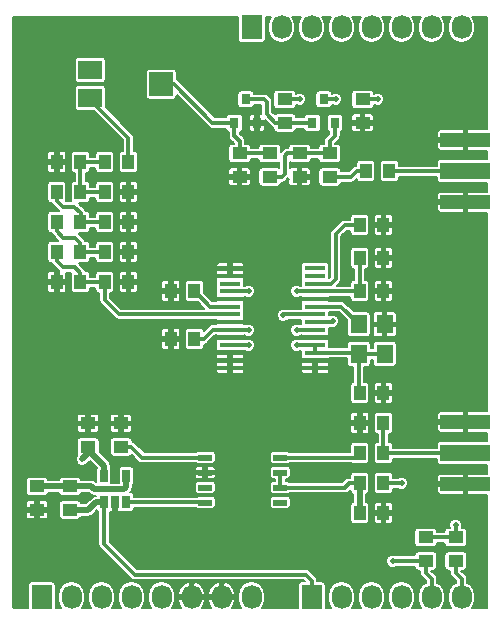
<source format=gtl>
G04 #@! TF.FileFunction,Copper,L1,Top,Signal*
%FSLAX46Y46*%
G04 Gerber Fmt 4.6, Leading zero omitted, Abs format (unit mm)*
G04 Created by KiCad (PCBNEW 4.0.0-rc2-1-stable) date Monday, January 18, 2016 'PMt' 02:37:55 PM*
%MOMM*%
G01*
G04 APERTURE LIST*
%ADD10C,0.100000*%
%ADD11R,1.727200X2.032000*%
%ADD12O,1.727200X2.032000*%
%ADD13R,1.000000X1.300000*%
%ADD14R,1.300000X1.000000*%
%ADD15R,4.200000X1.400000*%
%ADD16R,4.200000X1.200000*%
%ADD17R,0.800000X0.900000*%
%ADD18R,1.143000X0.508000*%
%ADD19R,1.750000X0.450000*%
%ADD20R,0.650000X1.060000*%
%ADD21R,1.400000X1.600000*%
%ADD22R,2.000000X2.000000*%
%ADD23R,2.000000X1.600000*%
%ADD24C,0.500000*%
%ADD25C,0.342000*%
%ADD26C,0.500000*%
%ADD27C,0.203200*%
G04 APERTURE END LIST*
D10*
D11*
X129794000Y-135382000D03*
D12*
X132334000Y-135382000D03*
X134874000Y-135382000D03*
X137414000Y-135382000D03*
X139954000Y-135382000D03*
X142494000Y-135382000D03*
X145034000Y-135382000D03*
X147574000Y-135382000D03*
D11*
X152654000Y-135382000D03*
D12*
X155194000Y-135382000D03*
X157734000Y-135382000D03*
X160274000Y-135382000D03*
X162814000Y-135382000D03*
X165354000Y-135382000D03*
D11*
X147574000Y-87122000D03*
D12*
X150114000Y-87122000D03*
X152654000Y-87122000D03*
X155194000Y-87122000D03*
X157734000Y-87122000D03*
X160274000Y-87122000D03*
X162814000Y-87122000D03*
X165354000Y-87122000D03*
D13*
X156734000Y-118110000D03*
X158734000Y-118110000D03*
D14*
X136525000Y-120666000D03*
X136525000Y-122666000D03*
D13*
X135144000Y-98552000D03*
X137144000Y-98552000D03*
X158734000Y-123190000D03*
X156734000Y-123190000D03*
X156734000Y-128270000D03*
X158734000Y-128270000D03*
X157242000Y-99314000D03*
X159242000Y-99314000D03*
X135144000Y-108712000D03*
X137144000Y-108712000D03*
X135144000Y-106172000D03*
X137144000Y-106172000D03*
X135144000Y-103632000D03*
X137144000Y-103632000D03*
X135144000Y-101092000D03*
X137144000Y-101092000D03*
X156734000Y-109474000D03*
X158734000Y-109474000D03*
X156734000Y-106680000D03*
X158734000Y-106680000D03*
D14*
X156972000Y-93234000D03*
X156972000Y-95234000D03*
D13*
X142732000Y-113538000D03*
X140732000Y-113538000D03*
D14*
X133731000Y-122666000D03*
X133731000Y-120666000D03*
D15*
X165676000Y-123190000D03*
D16*
X165676000Y-125820000D03*
X165676000Y-120560000D03*
D15*
X165676000Y-99314000D03*
D16*
X165676000Y-101944000D03*
X165676000Y-96684000D03*
D13*
X131080000Y-106172000D03*
X133080000Y-106172000D03*
X131080000Y-103632000D03*
X133080000Y-103632000D03*
X131080000Y-101092000D03*
X133080000Y-101092000D03*
D17*
X147066000Y-93234000D03*
X148016000Y-95234000D03*
X146116000Y-95234000D03*
X153670000Y-93234000D03*
X154620000Y-95234000D03*
X152720000Y-95234000D03*
D13*
X156734000Y-103886000D03*
X158734000Y-103886000D03*
X156734000Y-120650000D03*
X158734000Y-120650000D03*
X156734000Y-125730000D03*
X158734000Y-125730000D03*
D14*
X146558000Y-97806000D03*
X146558000Y-99806000D03*
X150368000Y-93234000D03*
X150368000Y-95234000D03*
X149098000Y-97806000D03*
X149098000Y-99806000D03*
X151638000Y-97806000D03*
X151638000Y-99806000D03*
X154178000Y-97806000D03*
X154178000Y-99806000D03*
D13*
X142732000Y-109474000D03*
X140732000Y-109474000D03*
X133080000Y-108712000D03*
X131080000Y-108712000D03*
D14*
X129413000Y-128000000D03*
X129413000Y-126000000D03*
X132207000Y-126000000D03*
X132207000Y-128000000D03*
D13*
X133080000Y-98552000D03*
X131080000Y-98552000D03*
D14*
X164846000Y-130318000D03*
X164846000Y-132318000D03*
X162306000Y-130318000D03*
X162306000Y-132318000D03*
D18*
X149987000Y-123571000D03*
X149987000Y-124841000D03*
X149987000Y-126111000D03*
X149987000Y-127381000D03*
X143637000Y-127381000D03*
X143637000Y-126111000D03*
X143637000Y-124841000D03*
X143637000Y-123571000D03*
D19*
X152952000Y-115985000D03*
X152952000Y-115335000D03*
X152952000Y-114685000D03*
X152952000Y-114035000D03*
X152952000Y-113385000D03*
X152952000Y-112735000D03*
X152952000Y-112085000D03*
X152952000Y-111435000D03*
X152952000Y-110785000D03*
X152952000Y-110135000D03*
X152952000Y-109485000D03*
X152952000Y-108835000D03*
X152952000Y-108185000D03*
X152952000Y-107535000D03*
X145752000Y-107535000D03*
X145752000Y-108185000D03*
X145752000Y-108835000D03*
X145752000Y-109485000D03*
X145752000Y-110135000D03*
X145752000Y-110785000D03*
X145752000Y-111435000D03*
X145752000Y-112085000D03*
X145752000Y-112735000D03*
X145752000Y-113385000D03*
X145752000Y-114035000D03*
X145752000Y-114685000D03*
X145752000Y-115335000D03*
X145752000Y-115985000D03*
D20*
X135067000Y-127338000D03*
X136017000Y-127338000D03*
X136967000Y-127338000D03*
X136967000Y-125138000D03*
X135067000Y-125138000D03*
D21*
X158834000Y-114788000D03*
X158834000Y-112288000D03*
X156634000Y-112288000D03*
X156634000Y-114788000D03*
D22*
X139906000Y-91948000D03*
D23*
X133906000Y-93123000D03*
X133906000Y-90773000D03*
D24*
X164846000Y-129286000D03*
X160274000Y-125730000D03*
X151384000Y-109474000D03*
X151384000Y-114046000D03*
X151384000Y-112776000D03*
X147320000Y-112776000D03*
X147320000Y-109474000D03*
X158242000Y-93218000D03*
X154686000Y-93218000D03*
X151638000Y-93218000D03*
X133223000Y-123698000D03*
X164846000Y-108966000D03*
X164846000Y-113284000D03*
X164846000Y-110871000D03*
X164973000Y-91059000D03*
X160655000Y-96139000D03*
X161544000Y-93345000D03*
X157226000Y-131191000D03*
X129667000Y-87884000D03*
X143510000Y-90043000D03*
X139192000Y-87884000D03*
X134366000Y-87884000D03*
X139827000Y-95250000D03*
X146812000Y-104267000D03*
X141986000Y-104267000D03*
X141986000Y-101219000D03*
X141986000Y-97409000D03*
X149225000Y-107696000D03*
X149225000Y-115824000D03*
X149225000Y-112649000D03*
X149225000Y-110236000D03*
X130302000Y-123190000D03*
X137033000Y-114427000D03*
X133858000Y-114427000D03*
X130302000Y-112395000D03*
X130302000Y-116332000D03*
X130302000Y-120015000D03*
X142240000Y-129286000D03*
X151130000Y-129286000D03*
X149098000Y-129286000D03*
X146939000Y-129286000D03*
X144526000Y-129286000D03*
X142113000Y-122047000D03*
X151257000Y-122047000D03*
X149098000Y-122047000D03*
X146939000Y-122047000D03*
X144526000Y-122047000D03*
X159512000Y-132334000D03*
X147320000Y-114046000D03*
X154432000Y-112014000D03*
X150241000Y-111506000D03*
D25*
X156734000Y-106680000D02*
X156734000Y-109474000D01*
X162306000Y-130318000D02*
X164846000Y-130318000D01*
X164846000Y-130318000D02*
X164846000Y-129286000D01*
X158734000Y-125730000D02*
X160274000Y-125730000D01*
X152952000Y-109485000D02*
X151395000Y-109485000D01*
X151395000Y-109485000D02*
X151384000Y-109474000D01*
X152952000Y-114035000D02*
X151395000Y-114035000D01*
X151395000Y-114035000D02*
X151384000Y-114046000D01*
X152952000Y-112735000D02*
X151425000Y-112735000D01*
X151425000Y-112735000D02*
X151384000Y-112776000D01*
X156734000Y-109474000D02*
X152963000Y-109474000D01*
X152963000Y-109474000D02*
X152952000Y-109485000D01*
X156634000Y-114788000D02*
X156634000Y-118010000D01*
X156634000Y-118010000D02*
X156734000Y-118110000D01*
X158834000Y-114788000D02*
X156634000Y-114788000D01*
X152952000Y-114685000D02*
X156531000Y-114685000D01*
X156531000Y-114685000D02*
X156634000Y-114788000D01*
X152952000Y-114685000D02*
X152952000Y-114035000D01*
X145752000Y-112735000D02*
X147279000Y-112735000D01*
X147279000Y-112735000D02*
X147320000Y-112776000D01*
X145752000Y-109485000D02*
X147309000Y-109485000D01*
X147309000Y-109485000D02*
X147320000Y-109474000D01*
X156972000Y-93234000D02*
X158226000Y-93234000D01*
X158226000Y-93234000D02*
X158242000Y-93218000D01*
X153670000Y-93234000D02*
X154670000Y-93234000D01*
X154670000Y-93234000D02*
X154686000Y-93218000D01*
X150368000Y-93234000D02*
X151622000Y-93234000D01*
X151622000Y-93234000D02*
X151638000Y-93218000D01*
D26*
X156723000Y-109485000D02*
X156734000Y-109474000D01*
X156531000Y-114685000D02*
X156634000Y-114788000D01*
X133731000Y-122666000D02*
X133731000Y-123190000D01*
X133731000Y-123190000D02*
X133223000Y-123698000D01*
X133731000Y-122666000D02*
X133731000Y-122936000D01*
X133731000Y-122936000D02*
X135067000Y-124272000D01*
X135067000Y-124272000D02*
X135067000Y-125138000D01*
D25*
X142732000Y-113538000D02*
X143510000Y-113538000D01*
X144313000Y-112735000D02*
X145752000Y-112735000D01*
X143510000Y-113538000D02*
X144313000Y-112735000D01*
X164846000Y-113284000D02*
X164846000Y-110871000D01*
X162687000Y-93345000D02*
X161544000Y-93345000D01*
X162687000Y-93345000D02*
X164973000Y-91059000D01*
X134366000Y-87884000D02*
X139192000Y-87884000D01*
X141986000Y-101219000D02*
X141986000Y-104267000D01*
X141986000Y-97409000D02*
X139827000Y-95250000D01*
X149225000Y-115824000D02*
X149225000Y-112649000D01*
X149225000Y-110236000D02*
X149225000Y-107696000D01*
X137033000Y-114427000D02*
X133858000Y-114427000D01*
X130302000Y-116332000D02*
X130302000Y-112395000D01*
X130302000Y-120015000D02*
X130302000Y-123190000D01*
X151130000Y-129286000D02*
X149098000Y-129286000D01*
X144526000Y-129286000D02*
X146939000Y-129286000D01*
X151257000Y-122047000D02*
X149098000Y-122047000D01*
X144526000Y-122047000D02*
X146939000Y-122047000D01*
X136525000Y-122666000D02*
X137398000Y-122666000D01*
X138303000Y-123571000D02*
X143637000Y-123571000D01*
X137398000Y-122666000D02*
X138303000Y-123571000D01*
X133080000Y-98552000D02*
X135144000Y-98552000D01*
X133080000Y-101092000D02*
X133080000Y-98552000D01*
X133080000Y-101092000D02*
X135144000Y-101092000D01*
X158734000Y-120650000D02*
X158734000Y-123190000D01*
X158734000Y-123190000D02*
X165676000Y-123190000D01*
X149987000Y-123571000D02*
X156353000Y-123571000D01*
X156353000Y-123571000D02*
X156734000Y-123190000D01*
X149987000Y-126111000D02*
X155448000Y-126111000D01*
X155829000Y-125730000D02*
X156734000Y-125730000D01*
X155448000Y-126111000D02*
X155829000Y-125730000D01*
X149987000Y-124841000D02*
X149987000Y-126111000D01*
D26*
X156734000Y-128270000D02*
X156734000Y-125730000D01*
D25*
X157242000Y-99314000D02*
X156464000Y-99314000D01*
X155972000Y-99806000D02*
X154178000Y-99806000D01*
X156464000Y-99314000D02*
X155972000Y-99806000D01*
X135144000Y-108712000D02*
X135144000Y-110252000D01*
X136327000Y-111435000D02*
X145752000Y-111435000D01*
X135144000Y-110252000D02*
X136327000Y-111435000D01*
X131080000Y-106172000D02*
X131080000Y-106950000D01*
X133080000Y-107934000D02*
X133080000Y-108712000D01*
X132588000Y-107442000D02*
X133080000Y-107934000D01*
X131572000Y-107442000D02*
X132588000Y-107442000D01*
X131080000Y-106950000D02*
X131572000Y-107442000D01*
X135144000Y-108712000D02*
X133080000Y-108712000D01*
X133080000Y-106172000D02*
X133080000Y-105426000D01*
X131064000Y-104394000D02*
X131064000Y-103648000D01*
X131604000Y-104934000D02*
X131064000Y-104394000D01*
X132588000Y-104934000D02*
X131604000Y-104934000D01*
X133080000Y-105426000D02*
X132588000Y-104934000D01*
X131064000Y-103648000D02*
X131080000Y-103632000D01*
X133080000Y-106172000D02*
X135144000Y-106172000D01*
X152654000Y-135382000D02*
X152654000Y-133985000D01*
X135067000Y-130876000D02*
X135067000Y-127338000D01*
X137668000Y-133477000D02*
X135067000Y-130876000D01*
X152146000Y-133477000D02*
X137668000Y-133477000D01*
X152654000Y-133985000D02*
X152146000Y-133477000D01*
D26*
X135067000Y-127338000D02*
X134409000Y-127338000D01*
X133747000Y-128000000D02*
X132207000Y-128000000D01*
X134409000Y-127338000D02*
X133747000Y-128000000D01*
D25*
X159528000Y-132318000D02*
X159512000Y-132334000D01*
X147320000Y-114046000D02*
X147309000Y-114035000D01*
X145752000Y-114035000D02*
X147309000Y-114035000D01*
X159528000Y-132318000D02*
X162306000Y-132318000D01*
X162306000Y-132318000D02*
X162306000Y-133350000D01*
X162814000Y-133858000D02*
X162814000Y-135382000D01*
X162306000Y-133350000D02*
X162814000Y-133858000D01*
X154361000Y-112085000D02*
X152952000Y-112085000D01*
X154432000Y-112014000D02*
X154361000Y-112085000D01*
X164846000Y-132318000D02*
X164846000Y-133350000D01*
X165354000Y-133858000D02*
X165354000Y-135382000D01*
X164846000Y-133350000D02*
X165354000Y-133858000D01*
X150312000Y-111435000D02*
X152952000Y-111435000D01*
X150241000Y-111506000D02*
X150312000Y-111435000D01*
X152952000Y-108835000D02*
X154309000Y-108835000D01*
X155448000Y-103886000D02*
X156734000Y-103886000D01*
X154686000Y-104648000D02*
X155448000Y-103886000D01*
X154686000Y-108458000D02*
X154686000Y-104648000D01*
X154309000Y-108835000D02*
X154686000Y-108458000D01*
X142732000Y-109474000D02*
X142748000Y-109474000D01*
X142748000Y-109474000D02*
X144059000Y-110785000D01*
X144059000Y-110785000D02*
X145752000Y-110785000D01*
X136967000Y-127338000D02*
X143594000Y-127338000D01*
X143594000Y-127338000D02*
X143637000Y-127381000D01*
D26*
X137010000Y-127381000D02*
X136967000Y-127338000D01*
D25*
X133906000Y-93123000D02*
X133906000Y-93266000D01*
X133906000Y-93266000D02*
X137144000Y-96504000D01*
X137144000Y-96504000D02*
X137144000Y-98552000D01*
X165676000Y-99314000D02*
X159242000Y-99314000D01*
X131080000Y-101092000D02*
X131080000Y-101838000D01*
X133096000Y-102870000D02*
X133096000Y-103616000D01*
X132556000Y-102330000D02*
X133096000Y-102870000D01*
X131572000Y-102330000D02*
X132556000Y-102330000D01*
X131080000Y-101838000D02*
X131572000Y-102330000D01*
X133096000Y-103616000D02*
X133080000Y-103632000D01*
X133080000Y-103632000D02*
X135144000Y-103632000D01*
X150368000Y-95234000D02*
X149590000Y-95234000D01*
X148606000Y-93234000D02*
X147066000Y-93234000D01*
X148844000Y-93472000D02*
X148606000Y-93234000D01*
X148844000Y-94488000D02*
X148844000Y-93472000D01*
X149590000Y-95234000D02*
X148844000Y-94488000D01*
X152720000Y-95234000D02*
X150368000Y-95234000D01*
X154620000Y-95234000D02*
X154620000Y-96332000D01*
X154178000Y-96774000D02*
X154178000Y-97806000D01*
X154620000Y-96332000D02*
X154178000Y-96774000D01*
X151638000Y-97806000D02*
X154178000Y-97806000D01*
X149098000Y-99806000D02*
X150130000Y-99806000D01*
X150606000Y-97806000D02*
X151638000Y-97806000D01*
X150368000Y-98044000D02*
X150606000Y-97806000D01*
X150368000Y-99568000D02*
X150368000Y-98044000D01*
X150130000Y-99806000D02*
X150368000Y-99568000D01*
D26*
X132207000Y-126000000D02*
X134001000Y-126000000D01*
X136967000Y-126050000D02*
X136967000Y-125138000D01*
X136779000Y-126238000D02*
X136967000Y-126050000D01*
X134239000Y-126238000D02*
X136779000Y-126238000D01*
X134001000Y-126000000D02*
X134239000Y-126238000D01*
X129413000Y-126000000D02*
X132207000Y-126000000D01*
D25*
X152952000Y-110785000D02*
X155131000Y-110785000D01*
X155131000Y-110785000D02*
X156634000Y-112288000D01*
X139906000Y-91948000D02*
X140970000Y-91948000D01*
X144256000Y-95234000D02*
X146116000Y-95234000D01*
X140970000Y-91948000D02*
X144256000Y-95234000D01*
X146116000Y-95234000D02*
X146116000Y-96332000D01*
X146558000Y-96774000D02*
X146558000Y-97806000D01*
X146116000Y-96332000D02*
X146558000Y-96774000D01*
X146558000Y-97806000D02*
X149098000Y-97806000D01*
D27*
G36*
X146399629Y-88138000D02*
X146420882Y-88250952D01*
X146487637Y-88354692D01*
X146589493Y-88424287D01*
X146710400Y-88448771D01*
X148437600Y-88448771D01*
X148550552Y-88427518D01*
X148654292Y-88360763D01*
X148723887Y-88258907D01*
X148748371Y-88138000D01*
X148748371Y-86231800D01*
X149211470Y-86231800D01*
X149034539Y-86496597D01*
X148945600Y-86943724D01*
X148945600Y-87300276D01*
X149034539Y-87747403D01*
X149287816Y-88126460D01*
X149666873Y-88379737D01*
X150114000Y-88468676D01*
X150561127Y-88379737D01*
X150940184Y-88126460D01*
X151193461Y-87747403D01*
X151282400Y-87300276D01*
X151282400Y-86943724D01*
X151193461Y-86496597D01*
X151016530Y-86231800D01*
X151751470Y-86231800D01*
X151574539Y-86496597D01*
X151485600Y-86943724D01*
X151485600Y-87300276D01*
X151574539Y-87747403D01*
X151827816Y-88126460D01*
X152206873Y-88379737D01*
X152654000Y-88468676D01*
X153101127Y-88379737D01*
X153480184Y-88126460D01*
X153733461Y-87747403D01*
X153822400Y-87300276D01*
X153822400Y-86943724D01*
X153733461Y-86496597D01*
X153556530Y-86231800D01*
X154291470Y-86231800D01*
X154114539Y-86496597D01*
X154025600Y-86943724D01*
X154025600Y-87300276D01*
X154114539Y-87747403D01*
X154367816Y-88126460D01*
X154746873Y-88379737D01*
X155194000Y-88468676D01*
X155641127Y-88379737D01*
X156020184Y-88126460D01*
X156273461Y-87747403D01*
X156362400Y-87300276D01*
X156362400Y-86943724D01*
X156273461Y-86496597D01*
X156096530Y-86231800D01*
X156831470Y-86231800D01*
X156654539Y-86496597D01*
X156565600Y-86943724D01*
X156565600Y-87300276D01*
X156654539Y-87747403D01*
X156907816Y-88126460D01*
X157286873Y-88379737D01*
X157734000Y-88468676D01*
X158181127Y-88379737D01*
X158560184Y-88126460D01*
X158813461Y-87747403D01*
X158902400Y-87300276D01*
X158902400Y-86943724D01*
X158813461Y-86496597D01*
X158636530Y-86231800D01*
X159371470Y-86231800D01*
X159194539Y-86496597D01*
X159105600Y-86943724D01*
X159105600Y-87300276D01*
X159194539Y-87747403D01*
X159447816Y-88126460D01*
X159826873Y-88379737D01*
X160274000Y-88468676D01*
X160721127Y-88379737D01*
X161100184Y-88126460D01*
X161353461Y-87747403D01*
X161442400Y-87300276D01*
X161442400Y-86943724D01*
X161353461Y-86496597D01*
X161176530Y-86231800D01*
X161911470Y-86231800D01*
X161734539Y-86496597D01*
X161645600Y-86943724D01*
X161645600Y-87300276D01*
X161734539Y-87747403D01*
X161987816Y-88126460D01*
X162366873Y-88379737D01*
X162814000Y-88468676D01*
X163261127Y-88379737D01*
X163640184Y-88126460D01*
X163893461Y-87747403D01*
X163982400Y-87300276D01*
X163982400Y-86943724D01*
X163893461Y-86496597D01*
X163716530Y-86231800D01*
X164451470Y-86231800D01*
X164274539Y-86496597D01*
X164185600Y-86943724D01*
X164185600Y-87300276D01*
X164274539Y-87747403D01*
X164527816Y-88126460D01*
X164906873Y-88379737D01*
X165354000Y-88468676D01*
X165801127Y-88379737D01*
X166180184Y-88126460D01*
X166433461Y-87747403D01*
X166522400Y-87300276D01*
X166522400Y-86943724D01*
X166433461Y-86496597D01*
X166256530Y-86231800D01*
X167482682Y-86231800D01*
X167514200Y-86263318D01*
X167514200Y-95779200D01*
X165904600Y-95779200D01*
X165828400Y-95855400D01*
X165828400Y-96531600D01*
X165848400Y-96531600D01*
X165848400Y-96836400D01*
X165828400Y-96836400D01*
X165828400Y-97512600D01*
X165904600Y-97588800D01*
X167514200Y-97588800D01*
X167514200Y-98303229D01*
X163576000Y-98303229D01*
X163463048Y-98324482D01*
X163359308Y-98391237D01*
X163289713Y-98493093D01*
X163265229Y-98614000D01*
X163265229Y-98838200D01*
X160052771Y-98838200D01*
X160052771Y-98664000D01*
X160031518Y-98551048D01*
X159964763Y-98447308D01*
X159862907Y-98377713D01*
X159742000Y-98353229D01*
X158742000Y-98353229D01*
X158629048Y-98374482D01*
X158525308Y-98441237D01*
X158455713Y-98543093D01*
X158431229Y-98664000D01*
X158431229Y-99964000D01*
X158452482Y-100076952D01*
X158519237Y-100180692D01*
X158621093Y-100250287D01*
X158742000Y-100274771D01*
X159742000Y-100274771D01*
X159854952Y-100253518D01*
X159958692Y-100186763D01*
X160028287Y-100084907D01*
X160052771Y-99964000D01*
X160052771Y-99789800D01*
X163265229Y-99789800D01*
X163265229Y-100014000D01*
X163286482Y-100126952D01*
X163353237Y-100230692D01*
X163455093Y-100300287D01*
X163576000Y-100324771D01*
X167514200Y-100324771D01*
X167514200Y-101039200D01*
X165904600Y-101039200D01*
X165828400Y-101115400D01*
X165828400Y-101791600D01*
X165848400Y-101791600D01*
X165848400Y-102096400D01*
X165828400Y-102096400D01*
X165828400Y-102772600D01*
X165904600Y-102848800D01*
X167514200Y-102848800D01*
X167514200Y-119655200D01*
X165904600Y-119655200D01*
X165828400Y-119731400D01*
X165828400Y-120407600D01*
X165848400Y-120407600D01*
X165848400Y-120712400D01*
X165828400Y-120712400D01*
X165828400Y-121388600D01*
X165904600Y-121464800D01*
X167514200Y-121464800D01*
X167514200Y-122179229D01*
X163576000Y-122179229D01*
X163463048Y-122200482D01*
X163359308Y-122267237D01*
X163289713Y-122369093D01*
X163265229Y-122490000D01*
X163265229Y-122714200D01*
X159544771Y-122714200D01*
X159544771Y-122540000D01*
X159523518Y-122427048D01*
X159456763Y-122323308D01*
X159354907Y-122253713D01*
X159234000Y-122229229D01*
X159209800Y-122229229D01*
X159209800Y-121610771D01*
X159234000Y-121610771D01*
X159346952Y-121589518D01*
X159450692Y-121522763D01*
X159520287Y-121420907D01*
X159544771Y-121300000D01*
X159544771Y-120788600D01*
X163271200Y-120788600D01*
X163271200Y-121220629D01*
X163317603Y-121332656D01*
X163403345Y-121418397D01*
X163515372Y-121464800D01*
X165447400Y-121464800D01*
X165523600Y-121388600D01*
X165523600Y-120712400D01*
X163347400Y-120712400D01*
X163271200Y-120788600D01*
X159544771Y-120788600D01*
X159544771Y-120000000D01*
X159525837Y-119899371D01*
X163271200Y-119899371D01*
X163271200Y-120331400D01*
X163347400Y-120407600D01*
X165523600Y-120407600D01*
X165523600Y-119731400D01*
X165447400Y-119655200D01*
X163515372Y-119655200D01*
X163403345Y-119701603D01*
X163317603Y-119787344D01*
X163271200Y-119899371D01*
X159525837Y-119899371D01*
X159523518Y-119887048D01*
X159456763Y-119783308D01*
X159354907Y-119713713D01*
X159234000Y-119689229D01*
X158234000Y-119689229D01*
X158121048Y-119710482D01*
X158017308Y-119777237D01*
X157947713Y-119879093D01*
X157923229Y-120000000D01*
X157923229Y-121300000D01*
X157944482Y-121412952D01*
X158011237Y-121516692D01*
X158113093Y-121586287D01*
X158234000Y-121610771D01*
X158258200Y-121610771D01*
X158258200Y-122229229D01*
X158234000Y-122229229D01*
X158121048Y-122250482D01*
X158017308Y-122317237D01*
X157947713Y-122419093D01*
X157923229Y-122540000D01*
X157923229Y-123840000D01*
X157944482Y-123952952D01*
X158011237Y-124056692D01*
X158113093Y-124126287D01*
X158234000Y-124150771D01*
X159234000Y-124150771D01*
X159346952Y-124129518D01*
X159450692Y-124062763D01*
X159520287Y-123960907D01*
X159544771Y-123840000D01*
X159544771Y-123665800D01*
X163265229Y-123665800D01*
X163265229Y-123890000D01*
X163286482Y-124002952D01*
X163353237Y-124106692D01*
X163455093Y-124176287D01*
X163576000Y-124200771D01*
X167514200Y-124200771D01*
X167514200Y-124915200D01*
X165904600Y-124915200D01*
X165828400Y-124991400D01*
X165828400Y-125667600D01*
X165848400Y-125667600D01*
X165848400Y-125972400D01*
X165828400Y-125972400D01*
X165828400Y-126648600D01*
X165904600Y-126724800D01*
X167514200Y-126724800D01*
X167514200Y-136240682D01*
X167482682Y-136272200D01*
X166256530Y-136272200D01*
X166433461Y-136007403D01*
X166522400Y-135560276D01*
X166522400Y-135203724D01*
X166433461Y-134756597D01*
X166180184Y-134377540D01*
X165829800Y-134143422D01*
X165829800Y-133858000D01*
X165793582Y-133675919D01*
X165782331Y-133659081D01*
X165690441Y-133521558D01*
X165321800Y-133152918D01*
X165321800Y-133128771D01*
X165496000Y-133128771D01*
X165608952Y-133107518D01*
X165712692Y-133040763D01*
X165782287Y-132938907D01*
X165806771Y-132818000D01*
X165806771Y-131818000D01*
X165785518Y-131705048D01*
X165718763Y-131601308D01*
X165616907Y-131531713D01*
X165496000Y-131507229D01*
X164196000Y-131507229D01*
X164083048Y-131528482D01*
X163979308Y-131595237D01*
X163909713Y-131697093D01*
X163885229Y-131818000D01*
X163885229Y-132818000D01*
X163906482Y-132930952D01*
X163973237Y-133034692D01*
X164075093Y-133104287D01*
X164196000Y-133128771D01*
X164370200Y-133128771D01*
X164370200Y-133350000D01*
X164395462Y-133477000D01*
X164406418Y-133532081D01*
X164509559Y-133686441D01*
X164878200Y-134055083D01*
X164878200Y-134143422D01*
X164527816Y-134377540D01*
X164274539Y-134756597D01*
X164185600Y-135203724D01*
X164185600Y-135560276D01*
X164274539Y-136007403D01*
X164451470Y-136272200D01*
X163716530Y-136272200D01*
X163893461Y-136007403D01*
X163982400Y-135560276D01*
X163982400Y-135203724D01*
X163893461Y-134756597D01*
X163640184Y-134377540D01*
X163289800Y-134143422D01*
X163289800Y-133858000D01*
X163253582Y-133675919D01*
X163242331Y-133659081D01*
X163150441Y-133521558D01*
X162781800Y-133152918D01*
X162781800Y-133128771D01*
X162956000Y-133128771D01*
X163068952Y-133107518D01*
X163172692Y-133040763D01*
X163242287Y-132938907D01*
X163266771Y-132818000D01*
X163266771Y-131818000D01*
X163245518Y-131705048D01*
X163178763Y-131601308D01*
X163076907Y-131531713D01*
X162956000Y-131507229D01*
X161656000Y-131507229D01*
X161543048Y-131528482D01*
X161439308Y-131595237D01*
X161369713Y-131697093D01*
X161345229Y-131818000D01*
X161345229Y-131842200D01*
X159774328Y-131842200D01*
X159622841Y-131779297D01*
X159402128Y-131779104D01*
X159198142Y-131863389D01*
X159041938Y-132019321D01*
X158957297Y-132223159D01*
X158957104Y-132443872D01*
X159041389Y-132647858D01*
X159197321Y-132804062D01*
X159401159Y-132888703D01*
X159621872Y-132888896D01*
X159825858Y-132804611D01*
X159836688Y-132793800D01*
X161345229Y-132793800D01*
X161345229Y-132818000D01*
X161366482Y-132930952D01*
X161433237Y-133034692D01*
X161535093Y-133104287D01*
X161656000Y-133128771D01*
X161830200Y-133128771D01*
X161830200Y-133350000D01*
X161855462Y-133477000D01*
X161866418Y-133532081D01*
X161969559Y-133686441D01*
X162338200Y-134055083D01*
X162338200Y-134143422D01*
X161987816Y-134377540D01*
X161734539Y-134756597D01*
X161645600Y-135203724D01*
X161645600Y-135560276D01*
X161734539Y-136007403D01*
X161911470Y-136272200D01*
X161176530Y-136272200D01*
X161353461Y-136007403D01*
X161442400Y-135560276D01*
X161442400Y-135203724D01*
X161353461Y-134756597D01*
X161100184Y-134377540D01*
X160721127Y-134124263D01*
X160274000Y-134035324D01*
X159826873Y-134124263D01*
X159447816Y-134377540D01*
X159194539Y-134756597D01*
X159105600Y-135203724D01*
X159105600Y-135560276D01*
X159194539Y-136007403D01*
X159371470Y-136272200D01*
X158636530Y-136272200D01*
X158813461Y-136007403D01*
X158902400Y-135560276D01*
X158902400Y-135203724D01*
X158813461Y-134756597D01*
X158560184Y-134377540D01*
X158181127Y-134124263D01*
X157734000Y-134035324D01*
X157286873Y-134124263D01*
X156907816Y-134377540D01*
X156654539Y-134756597D01*
X156565600Y-135203724D01*
X156565600Y-135560276D01*
X156654539Y-136007403D01*
X156831470Y-136272200D01*
X156096530Y-136272200D01*
X156273461Y-136007403D01*
X156362400Y-135560276D01*
X156362400Y-135203724D01*
X156273461Y-134756597D01*
X156020184Y-134377540D01*
X155641127Y-134124263D01*
X155194000Y-134035324D01*
X154746873Y-134124263D01*
X154367816Y-134377540D01*
X154114539Y-134756597D01*
X154025600Y-135203724D01*
X154025600Y-135560276D01*
X154114539Y-136007403D01*
X154291470Y-136272200D01*
X153828371Y-136272200D01*
X153828371Y-134366000D01*
X153807118Y-134253048D01*
X153740363Y-134149308D01*
X153638507Y-134079713D01*
X153517600Y-134055229D01*
X153129800Y-134055229D01*
X153129800Y-133985000D01*
X153093582Y-133802919D01*
X153084670Y-133789582D01*
X152990441Y-133648558D01*
X152482441Y-133140559D01*
X152328081Y-133037418D01*
X152314376Y-133034692D01*
X152146000Y-133001200D01*
X137865083Y-133001200D01*
X135542800Y-130678918D01*
X135542800Y-129818000D01*
X161345229Y-129818000D01*
X161345229Y-130818000D01*
X161366482Y-130930952D01*
X161433237Y-131034692D01*
X161535093Y-131104287D01*
X161656000Y-131128771D01*
X162956000Y-131128771D01*
X163068952Y-131107518D01*
X163172692Y-131040763D01*
X163242287Y-130938907D01*
X163266771Y-130818000D01*
X163266771Y-130793800D01*
X163885229Y-130793800D01*
X163885229Y-130818000D01*
X163906482Y-130930952D01*
X163973237Y-131034692D01*
X164075093Y-131104287D01*
X164196000Y-131128771D01*
X165496000Y-131128771D01*
X165608952Y-131107518D01*
X165712692Y-131040763D01*
X165782287Y-130938907D01*
X165806771Y-130818000D01*
X165806771Y-129818000D01*
X165785518Y-129705048D01*
X165718763Y-129601308D01*
X165616907Y-129531713D01*
X165496000Y-129507229D01*
X165354866Y-129507229D01*
X165400703Y-129396841D01*
X165400896Y-129176128D01*
X165316611Y-128972142D01*
X165160679Y-128815938D01*
X164956841Y-128731297D01*
X164736128Y-128731104D01*
X164532142Y-128815389D01*
X164375938Y-128971321D01*
X164291297Y-129175159D01*
X164291104Y-129395872D01*
X164337116Y-129507229D01*
X164196000Y-129507229D01*
X164083048Y-129528482D01*
X163979308Y-129595237D01*
X163909713Y-129697093D01*
X163885229Y-129818000D01*
X163885229Y-129842200D01*
X163266771Y-129842200D01*
X163266771Y-129818000D01*
X163245518Y-129705048D01*
X163178763Y-129601308D01*
X163076907Y-129531713D01*
X162956000Y-129507229D01*
X161656000Y-129507229D01*
X161543048Y-129528482D01*
X161439308Y-129595237D01*
X161369713Y-129697093D01*
X161345229Y-129818000D01*
X135542800Y-129818000D01*
X135542800Y-128136113D01*
X135631371Y-128172800D01*
X135788400Y-128172800D01*
X135864600Y-128096600D01*
X135864600Y-127490400D01*
X135844600Y-127490400D01*
X135844600Y-127185600D01*
X135864600Y-127185600D01*
X135864600Y-127165600D01*
X136169400Y-127165600D01*
X136169400Y-127185600D01*
X136189400Y-127185600D01*
X136189400Y-127490400D01*
X136169400Y-127490400D01*
X136169400Y-128096600D01*
X136245600Y-128172800D01*
X136402629Y-128172800D01*
X136493251Y-128135263D01*
X136521093Y-128154287D01*
X136642000Y-128178771D01*
X137292000Y-128178771D01*
X137404952Y-128157518D01*
X137508692Y-128090763D01*
X137578287Y-127988907D01*
X137602771Y-127868000D01*
X137602771Y-127813800D01*
X142818354Y-127813800D01*
X142842737Y-127851692D01*
X142944593Y-127921287D01*
X143065500Y-127945771D01*
X144208500Y-127945771D01*
X144321452Y-127924518D01*
X144425192Y-127857763D01*
X144494787Y-127755907D01*
X144519271Y-127635000D01*
X144519271Y-127127000D01*
X149104729Y-127127000D01*
X149104729Y-127635000D01*
X149125982Y-127747952D01*
X149192737Y-127851692D01*
X149294593Y-127921287D01*
X149415500Y-127945771D01*
X150558500Y-127945771D01*
X150671452Y-127924518D01*
X150775192Y-127857763D01*
X150844787Y-127755907D01*
X150869271Y-127635000D01*
X150869271Y-127127000D01*
X150848018Y-127014048D01*
X150781263Y-126910308D01*
X150679407Y-126840713D01*
X150558500Y-126816229D01*
X149415500Y-126816229D01*
X149302548Y-126837482D01*
X149198808Y-126904237D01*
X149129213Y-127006093D01*
X149104729Y-127127000D01*
X144519271Y-127127000D01*
X144498018Y-127014048D01*
X144431263Y-126910308D01*
X144329407Y-126840713D01*
X144208500Y-126816229D01*
X143065500Y-126816229D01*
X142952548Y-126837482D01*
X142914135Y-126862200D01*
X137602771Y-126862200D01*
X137602771Y-126808000D01*
X137581518Y-126695048D01*
X137514763Y-126591308D01*
X137412907Y-126521713D01*
X137302293Y-126499313D01*
X137359303Y-126442303D01*
X137410955Y-126365000D01*
X137479568Y-126262313D01*
X137521800Y-126050000D01*
X137521800Y-125871579D01*
X137531761Y-125857000D01*
X142754729Y-125857000D01*
X142754729Y-126365000D01*
X142775982Y-126477952D01*
X142842737Y-126581692D01*
X142944593Y-126651287D01*
X143065500Y-126675771D01*
X144208500Y-126675771D01*
X144321452Y-126654518D01*
X144425192Y-126587763D01*
X144494787Y-126485907D01*
X144519271Y-126365000D01*
X144519271Y-125857000D01*
X144498018Y-125744048D01*
X144431263Y-125640308D01*
X144329407Y-125570713D01*
X144208500Y-125546229D01*
X143065500Y-125546229D01*
X142952548Y-125567482D01*
X142848808Y-125634237D01*
X142779213Y-125736093D01*
X142754729Y-125857000D01*
X137531761Y-125857000D01*
X137578287Y-125788907D01*
X137602771Y-125668000D01*
X137602771Y-125044200D01*
X142760700Y-125044200D01*
X142760700Y-125155628D01*
X142807103Y-125267655D01*
X142892844Y-125353397D01*
X143004871Y-125399800D01*
X143408400Y-125399800D01*
X143484600Y-125323600D01*
X143484600Y-124968000D01*
X143789400Y-124968000D01*
X143789400Y-125323600D01*
X143865600Y-125399800D01*
X144269129Y-125399800D01*
X144381156Y-125353397D01*
X144466897Y-125267655D01*
X144513300Y-125155628D01*
X144513300Y-125044200D01*
X144437100Y-124968000D01*
X143789400Y-124968000D01*
X143484600Y-124968000D01*
X142836900Y-124968000D01*
X142760700Y-125044200D01*
X137602771Y-125044200D01*
X137602771Y-124608000D01*
X137587412Y-124526372D01*
X142760700Y-124526372D01*
X142760700Y-124637800D01*
X142836900Y-124714000D01*
X143484600Y-124714000D01*
X143484600Y-124358400D01*
X143789400Y-124358400D01*
X143789400Y-124714000D01*
X144437100Y-124714000D01*
X144513300Y-124637800D01*
X144513300Y-124587000D01*
X149104729Y-124587000D01*
X149104729Y-125095000D01*
X149125982Y-125207952D01*
X149192737Y-125311692D01*
X149294593Y-125381287D01*
X149415500Y-125405771D01*
X149511200Y-125405771D01*
X149511200Y-125546229D01*
X149415500Y-125546229D01*
X149302548Y-125567482D01*
X149198808Y-125634237D01*
X149129213Y-125736093D01*
X149104729Y-125857000D01*
X149104729Y-126365000D01*
X149125982Y-126477952D01*
X149192737Y-126581692D01*
X149294593Y-126651287D01*
X149415500Y-126675771D01*
X150558500Y-126675771D01*
X150671452Y-126654518D01*
X150775192Y-126587763D01*
X150775850Y-126586800D01*
X155448000Y-126586800D01*
X155630081Y-126550582D01*
X155784441Y-126447441D01*
X155923229Y-126308653D01*
X155923229Y-126380000D01*
X155944482Y-126492952D01*
X156011237Y-126596692D01*
X156113093Y-126666287D01*
X156179200Y-126679674D01*
X156179200Y-127319540D01*
X156121048Y-127330482D01*
X156017308Y-127397237D01*
X155947713Y-127499093D01*
X155923229Y-127620000D01*
X155923229Y-128920000D01*
X155944482Y-129032952D01*
X156011237Y-129136692D01*
X156113093Y-129206287D01*
X156234000Y-129230771D01*
X157234000Y-129230771D01*
X157346952Y-129209518D01*
X157450692Y-129142763D01*
X157520287Y-129040907D01*
X157544771Y-128920000D01*
X157544771Y-128498600D01*
X157929200Y-128498600D01*
X157929200Y-128980629D01*
X157975603Y-129092656D01*
X158061345Y-129178397D01*
X158173372Y-129224800D01*
X158505400Y-129224800D01*
X158581600Y-129148600D01*
X158581600Y-128422400D01*
X158886400Y-128422400D01*
X158886400Y-129148600D01*
X158962600Y-129224800D01*
X159294628Y-129224800D01*
X159406655Y-129178397D01*
X159492397Y-129092656D01*
X159538800Y-128980629D01*
X159538800Y-128498600D01*
X159462600Y-128422400D01*
X158886400Y-128422400D01*
X158581600Y-128422400D01*
X158005400Y-128422400D01*
X157929200Y-128498600D01*
X157544771Y-128498600D01*
X157544771Y-127620000D01*
X157533364Y-127559371D01*
X157929200Y-127559371D01*
X157929200Y-128041400D01*
X158005400Y-128117600D01*
X158581600Y-128117600D01*
X158581600Y-127391400D01*
X158886400Y-127391400D01*
X158886400Y-128117600D01*
X159462600Y-128117600D01*
X159538800Y-128041400D01*
X159538800Y-127559371D01*
X159492397Y-127447344D01*
X159406655Y-127361603D01*
X159294628Y-127315200D01*
X158962600Y-127315200D01*
X158886400Y-127391400D01*
X158581600Y-127391400D01*
X158505400Y-127315200D01*
X158173372Y-127315200D01*
X158061345Y-127361603D01*
X157975603Y-127447344D01*
X157929200Y-127559371D01*
X157533364Y-127559371D01*
X157523518Y-127507048D01*
X157456763Y-127403308D01*
X157354907Y-127333713D01*
X157288800Y-127320326D01*
X157288800Y-126680460D01*
X157346952Y-126669518D01*
X157450692Y-126602763D01*
X157520287Y-126500907D01*
X157544771Y-126380000D01*
X157544771Y-125080000D01*
X157923229Y-125080000D01*
X157923229Y-126380000D01*
X157944482Y-126492952D01*
X158011237Y-126596692D01*
X158113093Y-126666287D01*
X158234000Y-126690771D01*
X159234000Y-126690771D01*
X159346952Y-126669518D01*
X159450692Y-126602763D01*
X159520287Y-126500907D01*
X159544771Y-126380000D01*
X159544771Y-126205800D01*
X159973140Y-126205800D01*
X160163159Y-126284703D01*
X160383872Y-126284896D01*
X160587858Y-126200611D01*
X160740134Y-126048600D01*
X163271200Y-126048600D01*
X163271200Y-126480629D01*
X163317603Y-126592656D01*
X163403345Y-126678397D01*
X163515372Y-126724800D01*
X165447400Y-126724800D01*
X165523600Y-126648600D01*
X165523600Y-125972400D01*
X163347400Y-125972400D01*
X163271200Y-126048600D01*
X160740134Y-126048600D01*
X160744062Y-126044679D01*
X160828703Y-125840841D01*
X160828896Y-125620128D01*
X160744611Y-125416142D01*
X160588679Y-125259938D01*
X160384841Y-125175297D01*
X160164128Y-125175104D01*
X159972700Y-125254200D01*
X159544771Y-125254200D01*
X159544771Y-125159371D01*
X163271200Y-125159371D01*
X163271200Y-125591400D01*
X163347400Y-125667600D01*
X165523600Y-125667600D01*
X165523600Y-124991400D01*
X165447400Y-124915200D01*
X163515372Y-124915200D01*
X163403345Y-124961603D01*
X163317603Y-125047344D01*
X163271200Y-125159371D01*
X159544771Y-125159371D01*
X159544771Y-125080000D01*
X159523518Y-124967048D01*
X159456763Y-124863308D01*
X159354907Y-124793713D01*
X159234000Y-124769229D01*
X158234000Y-124769229D01*
X158121048Y-124790482D01*
X158017308Y-124857237D01*
X157947713Y-124959093D01*
X157923229Y-125080000D01*
X157544771Y-125080000D01*
X157523518Y-124967048D01*
X157456763Y-124863308D01*
X157354907Y-124793713D01*
X157234000Y-124769229D01*
X156234000Y-124769229D01*
X156121048Y-124790482D01*
X156017308Y-124857237D01*
X155947713Y-124959093D01*
X155923229Y-125080000D01*
X155923229Y-125254200D01*
X155829000Y-125254200D01*
X155646919Y-125290418D01*
X155492558Y-125393559D01*
X155250918Y-125635200D01*
X150773787Y-125635200D01*
X150679407Y-125570713D01*
X150558500Y-125546229D01*
X150462800Y-125546229D01*
X150462800Y-125405771D01*
X150558500Y-125405771D01*
X150671452Y-125384518D01*
X150775192Y-125317763D01*
X150844787Y-125215907D01*
X150869271Y-125095000D01*
X150869271Y-124587000D01*
X150848018Y-124474048D01*
X150781263Y-124370308D01*
X150679407Y-124300713D01*
X150558500Y-124276229D01*
X149415500Y-124276229D01*
X149302548Y-124297482D01*
X149198808Y-124364237D01*
X149129213Y-124466093D01*
X149104729Y-124587000D01*
X144513300Y-124587000D01*
X144513300Y-124526372D01*
X144466897Y-124414345D01*
X144381156Y-124328603D01*
X144269129Y-124282200D01*
X143865600Y-124282200D01*
X143789400Y-124358400D01*
X143484600Y-124358400D01*
X143408400Y-124282200D01*
X143004871Y-124282200D01*
X142892844Y-124328603D01*
X142807103Y-124414345D01*
X142760700Y-124526372D01*
X137587412Y-124526372D01*
X137581518Y-124495048D01*
X137514763Y-124391308D01*
X137412907Y-124321713D01*
X137292000Y-124297229D01*
X136642000Y-124297229D01*
X136529048Y-124318482D01*
X136425308Y-124385237D01*
X136355713Y-124487093D01*
X136331229Y-124608000D01*
X136331229Y-125668000D01*
X136334089Y-125683200D01*
X135699693Y-125683200D01*
X135702771Y-125668000D01*
X135702771Y-124608000D01*
X135681518Y-124495048D01*
X135621800Y-124402244D01*
X135621800Y-124272000D01*
X135579568Y-124059687D01*
X135459303Y-123879697D01*
X134691771Y-123112165D01*
X134691771Y-122166000D01*
X135564229Y-122166000D01*
X135564229Y-123166000D01*
X135585482Y-123278952D01*
X135652237Y-123382692D01*
X135754093Y-123452287D01*
X135875000Y-123476771D01*
X137175000Y-123476771D01*
X137287952Y-123455518D01*
X137391692Y-123388763D01*
X137414500Y-123355382D01*
X137966558Y-123907441D01*
X138109500Y-124002952D01*
X138120919Y-124010582D01*
X138303000Y-124046800D01*
X142850213Y-124046800D01*
X142944593Y-124111287D01*
X143065500Y-124135771D01*
X144208500Y-124135771D01*
X144321452Y-124114518D01*
X144425192Y-124047763D01*
X144494787Y-123945907D01*
X144519271Y-123825000D01*
X144519271Y-123317000D01*
X149104729Y-123317000D01*
X149104729Y-123825000D01*
X149125982Y-123937952D01*
X149192737Y-124041692D01*
X149294593Y-124111287D01*
X149415500Y-124135771D01*
X150558500Y-124135771D01*
X150671452Y-124114518D01*
X150775192Y-124047763D01*
X150775850Y-124046800D01*
X156004872Y-124046800D01*
X156011237Y-124056692D01*
X156113093Y-124126287D01*
X156234000Y-124150771D01*
X157234000Y-124150771D01*
X157346952Y-124129518D01*
X157450692Y-124062763D01*
X157520287Y-123960907D01*
X157544771Y-123840000D01*
X157544771Y-122540000D01*
X157523518Y-122427048D01*
X157456763Y-122323308D01*
X157354907Y-122253713D01*
X157234000Y-122229229D01*
X156234000Y-122229229D01*
X156121048Y-122250482D01*
X156017308Y-122317237D01*
X155947713Y-122419093D01*
X155923229Y-122540000D01*
X155923229Y-123095200D01*
X150773787Y-123095200D01*
X150679407Y-123030713D01*
X150558500Y-123006229D01*
X149415500Y-123006229D01*
X149302548Y-123027482D01*
X149198808Y-123094237D01*
X149129213Y-123196093D01*
X149104729Y-123317000D01*
X144519271Y-123317000D01*
X144498018Y-123204048D01*
X144431263Y-123100308D01*
X144329407Y-123030713D01*
X144208500Y-123006229D01*
X143065500Y-123006229D01*
X142952548Y-123027482D01*
X142848808Y-123094237D01*
X142848150Y-123095200D01*
X138500083Y-123095200D01*
X137734441Y-122329559D01*
X137580081Y-122226418D01*
X137485771Y-122207659D01*
X137485771Y-122166000D01*
X137464518Y-122053048D01*
X137397763Y-121949308D01*
X137295907Y-121879713D01*
X137175000Y-121855229D01*
X135875000Y-121855229D01*
X135762048Y-121876482D01*
X135658308Y-121943237D01*
X135588713Y-122045093D01*
X135564229Y-122166000D01*
X134691771Y-122166000D01*
X134670518Y-122053048D01*
X134603763Y-121949308D01*
X134501907Y-121879713D01*
X134381000Y-121855229D01*
X133081000Y-121855229D01*
X132968048Y-121876482D01*
X132864308Y-121943237D01*
X132794713Y-122045093D01*
X132770229Y-122166000D01*
X132770229Y-123166000D01*
X132791482Y-123278952D01*
X132817299Y-123319072D01*
X132752938Y-123383321D01*
X132668297Y-123587159D01*
X132668104Y-123807872D01*
X132752389Y-124011858D01*
X132908321Y-124168062D01*
X133112159Y-124252703D01*
X133223000Y-124252800D01*
X133332872Y-124252896D01*
X133536858Y-124168611D01*
X133693062Y-124012679D01*
X133693158Y-124012448D01*
X133858000Y-123847606D01*
X134472670Y-124462276D01*
X134455713Y-124487093D01*
X134431229Y-124608000D01*
X134431229Y-125645623D01*
X134393303Y-125607697D01*
X134337952Y-125570713D01*
X134213313Y-125487432D01*
X134001000Y-125445200D01*
X133157460Y-125445200D01*
X133146518Y-125387048D01*
X133079763Y-125283308D01*
X132977907Y-125213713D01*
X132857000Y-125189229D01*
X131557000Y-125189229D01*
X131444048Y-125210482D01*
X131340308Y-125277237D01*
X131270713Y-125379093D01*
X131257326Y-125445200D01*
X130363460Y-125445200D01*
X130352518Y-125387048D01*
X130285763Y-125283308D01*
X130183907Y-125213713D01*
X130063000Y-125189229D01*
X128763000Y-125189229D01*
X128650048Y-125210482D01*
X128546308Y-125277237D01*
X128476713Y-125379093D01*
X128452229Y-125500000D01*
X128452229Y-126500000D01*
X128473482Y-126612952D01*
X128540237Y-126716692D01*
X128642093Y-126786287D01*
X128763000Y-126810771D01*
X130063000Y-126810771D01*
X130175952Y-126789518D01*
X130279692Y-126722763D01*
X130349287Y-126620907D01*
X130362674Y-126554800D01*
X131256540Y-126554800D01*
X131267482Y-126612952D01*
X131334237Y-126716692D01*
X131436093Y-126786287D01*
X131557000Y-126810771D01*
X132857000Y-126810771D01*
X132969952Y-126789518D01*
X133073692Y-126722763D01*
X133143287Y-126620907D01*
X133156674Y-126554800D01*
X133771194Y-126554800D01*
X133846697Y-126630303D01*
X134026687Y-126750568D01*
X134239000Y-126792800D01*
X134360738Y-126792800D01*
X134196687Y-126825432D01*
X134016697Y-126945697D01*
X133517194Y-127445200D01*
X133157460Y-127445200D01*
X133146518Y-127387048D01*
X133079763Y-127283308D01*
X132977907Y-127213713D01*
X132857000Y-127189229D01*
X131557000Y-127189229D01*
X131444048Y-127210482D01*
X131340308Y-127277237D01*
X131270713Y-127379093D01*
X131246229Y-127500000D01*
X131246229Y-128500000D01*
X131267482Y-128612952D01*
X131334237Y-128716692D01*
X131436093Y-128786287D01*
X131557000Y-128810771D01*
X132857000Y-128810771D01*
X132969952Y-128789518D01*
X133073692Y-128722763D01*
X133143287Y-128620907D01*
X133156674Y-128554800D01*
X133747000Y-128554800D01*
X133959313Y-128512568D01*
X134139303Y-128392303D01*
X134490920Y-128040686D01*
X134519237Y-128084692D01*
X134591200Y-128133862D01*
X134591200Y-130876000D01*
X134622766Y-131034692D01*
X134627418Y-131058081D01*
X134730559Y-131212441D01*
X137331558Y-133813441D01*
X137485919Y-133916582D01*
X137668000Y-133952800D01*
X151948918Y-133952800D01*
X152051347Y-134055229D01*
X151790400Y-134055229D01*
X151677448Y-134076482D01*
X151573708Y-134143237D01*
X151504113Y-134245093D01*
X151479629Y-134366000D01*
X151479629Y-136272200D01*
X148476530Y-136272200D01*
X148653461Y-136007403D01*
X148742400Y-135560276D01*
X148742400Y-135203724D01*
X148653461Y-134756597D01*
X148400184Y-134377540D01*
X148021127Y-134124263D01*
X147574000Y-134035324D01*
X147126873Y-134124263D01*
X146747816Y-134377540D01*
X146494539Y-134756597D01*
X146405600Y-135203724D01*
X146405600Y-135560276D01*
X146494539Y-136007403D01*
X146671470Y-136272200D01*
X145912538Y-136272200D01*
X146030225Y-136144887D01*
X146188015Y-135717178D01*
X146126200Y-135534400D01*
X145186400Y-135534400D01*
X145186400Y-135554400D01*
X144881600Y-135554400D01*
X144881600Y-135534400D01*
X143941800Y-135534400D01*
X143879985Y-135717178D01*
X144037775Y-136144887D01*
X144155462Y-136272200D01*
X143372538Y-136272200D01*
X143490225Y-136144887D01*
X143648015Y-135717178D01*
X143586200Y-135534400D01*
X142646400Y-135534400D01*
X142646400Y-135554400D01*
X142341600Y-135554400D01*
X142341600Y-135534400D01*
X141401800Y-135534400D01*
X141339985Y-135717178D01*
X141497775Y-136144887D01*
X141615462Y-136272200D01*
X140856530Y-136272200D01*
X141033461Y-136007403D01*
X141122400Y-135560276D01*
X141122400Y-135203724D01*
X141091191Y-135046822D01*
X141339985Y-135046822D01*
X141401800Y-135229600D01*
X142341600Y-135229600D01*
X142341600Y-134148085D01*
X142646400Y-134148085D01*
X142646400Y-135229600D01*
X143586200Y-135229600D01*
X143648015Y-135046822D01*
X143879985Y-135046822D01*
X143941800Y-135229600D01*
X144881600Y-135229600D01*
X144881600Y-134148085D01*
X145186400Y-134148085D01*
X145186400Y-135229600D01*
X146126200Y-135229600D01*
X146188015Y-135046822D01*
X146030225Y-134619113D01*
X145720769Y-134284345D01*
X145365740Y-134109285D01*
X145186400Y-134148085D01*
X144881600Y-134148085D01*
X144702260Y-134109285D01*
X144347231Y-134284345D01*
X144037775Y-134619113D01*
X143879985Y-135046822D01*
X143648015Y-135046822D01*
X143490225Y-134619113D01*
X143180769Y-134284345D01*
X142825740Y-134109285D01*
X142646400Y-134148085D01*
X142341600Y-134148085D01*
X142162260Y-134109285D01*
X141807231Y-134284345D01*
X141497775Y-134619113D01*
X141339985Y-135046822D01*
X141091191Y-135046822D01*
X141033461Y-134756597D01*
X140780184Y-134377540D01*
X140401127Y-134124263D01*
X139954000Y-134035324D01*
X139506873Y-134124263D01*
X139127816Y-134377540D01*
X138874539Y-134756597D01*
X138785600Y-135203724D01*
X138785600Y-135560276D01*
X138874539Y-136007403D01*
X139051470Y-136272200D01*
X138316530Y-136272200D01*
X138493461Y-136007403D01*
X138582400Y-135560276D01*
X138582400Y-135203724D01*
X138493461Y-134756597D01*
X138240184Y-134377540D01*
X137861127Y-134124263D01*
X137414000Y-134035324D01*
X136966873Y-134124263D01*
X136587816Y-134377540D01*
X136334539Y-134756597D01*
X136245600Y-135203724D01*
X136245600Y-135560276D01*
X136334539Y-136007403D01*
X136511470Y-136272200D01*
X135776530Y-136272200D01*
X135953461Y-136007403D01*
X136042400Y-135560276D01*
X136042400Y-135203724D01*
X135953461Y-134756597D01*
X135700184Y-134377540D01*
X135321127Y-134124263D01*
X134874000Y-134035324D01*
X134426873Y-134124263D01*
X134047816Y-134377540D01*
X133794539Y-134756597D01*
X133705600Y-135203724D01*
X133705600Y-135560276D01*
X133794539Y-136007403D01*
X133971470Y-136272200D01*
X133236530Y-136272200D01*
X133413461Y-136007403D01*
X133502400Y-135560276D01*
X133502400Y-135203724D01*
X133413461Y-134756597D01*
X133160184Y-134377540D01*
X132781127Y-134124263D01*
X132334000Y-134035324D01*
X131886873Y-134124263D01*
X131507816Y-134377540D01*
X131254539Y-134756597D01*
X131165600Y-135203724D01*
X131165600Y-135560276D01*
X131254539Y-136007403D01*
X131431470Y-136272200D01*
X130968371Y-136272200D01*
X130968371Y-134366000D01*
X130947118Y-134253048D01*
X130880363Y-134149308D01*
X130778507Y-134079713D01*
X130657600Y-134055229D01*
X128930400Y-134055229D01*
X128817448Y-134076482D01*
X128713708Y-134143237D01*
X128644113Y-134245093D01*
X128619629Y-134366000D01*
X128619629Y-136272200D01*
X127411318Y-136272200D01*
X127379800Y-136240682D01*
X127379800Y-128228600D01*
X128458200Y-128228600D01*
X128458200Y-128560628D01*
X128504603Y-128672655D01*
X128590344Y-128758397D01*
X128702371Y-128804800D01*
X129184400Y-128804800D01*
X129260600Y-128728600D01*
X129260600Y-128152400D01*
X129565400Y-128152400D01*
X129565400Y-128728600D01*
X129641600Y-128804800D01*
X130123629Y-128804800D01*
X130235656Y-128758397D01*
X130321397Y-128672655D01*
X130367800Y-128560628D01*
X130367800Y-128228600D01*
X130291600Y-128152400D01*
X129565400Y-128152400D01*
X129260600Y-128152400D01*
X128534400Y-128152400D01*
X128458200Y-128228600D01*
X127379800Y-128228600D01*
X127379800Y-127439372D01*
X128458200Y-127439372D01*
X128458200Y-127771400D01*
X128534400Y-127847600D01*
X129260600Y-127847600D01*
X129260600Y-127271400D01*
X129565400Y-127271400D01*
X129565400Y-127847600D01*
X130291600Y-127847600D01*
X130367800Y-127771400D01*
X130367800Y-127439372D01*
X130321397Y-127327345D01*
X130235656Y-127241603D01*
X130123629Y-127195200D01*
X129641600Y-127195200D01*
X129565400Y-127271400D01*
X129260600Y-127271400D01*
X129184400Y-127195200D01*
X128702371Y-127195200D01*
X128590344Y-127241603D01*
X128504603Y-127327345D01*
X128458200Y-127439372D01*
X127379800Y-127439372D01*
X127379800Y-120894600D01*
X132776200Y-120894600D01*
X132776200Y-121226628D01*
X132822603Y-121338655D01*
X132908344Y-121424397D01*
X133020371Y-121470800D01*
X133502400Y-121470800D01*
X133578600Y-121394600D01*
X133578600Y-120818400D01*
X133883400Y-120818400D01*
X133883400Y-121394600D01*
X133959600Y-121470800D01*
X134441629Y-121470800D01*
X134553656Y-121424397D01*
X134639397Y-121338655D01*
X134685800Y-121226628D01*
X134685800Y-120894600D01*
X135570200Y-120894600D01*
X135570200Y-121226628D01*
X135616603Y-121338655D01*
X135702344Y-121424397D01*
X135814371Y-121470800D01*
X136296400Y-121470800D01*
X136372600Y-121394600D01*
X136372600Y-120818400D01*
X136677400Y-120818400D01*
X136677400Y-121394600D01*
X136753600Y-121470800D01*
X137235629Y-121470800D01*
X137347656Y-121424397D01*
X137433397Y-121338655D01*
X137479800Y-121226628D01*
X137479800Y-120894600D01*
X137463800Y-120878600D01*
X155929200Y-120878600D01*
X155929200Y-121360629D01*
X155975603Y-121472656D01*
X156061345Y-121558397D01*
X156173372Y-121604800D01*
X156505400Y-121604800D01*
X156581600Y-121528600D01*
X156581600Y-120802400D01*
X156886400Y-120802400D01*
X156886400Y-121528600D01*
X156962600Y-121604800D01*
X157294628Y-121604800D01*
X157406655Y-121558397D01*
X157492397Y-121472656D01*
X157538800Y-121360629D01*
X157538800Y-120878600D01*
X157462600Y-120802400D01*
X156886400Y-120802400D01*
X156581600Y-120802400D01*
X156005400Y-120802400D01*
X155929200Y-120878600D01*
X137463800Y-120878600D01*
X137403600Y-120818400D01*
X136677400Y-120818400D01*
X136372600Y-120818400D01*
X135646400Y-120818400D01*
X135570200Y-120894600D01*
X134685800Y-120894600D01*
X134609600Y-120818400D01*
X133883400Y-120818400D01*
X133578600Y-120818400D01*
X132852400Y-120818400D01*
X132776200Y-120894600D01*
X127379800Y-120894600D01*
X127379800Y-120105372D01*
X132776200Y-120105372D01*
X132776200Y-120437400D01*
X132852400Y-120513600D01*
X133578600Y-120513600D01*
X133578600Y-119937400D01*
X133883400Y-119937400D01*
X133883400Y-120513600D01*
X134609600Y-120513600D01*
X134685800Y-120437400D01*
X134685800Y-120105372D01*
X135570200Y-120105372D01*
X135570200Y-120437400D01*
X135646400Y-120513600D01*
X136372600Y-120513600D01*
X136372600Y-119937400D01*
X136677400Y-119937400D01*
X136677400Y-120513600D01*
X137403600Y-120513600D01*
X137479800Y-120437400D01*
X137479800Y-120105372D01*
X137433397Y-119993345D01*
X137379424Y-119939371D01*
X155929200Y-119939371D01*
X155929200Y-120421400D01*
X156005400Y-120497600D01*
X156581600Y-120497600D01*
X156581600Y-119771400D01*
X156886400Y-119771400D01*
X156886400Y-120497600D01*
X157462600Y-120497600D01*
X157538800Y-120421400D01*
X157538800Y-119939371D01*
X157492397Y-119827344D01*
X157406655Y-119741603D01*
X157294628Y-119695200D01*
X156962600Y-119695200D01*
X156886400Y-119771400D01*
X156581600Y-119771400D01*
X156505400Y-119695200D01*
X156173372Y-119695200D01*
X156061345Y-119741603D01*
X155975603Y-119827344D01*
X155929200Y-119939371D01*
X137379424Y-119939371D01*
X137347656Y-119907603D01*
X137235629Y-119861200D01*
X136753600Y-119861200D01*
X136677400Y-119937400D01*
X136372600Y-119937400D01*
X136296400Y-119861200D01*
X135814371Y-119861200D01*
X135702344Y-119907603D01*
X135616603Y-119993345D01*
X135570200Y-120105372D01*
X134685800Y-120105372D01*
X134639397Y-119993345D01*
X134553656Y-119907603D01*
X134441629Y-119861200D01*
X133959600Y-119861200D01*
X133883400Y-119937400D01*
X133578600Y-119937400D01*
X133502400Y-119861200D01*
X133020371Y-119861200D01*
X132908344Y-119907603D01*
X132822603Y-119993345D01*
X132776200Y-120105372D01*
X127379800Y-120105372D01*
X127379800Y-116173700D01*
X144572200Y-116173700D01*
X144572200Y-116270629D01*
X144618603Y-116382656D01*
X144704345Y-116468397D01*
X144816372Y-116514800D01*
X145523400Y-116514800D01*
X145599600Y-116438600D01*
X145599600Y-116097500D01*
X145904400Y-116097500D01*
X145904400Y-116438600D01*
X145980600Y-116514800D01*
X146687628Y-116514800D01*
X146799655Y-116468397D01*
X146885397Y-116382656D01*
X146931800Y-116270629D01*
X146931800Y-116173700D01*
X151772200Y-116173700D01*
X151772200Y-116270629D01*
X151818603Y-116382656D01*
X151904345Y-116468397D01*
X152016372Y-116514800D01*
X152723400Y-116514800D01*
X152799600Y-116438600D01*
X152799600Y-116097500D01*
X153104400Y-116097500D01*
X153104400Y-116438600D01*
X153180600Y-116514800D01*
X153887628Y-116514800D01*
X153999655Y-116468397D01*
X154085397Y-116382656D01*
X154131800Y-116270629D01*
X154131800Y-116173700D01*
X154055600Y-116097500D01*
X153104400Y-116097500D01*
X152799600Y-116097500D01*
X151848400Y-116097500D01*
X151772200Y-116173700D01*
X146931800Y-116173700D01*
X146855600Y-116097500D01*
X145904400Y-116097500D01*
X145599600Y-116097500D01*
X144648400Y-116097500D01*
X144572200Y-116173700D01*
X127379800Y-116173700D01*
X127379800Y-115523700D01*
X144572200Y-115523700D01*
X144572200Y-115620629D01*
X144588508Y-115660000D01*
X144572200Y-115699371D01*
X144572200Y-115796300D01*
X144648400Y-115872500D01*
X145599600Y-115872500D01*
X145599600Y-115447500D01*
X145904400Y-115447500D01*
X145904400Y-115872500D01*
X146855600Y-115872500D01*
X146931800Y-115796300D01*
X146931800Y-115699371D01*
X146915492Y-115660000D01*
X146931800Y-115620629D01*
X146931800Y-115523700D01*
X151772200Y-115523700D01*
X151772200Y-115620629D01*
X151788508Y-115660000D01*
X151772200Y-115699371D01*
X151772200Y-115796300D01*
X151848400Y-115872500D01*
X152799600Y-115872500D01*
X152799600Y-115447500D01*
X153104400Y-115447500D01*
X153104400Y-115872500D01*
X154055600Y-115872500D01*
X154131800Y-115796300D01*
X154131800Y-115699371D01*
X154115492Y-115660000D01*
X154131800Y-115620629D01*
X154131800Y-115523700D01*
X154055600Y-115447500D01*
X153104400Y-115447500D01*
X152799600Y-115447500D01*
X151848400Y-115447500D01*
X151772200Y-115523700D01*
X146931800Y-115523700D01*
X146855600Y-115447500D01*
X145904400Y-115447500D01*
X145599600Y-115447500D01*
X144648400Y-115447500D01*
X144572200Y-115523700D01*
X127379800Y-115523700D01*
X127379800Y-114873700D01*
X144572200Y-114873700D01*
X144572200Y-114970629D01*
X144588508Y-115010000D01*
X144572200Y-115049371D01*
X144572200Y-115146300D01*
X144648400Y-115222500D01*
X145599600Y-115222500D01*
X145599600Y-114797500D01*
X145904400Y-114797500D01*
X145904400Y-115222500D01*
X146855600Y-115222500D01*
X146931800Y-115146300D01*
X146931800Y-115049371D01*
X146915492Y-115010000D01*
X146931800Y-114970629D01*
X146931800Y-114873700D01*
X146855600Y-114797500D01*
X145904400Y-114797500D01*
X145599600Y-114797500D01*
X144648400Y-114797500D01*
X144572200Y-114873700D01*
X127379800Y-114873700D01*
X127379800Y-113766600D01*
X139927200Y-113766600D01*
X139927200Y-114248629D01*
X139973603Y-114360656D01*
X140059345Y-114446397D01*
X140171372Y-114492800D01*
X140503400Y-114492800D01*
X140579600Y-114416600D01*
X140579600Y-113690400D01*
X140884400Y-113690400D01*
X140884400Y-114416600D01*
X140960600Y-114492800D01*
X141292628Y-114492800D01*
X141404655Y-114446397D01*
X141490397Y-114360656D01*
X141536800Y-114248629D01*
X141536800Y-113766600D01*
X141460600Y-113690400D01*
X140884400Y-113690400D01*
X140579600Y-113690400D01*
X140003400Y-113690400D01*
X139927200Y-113766600D01*
X127379800Y-113766600D01*
X127379800Y-112827371D01*
X139927200Y-112827371D01*
X139927200Y-113309400D01*
X140003400Y-113385600D01*
X140579600Y-113385600D01*
X140579600Y-112659400D01*
X140884400Y-112659400D01*
X140884400Y-113385600D01*
X141460600Y-113385600D01*
X141536800Y-113309400D01*
X141536800Y-112888000D01*
X141921229Y-112888000D01*
X141921229Y-114188000D01*
X141942482Y-114300952D01*
X142009237Y-114404692D01*
X142111093Y-114474287D01*
X142232000Y-114498771D01*
X143232000Y-114498771D01*
X143344952Y-114477518D01*
X143448692Y-114410763D01*
X143518287Y-114308907D01*
X143542771Y-114188000D01*
X143542771Y-114007281D01*
X143692081Y-113977582D01*
X143846441Y-113874441D01*
X143910882Y-113810000D01*
X144566229Y-113810000D01*
X144566229Y-114260000D01*
X144586127Y-114365749D01*
X144572200Y-114399371D01*
X144572200Y-114496300D01*
X144648400Y-114572500D01*
X145599600Y-114572500D01*
X145599600Y-114570771D01*
X145904400Y-114570771D01*
X145904400Y-114572500D01*
X146855600Y-114572500D01*
X146917300Y-114510800D01*
X147000068Y-114510800D01*
X147005321Y-114516062D01*
X147209159Y-114600703D01*
X147429872Y-114600896D01*
X147633858Y-114516611D01*
X147790062Y-114360679D01*
X147874703Y-114156841D01*
X147874703Y-114155872D01*
X150829104Y-114155872D01*
X150913389Y-114359858D01*
X151069321Y-114516062D01*
X151273159Y-114600703D01*
X151493872Y-114600896D01*
X151697858Y-114516611D01*
X151703679Y-114510800D01*
X151766229Y-114510800D01*
X151766229Y-114910000D01*
X151786127Y-115015749D01*
X151772200Y-115049371D01*
X151772200Y-115146300D01*
X151848400Y-115222500D01*
X152799600Y-115222500D01*
X152799600Y-115220771D01*
X153104400Y-115220771D01*
X153104400Y-115222500D01*
X154055600Y-115222500D01*
X154117300Y-115160800D01*
X155623229Y-115160800D01*
X155623229Y-115588000D01*
X155644482Y-115700952D01*
X155711237Y-115804692D01*
X155813093Y-115874287D01*
X155934000Y-115898771D01*
X156158200Y-115898771D01*
X156158200Y-117163491D01*
X156121048Y-117170482D01*
X156017308Y-117237237D01*
X155947713Y-117339093D01*
X155923229Y-117460000D01*
X155923229Y-118760000D01*
X155944482Y-118872952D01*
X156011237Y-118976692D01*
X156113093Y-119046287D01*
X156234000Y-119070771D01*
X157234000Y-119070771D01*
X157346952Y-119049518D01*
X157450692Y-118982763D01*
X157520287Y-118880907D01*
X157544771Y-118760000D01*
X157544771Y-118338600D01*
X157929200Y-118338600D01*
X157929200Y-118820629D01*
X157975603Y-118932656D01*
X158061345Y-119018397D01*
X158173372Y-119064800D01*
X158505400Y-119064800D01*
X158581600Y-118988600D01*
X158581600Y-118262400D01*
X158886400Y-118262400D01*
X158886400Y-118988600D01*
X158962600Y-119064800D01*
X159294628Y-119064800D01*
X159406655Y-119018397D01*
X159492397Y-118932656D01*
X159538800Y-118820629D01*
X159538800Y-118338600D01*
X159462600Y-118262400D01*
X158886400Y-118262400D01*
X158581600Y-118262400D01*
X158005400Y-118262400D01*
X157929200Y-118338600D01*
X157544771Y-118338600D01*
X157544771Y-117460000D01*
X157533364Y-117399371D01*
X157929200Y-117399371D01*
X157929200Y-117881400D01*
X158005400Y-117957600D01*
X158581600Y-117957600D01*
X158581600Y-117231400D01*
X158886400Y-117231400D01*
X158886400Y-117957600D01*
X159462600Y-117957600D01*
X159538800Y-117881400D01*
X159538800Y-117399371D01*
X159492397Y-117287344D01*
X159406655Y-117201603D01*
X159294628Y-117155200D01*
X158962600Y-117155200D01*
X158886400Y-117231400D01*
X158581600Y-117231400D01*
X158505400Y-117155200D01*
X158173372Y-117155200D01*
X158061345Y-117201603D01*
X157975603Y-117287344D01*
X157929200Y-117399371D01*
X157533364Y-117399371D01*
X157523518Y-117347048D01*
X157456763Y-117243308D01*
X157354907Y-117173713D01*
X157234000Y-117149229D01*
X157109800Y-117149229D01*
X157109800Y-115898771D01*
X157334000Y-115898771D01*
X157446952Y-115877518D01*
X157550692Y-115810763D01*
X157620287Y-115708907D01*
X157644771Y-115588000D01*
X157644771Y-115263800D01*
X157823229Y-115263800D01*
X157823229Y-115588000D01*
X157844482Y-115700952D01*
X157911237Y-115804692D01*
X158013093Y-115874287D01*
X158134000Y-115898771D01*
X159534000Y-115898771D01*
X159646952Y-115877518D01*
X159750692Y-115810763D01*
X159820287Y-115708907D01*
X159844771Y-115588000D01*
X159844771Y-113988000D01*
X159823518Y-113875048D01*
X159756763Y-113771308D01*
X159654907Y-113701713D01*
X159534000Y-113677229D01*
X158134000Y-113677229D01*
X158021048Y-113698482D01*
X157917308Y-113765237D01*
X157847713Y-113867093D01*
X157823229Y-113988000D01*
X157823229Y-114312200D01*
X157644771Y-114312200D01*
X157644771Y-113988000D01*
X157623518Y-113875048D01*
X157556763Y-113771308D01*
X157454907Y-113701713D01*
X157334000Y-113677229D01*
X155934000Y-113677229D01*
X155821048Y-113698482D01*
X155717308Y-113765237D01*
X155647713Y-113867093D01*
X155623229Y-113988000D01*
X155623229Y-114209200D01*
X154137771Y-114209200D01*
X154137771Y-113810000D01*
X154117873Y-113704251D01*
X154131800Y-113670629D01*
X154131800Y-113573700D01*
X154055600Y-113497500D01*
X153104400Y-113497500D01*
X153104400Y-113499229D01*
X152799600Y-113499229D01*
X152799600Y-113497500D01*
X151848400Y-113497500D01*
X151786700Y-113559200D01*
X151658369Y-113559200D01*
X151494841Y-113491297D01*
X151274128Y-113491104D01*
X151070142Y-113575389D01*
X150913938Y-113731321D01*
X150829297Y-113935159D01*
X150829104Y-114155872D01*
X147874703Y-114155872D01*
X147874896Y-113936128D01*
X147790611Y-113732142D01*
X147634679Y-113575938D01*
X147430841Y-113491297D01*
X147210128Y-113491104D01*
X147045323Y-113559200D01*
X146917300Y-113559200D01*
X146855600Y-113497500D01*
X145904400Y-113497500D01*
X145904400Y-113499229D01*
X145599600Y-113499229D01*
X145599600Y-113497500D01*
X144648400Y-113497500D01*
X144572200Y-113573700D01*
X144572200Y-113670629D01*
X144587145Y-113706710D01*
X144566229Y-113810000D01*
X143910882Y-113810000D01*
X144510083Y-113210800D01*
X144586700Y-113210800D01*
X144648400Y-113272500D01*
X145599600Y-113272500D01*
X145599600Y-113270771D01*
X145904400Y-113270771D01*
X145904400Y-113272500D01*
X146855600Y-113272500D01*
X146917300Y-113210800D01*
X146970120Y-113210800D01*
X147005321Y-113246062D01*
X147209159Y-113330703D01*
X147429872Y-113330896D01*
X147633858Y-113246611D01*
X147790062Y-113090679D01*
X147874703Y-112886841D01*
X147874896Y-112666128D01*
X147790611Y-112462142D01*
X147634679Y-112305938D01*
X147430841Y-112221297D01*
X147210128Y-112221104D01*
X147117928Y-112259200D01*
X146917300Y-112259200D01*
X146855600Y-112197500D01*
X145904400Y-112197500D01*
X145904400Y-112199229D01*
X145599600Y-112199229D01*
X145599600Y-112197500D01*
X144648400Y-112197500D01*
X144586700Y-112259200D01*
X144313000Y-112259200D01*
X144141527Y-112293308D01*
X144130919Y-112295418D01*
X143976558Y-112398559D01*
X143533958Y-112841160D01*
X143521518Y-112775048D01*
X143454763Y-112671308D01*
X143352907Y-112601713D01*
X143232000Y-112577229D01*
X142232000Y-112577229D01*
X142119048Y-112598482D01*
X142015308Y-112665237D01*
X141945713Y-112767093D01*
X141921229Y-112888000D01*
X141536800Y-112888000D01*
X141536800Y-112827371D01*
X141490397Y-112715344D01*
X141404655Y-112629603D01*
X141292628Y-112583200D01*
X140960600Y-112583200D01*
X140884400Y-112659400D01*
X140579600Y-112659400D01*
X140503400Y-112583200D01*
X140171372Y-112583200D01*
X140059345Y-112629603D01*
X139973603Y-112715344D01*
X139927200Y-112827371D01*
X127379800Y-112827371D01*
X127379800Y-108940600D01*
X130275200Y-108940600D01*
X130275200Y-109422629D01*
X130321603Y-109534656D01*
X130407345Y-109620397D01*
X130519372Y-109666800D01*
X130851400Y-109666800D01*
X130927600Y-109590600D01*
X130927600Y-108864400D01*
X131232400Y-108864400D01*
X131232400Y-109590600D01*
X131308600Y-109666800D01*
X131640628Y-109666800D01*
X131752655Y-109620397D01*
X131838397Y-109534656D01*
X131884800Y-109422629D01*
X131884800Y-108940600D01*
X131808600Y-108864400D01*
X131232400Y-108864400D01*
X130927600Y-108864400D01*
X130351400Y-108864400D01*
X130275200Y-108940600D01*
X127379800Y-108940600D01*
X127379800Y-108001371D01*
X130275200Y-108001371D01*
X130275200Y-108483400D01*
X130351400Y-108559600D01*
X130927600Y-108559600D01*
X130927600Y-107833400D01*
X130851400Y-107757200D01*
X130519372Y-107757200D01*
X130407345Y-107803603D01*
X130321603Y-107889344D01*
X130275200Y-108001371D01*
X127379800Y-108001371D01*
X127379800Y-100442000D01*
X130269229Y-100442000D01*
X130269229Y-101742000D01*
X130290482Y-101854952D01*
X130357237Y-101958692D01*
X130459093Y-102028287D01*
X130580000Y-102052771D01*
X130662261Y-102052771D01*
X130743559Y-102174441D01*
X131235559Y-102666441D01*
X131242725Y-102671229D01*
X130580000Y-102671229D01*
X130467048Y-102692482D01*
X130363308Y-102759237D01*
X130293713Y-102861093D01*
X130269229Y-102982000D01*
X130269229Y-104282000D01*
X130290482Y-104394952D01*
X130357237Y-104498692D01*
X130459093Y-104568287D01*
X130580000Y-104592771D01*
X130635570Y-104592771D01*
X130727559Y-104730441D01*
X131208346Y-105211229D01*
X130580000Y-105211229D01*
X130467048Y-105232482D01*
X130363308Y-105299237D01*
X130293713Y-105401093D01*
X130269229Y-105522000D01*
X130269229Y-106822000D01*
X130290482Y-106934952D01*
X130357237Y-107038692D01*
X130459093Y-107108287D01*
X130580000Y-107132771D01*
X130640879Y-107132771D01*
X130743559Y-107286441D01*
X131235559Y-107778441D01*
X131266611Y-107799189D01*
X131232400Y-107833400D01*
X131232400Y-108559600D01*
X131808600Y-108559600D01*
X131884800Y-108483400D01*
X131884800Y-108001371D01*
X131850184Y-107917800D01*
X132309628Y-107917800D01*
X132293713Y-107941093D01*
X132269229Y-108062000D01*
X132269229Y-109362000D01*
X132290482Y-109474952D01*
X132357237Y-109578692D01*
X132459093Y-109648287D01*
X132580000Y-109672771D01*
X133580000Y-109672771D01*
X133692952Y-109651518D01*
X133796692Y-109584763D01*
X133866287Y-109482907D01*
X133890771Y-109362000D01*
X133890771Y-109187800D01*
X134333229Y-109187800D01*
X134333229Y-109362000D01*
X134354482Y-109474952D01*
X134421237Y-109578692D01*
X134523093Y-109648287D01*
X134644000Y-109672771D01*
X134668200Y-109672771D01*
X134668200Y-110252000D01*
X134699685Y-110410287D01*
X134704418Y-110434081D01*
X134807559Y-110588441D01*
X135990559Y-111771442D01*
X136063019Y-111819858D01*
X136144919Y-111874582D01*
X136327000Y-111910800D01*
X144586700Y-111910800D01*
X144648400Y-111972500D01*
X145599600Y-111972500D01*
X145599600Y-111970771D01*
X145904400Y-111970771D01*
X145904400Y-111972500D01*
X146855600Y-111972500D01*
X146931800Y-111896300D01*
X146931800Y-111799371D01*
X146916855Y-111763290D01*
X146937771Y-111660000D01*
X146937771Y-111615872D01*
X149686104Y-111615872D01*
X149770389Y-111819858D01*
X149926321Y-111976062D01*
X150130159Y-112060703D01*
X150350872Y-112060896D01*
X150554858Y-111976611D01*
X150620784Y-111910800D01*
X151766229Y-111910800D01*
X151766229Y-112259200D01*
X151586121Y-112259200D01*
X151494841Y-112221297D01*
X151274128Y-112221104D01*
X151070142Y-112305389D01*
X150913938Y-112461321D01*
X150829297Y-112665159D01*
X150829104Y-112885872D01*
X150913389Y-113089858D01*
X151069321Y-113246062D01*
X151273159Y-113330703D01*
X151493872Y-113330896D01*
X151697858Y-113246611D01*
X151733731Y-113210800D01*
X151786700Y-113210800D01*
X151848400Y-113272500D01*
X152799600Y-113272500D01*
X152799600Y-113270771D01*
X153104400Y-113270771D01*
X153104400Y-113272500D01*
X154055600Y-113272500D01*
X154131800Y-113196300D01*
X154131800Y-113099371D01*
X154116855Y-113063290D01*
X154137771Y-112960000D01*
X154137771Y-112560800D01*
X154302126Y-112560800D01*
X154321159Y-112568703D01*
X154541872Y-112568896D01*
X154745858Y-112484611D01*
X154902062Y-112328679D01*
X154986703Y-112124841D01*
X154986896Y-111904128D01*
X154902611Y-111700142D01*
X154746679Y-111543938D01*
X154542841Y-111459297D01*
X154322128Y-111459104D01*
X154137771Y-111535278D01*
X154137771Y-111260800D01*
X154933918Y-111260800D01*
X155623229Y-111950111D01*
X155623229Y-113088000D01*
X155644482Y-113200952D01*
X155711237Y-113304692D01*
X155813093Y-113374287D01*
X155934000Y-113398771D01*
X157334000Y-113398771D01*
X157446952Y-113377518D01*
X157550692Y-113310763D01*
X157620287Y-113208907D01*
X157644771Y-113088000D01*
X157644771Y-112516600D01*
X157829200Y-112516600D01*
X157829200Y-113148628D01*
X157875603Y-113260655D01*
X157961344Y-113346397D01*
X158073371Y-113392800D01*
X158605400Y-113392800D01*
X158681600Y-113316600D01*
X158681600Y-112440400D01*
X158986400Y-112440400D01*
X158986400Y-113316600D01*
X159062600Y-113392800D01*
X159594629Y-113392800D01*
X159706656Y-113346397D01*
X159792397Y-113260655D01*
X159838800Y-113148628D01*
X159838800Y-112516600D01*
X159762600Y-112440400D01*
X158986400Y-112440400D01*
X158681600Y-112440400D01*
X157905400Y-112440400D01*
X157829200Y-112516600D01*
X157644771Y-112516600D01*
X157644771Y-111488000D01*
X157633364Y-111427372D01*
X157829200Y-111427372D01*
X157829200Y-112059400D01*
X157905400Y-112135600D01*
X158681600Y-112135600D01*
X158681600Y-111259400D01*
X158986400Y-111259400D01*
X158986400Y-112135600D01*
X159762600Y-112135600D01*
X159838800Y-112059400D01*
X159838800Y-111427372D01*
X159792397Y-111315345D01*
X159706656Y-111229603D01*
X159594629Y-111183200D01*
X159062600Y-111183200D01*
X158986400Y-111259400D01*
X158681600Y-111259400D01*
X158605400Y-111183200D01*
X158073371Y-111183200D01*
X157961344Y-111229603D01*
X157875603Y-111315345D01*
X157829200Y-111427372D01*
X157633364Y-111427372D01*
X157623518Y-111375048D01*
X157556763Y-111271308D01*
X157454907Y-111201713D01*
X157334000Y-111177229D01*
X156196111Y-111177229D01*
X155467441Y-110448559D01*
X155313081Y-110345418D01*
X155302473Y-110343308D01*
X155131000Y-110309200D01*
X154117300Y-110309200D01*
X154055600Y-110247500D01*
X153104400Y-110247500D01*
X153104400Y-110249229D01*
X152799600Y-110249229D01*
X152799600Y-110247500D01*
X151848400Y-110247500D01*
X151772200Y-110323700D01*
X151772200Y-110420629D01*
X151787145Y-110456710D01*
X151766229Y-110560000D01*
X151766229Y-110959200D01*
X150370874Y-110959200D01*
X150351841Y-110951297D01*
X150131128Y-110951104D01*
X149927142Y-111035389D01*
X149770938Y-111191321D01*
X149686297Y-111395159D01*
X149686104Y-111615872D01*
X146937771Y-111615872D01*
X146937771Y-111210000D01*
X146918264Y-111106328D01*
X146937771Y-111010000D01*
X146937771Y-110560000D01*
X146917873Y-110454251D01*
X146931800Y-110420629D01*
X146931800Y-110323700D01*
X146855600Y-110247500D01*
X145904400Y-110247500D01*
X145904400Y-110249229D01*
X145599600Y-110249229D01*
X145599600Y-110247500D01*
X144648400Y-110247500D01*
X144586700Y-110309200D01*
X144256082Y-110309200D01*
X143542771Y-109595889D01*
X143542771Y-108824000D01*
X143521518Y-108711048D01*
X143456496Y-108610000D01*
X144566229Y-108610000D01*
X144566229Y-109060000D01*
X144585736Y-109163672D01*
X144566229Y-109260000D01*
X144566229Y-109710000D01*
X144586127Y-109815749D01*
X144572200Y-109849371D01*
X144572200Y-109946300D01*
X144648400Y-110022500D01*
X145599600Y-110022500D01*
X145599600Y-110020771D01*
X145904400Y-110020771D01*
X145904400Y-110022500D01*
X146855600Y-110022500D01*
X146917300Y-109960800D01*
X147045631Y-109960800D01*
X147209159Y-110028703D01*
X147429872Y-110028896D01*
X147633858Y-109944611D01*
X147790062Y-109788679D01*
X147874703Y-109584841D01*
X147874703Y-109583872D01*
X150829104Y-109583872D01*
X150913389Y-109787858D01*
X151069321Y-109944062D01*
X151273159Y-110028703D01*
X151493872Y-110028896D01*
X151658677Y-109960800D01*
X151786700Y-109960800D01*
X151848400Y-110022500D01*
X152799600Y-110022500D01*
X152799600Y-110020771D01*
X153104400Y-110020771D01*
X153104400Y-110022500D01*
X154055600Y-110022500D01*
X154128300Y-109949800D01*
X155923229Y-109949800D01*
X155923229Y-110124000D01*
X155944482Y-110236952D01*
X156011237Y-110340692D01*
X156113093Y-110410287D01*
X156234000Y-110434771D01*
X157234000Y-110434771D01*
X157346952Y-110413518D01*
X157450692Y-110346763D01*
X157520287Y-110244907D01*
X157544771Y-110124000D01*
X157544771Y-109702600D01*
X157929200Y-109702600D01*
X157929200Y-110184629D01*
X157975603Y-110296656D01*
X158061345Y-110382397D01*
X158173372Y-110428800D01*
X158505400Y-110428800D01*
X158581600Y-110352600D01*
X158581600Y-109626400D01*
X158886400Y-109626400D01*
X158886400Y-110352600D01*
X158962600Y-110428800D01*
X159294628Y-110428800D01*
X159406655Y-110382397D01*
X159492397Y-110296656D01*
X159538800Y-110184629D01*
X159538800Y-109702600D01*
X159462600Y-109626400D01*
X158886400Y-109626400D01*
X158581600Y-109626400D01*
X158005400Y-109626400D01*
X157929200Y-109702600D01*
X157544771Y-109702600D01*
X157544771Y-108824000D01*
X157533364Y-108763371D01*
X157929200Y-108763371D01*
X157929200Y-109245400D01*
X158005400Y-109321600D01*
X158581600Y-109321600D01*
X158581600Y-108595400D01*
X158886400Y-108595400D01*
X158886400Y-109321600D01*
X159462600Y-109321600D01*
X159538800Y-109245400D01*
X159538800Y-108763371D01*
X159492397Y-108651344D01*
X159406655Y-108565603D01*
X159294628Y-108519200D01*
X158962600Y-108519200D01*
X158886400Y-108595400D01*
X158581600Y-108595400D01*
X158505400Y-108519200D01*
X158173372Y-108519200D01*
X158061345Y-108565603D01*
X157975603Y-108651344D01*
X157929200Y-108763371D01*
X157533364Y-108763371D01*
X157523518Y-108711048D01*
X157456763Y-108607308D01*
X157354907Y-108537713D01*
X157234000Y-108513229D01*
X157209800Y-108513229D01*
X157209800Y-107640771D01*
X157234000Y-107640771D01*
X157346952Y-107619518D01*
X157450692Y-107552763D01*
X157520287Y-107450907D01*
X157544771Y-107330000D01*
X157544771Y-106908600D01*
X157929200Y-106908600D01*
X157929200Y-107390629D01*
X157975603Y-107502656D01*
X158061345Y-107588397D01*
X158173372Y-107634800D01*
X158505400Y-107634800D01*
X158581600Y-107558600D01*
X158581600Y-106832400D01*
X158886400Y-106832400D01*
X158886400Y-107558600D01*
X158962600Y-107634800D01*
X159294628Y-107634800D01*
X159406655Y-107588397D01*
X159492397Y-107502656D01*
X159538800Y-107390629D01*
X159538800Y-106908600D01*
X159462600Y-106832400D01*
X158886400Y-106832400D01*
X158581600Y-106832400D01*
X158005400Y-106832400D01*
X157929200Y-106908600D01*
X157544771Y-106908600D01*
X157544771Y-106030000D01*
X157533364Y-105969371D01*
X157929200Y-105969371D01*
X157929200Y-106451400D01*
X158005400Y-106527600D01*
X158581600Y-106527600D01*
X158581600Y-105801400D01*
X158886400Y-105801400D01*
X158886400Y-106527600D01*
X159462600Y-106527600D01*
X159538800Y-106451400D01*
X159538800Y-105969371D01*
X159492397Y-105857344D01*
X159406655Y-105771603D01*
X159294628Y-105725200D01*
X158962600Y-105725200D01*
X158886400Y-105801400D01*
X158581600Y-105801400D01*
X158505400Y-105725200D01*
X158173372Y-105725200D01*
X158061345Y-105771603D01*
X157975603Y-105857344D01*
X157929200Y-105969371D01*
X157533364Y-105969371D01*
X157523518Y-105917048D01*
X157456763Y-105813308D01*
X157354907Y-105743713D01*
X157234000Y-105719229D01*
X156234000Y-105719229D01*
X156121048Y-105740482D01*
X156017308Y-105807237D01*
X155947713Y-105909093D01*
X155923229Y-106030000D01*
X155923229Y-107330000D01*
X155944482Y-107442952D01*
X156011237Y-107546692D01*
X156113093Y-107616287D01*
X156234000Y-107640771D01*
X156258200Y-107640771D01*
X156258200Y-108513229D01*
X156234000Y-108513229D01*
X156121048Y-108534482D01*
X156017308Y-108601237D01*
X155947713Y-108703093D01*
X155923229Y-108824000D01*
X155923229Y-108998200D01*
X154818682Y-108998200D01*
X155022442Y-108794441D01*
X155088026Y-108696287D01*
X155125582Y-108640081D01*
X155161800Y-108458000D01*
X155161800Y-104845082D01*
X155645083Y-104361800D01*
X155923229Y-104361800D01*
X155923229Y-104536000D01*
X155944482Y-104648952D01*
X156011237Y-104752692D01*
X156113093Y-104822287D01*
X156234000Y-104846771D01*
X157234000Y-104846771D01*
X157346952Y-104825518D01*
X157450692Y-104758763D01*
X157520287Y-104656907D01*
X157544771Y-104536000D01*
X157544771Y-104114600D01*
X157929200Y-104114600D01*
X157929200Y-104596629D01*
X157975603Y-104708656D01*
X158061345Y-104794397D01*
X158173372Y-104840800D01*
X158505400Y-104840800D01*
X158581600Y-104764600D01*
X158581600Y-104038400D01*
X158886400Y-104038400D01*
X158886400Y-104764600D01*
X158962600Y-104840800D01*
X159294628Y-104840800D01*
X159406655Y-104794397D01*
X159492397Y-104708656D01*
X159538800Y-104596629D01*
X159538800Y-104114600D01*
X159462600Y-104038400D01*
X158886400Y-104038400D01*
X158581600Y-104038400D01*
X158005400Y-104038400D01*
X157929200Y-104114600D01*
X157544771Y-104114600D01*
X157544771Y-103236000D01*
X157533364Y-103175371D01*
X157929200Y-103175371D01*
X157929200Y-103657400D01*
X158005400Y-103733600D01*
X158581600Y-103733600D01*
X158581600Y-103007400D01*
X158886400Y-103007400D01*
X158886400Y-103733600D01*
X159462600Y-103733600D01*
X159538800Y-103657400D01*
X159538800Y-103175371D01*
X159492397Y-103063344D01*
X159406655Y-102977603D01*
X159294628Y-102931200D01*
X158962600Y-102931200D01*
X158886400Y-103007400D01*
X158581600Y-103007400D01*
X158505400Y-102931200D01*
X158173372Y-102931200D01*
X158061345Y-102977603D01*
X157975603Y-103063344D01*
X157929200Y-103175371D01*
X157533364Y-103175371D01*
X157523518Y-103123048D01*
X157456763Y-103019308D01*
X157354907Y-102949713D01*
X157234000Y-102925229D01*
X156234000Y-102925229D01*
X156121048Y-102946482D01*
X156017308Y-103013237D01*
X155947713Y-103115093D01*
X155923229Y-103236000D01*
X155923229Y-103410200D01*
X155448000Y-103410200D01*
X155265919Y-103446418D01*
X155111559Y-103549558D01*
X154349559Y-104311559D01*
X154246418Y-104465919D01*
X154210200Y-104648000D01*
X154210200Y-108260917D01*
X154137771Y-108333347D01*
X154137771Y-107960000D01*
X154118264Y-107856328D01*
X154137771Y-107760000D01*
X154137771Y-107310000D01*
X154116518Y-107197048D01*
X154049763Y-107093308D01*
X153947907Y-107023713D01*
X153827000Y-106999229D01*
X152077000Y-106999229D01*
X151964048Y-107020482D01*
X151860308Y-107087237D01*
X151790713Y-107189093D01*
X151766229Y-107310000D01*
X151766229Y-107760000D01*
X151785736Y-107863672D01*
X151766229Y-107960000D01*
X151766229Y-108410000D01*
X151785736Y-108513672D01*
X151766229Y-108610000D01*
X151766229Y-109009200D01*
X151703932Y-109009200D01*
X151698679Y-109003938D01*
X151494841Y-108919297D01*
X151274128Y-108919104D01*
X151070142Y-109003389D01*
X150913938Y-109159321D01*
X150829297Y-109363159D01*
X150829104Y-109583872D01*
X147874703Y-109583872D01*
X147874896Y-109364128D01*
X147790611Y-109160142D01*
X147634679Y-109003938D01*
X147430841Y-108919297D01*
X147210128Y-108919104D01*
X147006142Y-109003389D01*
X147000321Y-109009200D01*
X146937771Y-109009200D01*
X146937771Y-108610000D01*
X146917873Y-108504251D01*
X146931800Y-108470629D01*
X146931800Y-108373700D01*
X146855600Y-108297500D01*
X145904400Y-108297500D01*
X145904400Y-108299229D01*
X145599600Y-108299229D01*
X145599600Y-108297500D01*
X144648400Y-108297500D01*
X144572200Y-108373700D01*
X144572200Y-108470629D01*
X144587145Y-108506710D01*
X144566229Y-108610000D01*
X143456496Y-108610000D01*
X143454763Y-108607308D01*
X143352907Y-108537713D01*
X143232000Y-108513229D01*
X142232000Y-108513229D01*
X142119048Y-108534482D01*
X142015308Y-108601237D01*
X141945713Y-108703093D01*
X141921229Y-108824000D01*
X141921229Y-110124000D01*
X141942482Y-110236952D01*
X142009237Y-110340692D01*
X142111093Y-110410287D01*
X142232000Y-110434771D01*
X143035889Y-110434771D01*
X143560318Y-110959200D01*
X136524083Y-110959200D01*
X135619800Y-110054918D01*
X135619800Y-109702600D01*
X139927200Y-109702600D01*
X139927200Y-110184629D01*
X139973603Y-110296656D01*
X140059345Y-110382397D01*
X140171372Y-110428800D01*
X140503400Y-110428800D01*
X140579600Y-110352600D01*
X140579600Y-109626400D01*
X140884400Y-109626400D01*
X140884400Y-110352600D01*
X140960600Y-110428800D01*
X141292628Y-110428800D01*
X141404655Y-110382397D01*
X141490397Y-110296656D01*
X141536800Y-110184629D01*
X141536800Y-109702600D01*
X141460600Y-109626400D01*
X140884400Y-109626400D01*
X140579600Y-109626400D01*
X140003400Y-109626400D01*
X139927200Y-109702600D01*
X135619800Y-109702600D01*
X135619800Y-109672771D01*
X135644000Y-109672771D01*
X135756952Y-109651518D01*
X135860692Y-109584763D01*
X135930287Y-109482907D01*
X135954771Y-109362000D01*
X135954771Y-108940600D01*
X136339200Y-108940600D01*
X136339200Y-109422629D01*
X136385603Y-109534656D01*
X136471345Y-109620397D01*
X136583372Y-109666800D01*
X136915400Y-109666800D01*
X136991600Y-109590600D01*
X136991600Y-108864400D01*
X137296400Y-108864400D01*
X137296400Y-109590600D01*
X137372600Y-109666800D01*
X137704628Y-109666800D01*
X137816655Y-109620397D01*
X137902397Y-109534656D01*
X137948800Y-109422629D01*
X137948800Y-108940600D01*
X137872600Y-108864400D01*
X137296400Y-108864400D01*
X136991600Y-108864400D01*
X136415400Y-108864400D01*
X136339200Y-108940600D01*
X135954771Y-108940600D01*
X135954771Y-108763371D01*
X139927200Y-108763371D01*
X139927200Y-109245400D01*
X140003400Y-109321600D01*
X140579600Y-109321600D01*
X140579600Y-108595400D01*
X140884400Y-108595400D01*
X140884400Y-109321600D01*
X141460600Y-109321600D01*
X141536800Y-109245400D01*
X141536800Y-108763371D01*
X141490397Y-108651344D01*
X141404655Y-108565603D01*
X141292628Y-108519200D01*
X140960600Y-108519200D01*
X140884400Y-108595400D01*
X140579600Y-108595400D01*
X140503400Y-108519200D01*
X140171372Y-108519200D01*
X140059345Y-108565603D01*
X139973603Y-108651344D01*
X139927200Y-108763371D01*
X135954771Y-108763371D01*
X135954771Y-108062000D01*
X135943364Y-108001371D01*
X136339200Y-108001371D01*
X136339200Y-108483400D01*
X136415400Y-108559600D01*
X136991600Y-108559600D01*
X136991600Y-107833400D01*
X137296400Y-107833400D01*
X137296400Y-108559600D01*
X137872600Y-108559600D01*
X137948800Y-108483400D01*
X137948800Y-108001371D01*
X137902397Y-107889344D01*
X137816655Y-107803603D01*
X137704628Y-107757200D01*
X137372600Y-107757200D01*
X137296400Y-107833400D01*
X136991600Y-107833400D01*
X136915400Y-107757200D01*
X136583372Y-107757200D01*
X136471345Y-107803603D01*
X136385603Y-107889344D01*
X136339200Y-108001371D01*
X135943364Y-108001371D01*
X135933518Y-107949048D01*
X135866763Y-107845308D01*
X135764907Y-107775713D01*
X135644000Y-107751229D01*
X134644000Y-107751229D01*
X134531048Y-107772482D01*
X134427308Y-107839237D01*
X134357713Y-107941093D01*
X134333229Y-108062000D01*
X134333229Y-108236200D01*
X133890771Y-108236200D01*
X133890771Y-108062000D01*
X133869518Y-107949048D01*
X133802763Y-107845308D01*
X133700907Y-107775713D01*
X133580000Y-107751229D01*
X133519121Y-107751229D01*
X133500727Y-107723700D01*
X144572200Y-107723700D01*
X144572200Y-107820629D01*
X144588508Y-107860000D01*
X144572200Y-107899371D01*
X144572200Y-107996300D01*
X144648400Y-108072500D01*
X145599600Y-108072500D01*
X145599600Y-107647500D01*
X145904400Y-107647500D01*
X145904400Y-108072500D01*
X146855600Y-108072500D01*
X146931800Y-107996300D01*
X146931800Y-107899371D01*
X146915492Y-107860000D01*
X146931800Y-107820629D01*
X146931800Y-107723700D01*
X146855600Y-107647500D01*
X145904400Y-107647500D01*
X145599600Y-107647500D01*
X144648400Y-107647500D01*
X144572200Y-107723700D01*
X133500727Y-107723700D01*
X133416441Y-107597559D01*
X133068253Y-107249371D01*
X144572200Y-107249371D01*
X144572200Y-107346300D01*
X144648400Y-107422500D01*
X145599600Y-107422500D01*
X145599600Y-107081400D01*
X145904400Y-107081400D01*
X145904400Y-107422500D01*
X146855600Y-107422500D01*
X146931800Y-107346300D01*
X146931800Y-107249371D01*
X146885397Y-107137344D01*
X146799655Y-107051603D01*
X146687628Y-107005200D01*
X145980600Y-107005200D01*
X145904400Y-107081400D01*
X145599600Y-107081400D01*
X145523400Y-107005200D01*
X144816372Y-107005200D01*
X144704345Y-107051603D01*
X144618603Y-107137344D01*
X144572200Y-107249371D01*
X133068253Y-107249371D01*
X132951653Y-107132771D01*
X133580000Y-107132771D01*
X133692952Y-107111518D01*
X133796692Y-107044763D01*
X133866287Y-106942907D01*
X133890771Y-106822000D01*
X133890771Y-106647800D01*
X134333229Y-106647800D01*
X134333229Y-106822000D01*
X134354482Y-106934952D01*
X134421237Y-107038692D01*
X134523093Y-107108287D01*
X134644000Y-107132771D01*
X135644000Y-107132771D01*
X135756952Y-107111518D01*
X135860692Y-107044763D01*
X135930287Y-106942907D01*
X135954771Y-106822000D01*
X135954771Y-106400600D01*
X136339200Y-106400600D01*
X136339200Y-106882629D01*
X136385603Y-106994656D01*
X136471345Y-107080397D01*
X136583372Y-107126800D01*
X136915400Y-107126800D01*
X136991600Y-107050600D01*
X136991600Y-106324400D01*
X137296400Y-106324400D01*
X137296400Y-107050600D01*
X137372600Y-107126800D01*
X137704628Y-107126800D01*
X137816655Y-107080397D01*
X137902397Y-106994656D01*
X137948800Y-106882629D01*
X137948800Y-106400600D01*
X137872600Y-106324400D01*
X137296400Y-106324400D01*
X136991600Y-106324400D01*
X136415400Y-106324400D01*
X136339200Y-106400600D01*
X135954771Y-106400600D01*
X135954771Y-105522000D01*
X135943364Y-105461371D01*
X136339200Y-105461371D01*
X136339200Y-105943400D01*
X136415400Y-106019600D01*
X136991600Y-106019600D01*
X136991600Y-105293400D01*
X137296400Y-105293400D01*
X137296400Y-106019600D01*
X137872600Y-106019600D01*
X137948800Y-105943400D01*
X137948800Y-105461371D01*
X137902397Y-105349344D01*
X137816655Y-105263603D01*
X137704628Y-105217200D01*
X137372600Y-105217200D01*
X137296400Y-105293400D01*
X136991600Y-105293400D01*
X136915400Y-105217200D01*
X136583372Y-105217200D01*
X136471345Y-105263603D01*
X136385603Y-105349344D01*
X136339200Y-105461371D01*
X135943364Y-105461371D01*
X135933518Y-105409048D01*
X135866763Y-105305308D01*
X135764907Y-105235713D01*
X135644000Y-105211229D01*
X134644000Y-105211229D01*
X134531048Y-105232482D01*
X134427308Y-105299237D01*
X134357713Y-105401093D01*
X134333229Y-105522000D01*
X134333229Y-105696200D01*
X133890771Y-105696200D01*
X133890771Y-105522000D01*
X133869518Y-105409048D01*
X133802763Y-105305308D01*
X133700907Y-105235713D01*
X133580000Y-105211229D01*
X133497739Y-105211229D01*
X133416441Y-105089559D01*
X132924441Y-104597559D01*
X132917275Y-104592771D01*
X133580000Y-104592771D01*
X133692952Y-104571518D01*
X133796692Y-104504763D01*
X133866287Y-104402907D01*
X133890771Y-104282000D01*
X133890771Y-104107800D01*
X134333229Y-104107800D01*
X134333229Y-104282000D01*
X134354482Y-104394952D01*
X134421237Y-104498692D01*
X134523093Y-104568287D01*
X134644000Y-104592771D01*
X135644000Y-104592771D01*
X135756952Y-104571518D01*
X135860692Y-104504763D01*
X135930287Y-104402907D01*
X135954771Y-104282000D01*
X135954771Y-103860600D01*
X136339200Y-103860600D01*
X136339200Y-104342629D01*
X136385603Y-104454656D01*
X136471345Y-104540397D01*
X136583372Y-104586800D01*
X136915400Y-104586800D01*
X136991600Y-104510600D01*
X136991600Y-103784400D01*
X137296400Y-103784400D01*
X137296400Y-104510600D01*
X137372600Y-104586800D01*
X137704628Y-104586800D01*
X137816655Y-104540397D01*
X137902397Y-104454656D01*
X137948800Y-104342629D01*
X137948800Y-103860600D01*
X137872600Y-103784400D01*
X137296400Y-103784400D01*
X136991600Y-103784400D01*
X136415400Y-103784400D01*
X136339200Y-103860600D01*
X135954771Y-103860600D01*
X135954771Y-102982000D01*
X135943364Y-102921371D01*
X136339200Y-102921371D01*
X136339200Y-103403400D01*
X136415400Y-103479600D01*
X136991600Y-103479600D01*
X136991600Y-102753400D01*
X137296400Y-102753400D01*
X137296400Y-103479600D01*
X137872600Y-103479600D01*
X137948800Y-103403400D01*
X137948800Y-102921371D01*
X137902397Y-102809344D01*
X137816655Y-102723603D01*
X137704628Y-102677200D01*
X137372600Y-102677200D01*
X137296400Y-102753400D01*
X136991600Y-102753400D01*
X136915400Y-102677200D01*
X136583372Y-102677200D01*
X136471345Y-102723603D01*
X136385603Y-102809344D01*
X136339200Y-102921371D01*
X135943364Y-102921371D01*
X135933518Y-102869048D01*
X135866763Y-102765308D01*
X135764907Y-102695713D01*
X135644000Y-102671229D01*
X134644000Y-102671229D01*
X134531048Y-102692482D01*
X134427308Y-102759237D01*
X134357713Y-102861093D01*
X134333229Y-102982000D01*
X134333229Y-103156200D01*
X133890771Y-103156200D01*
X133890771Y-102982000D01*
X133869518Y-102869048D01*
X133802763Y-102765308D01*
X133700907Y-102695713D01*
X133580000Y-102671229D01*
X133524430Y-102671229D01*
X133479929Y-102604629D01*
X133432441Y-102533558D01*
X133071483Y-102172600D01*
X163271200Y-102172600D01*
X163271200Y-102604629D01*
X163317603Y-102716656D01*
X163403345Y-102802397D01*
X163515372Y-102848800D01*
X165447400Y-102848800D01*
X165523600Y-102772600D01*
X165523600Y-102096400D01*
X163347400Y-102096400D01*
X163271200Y-102172600D01*
X133071483Y-102172600D01*
X132951653Y-102052771D01*
X133580000Y-102052771D01*
X133692952Y-102031518D01*
X133796692Y-101964763D01*
X133866287Y-101862907D01*
X133890771Y-101742000D01*
X133890771Y-101567800D01*
X134333229Y-101567800D01*
X134333229Y-101742000D01*
X134354482Y-101854952D01*
X134421237Y-101958692D01*
X134523093Y-102028287D01*
X134644000Y-102052771D01*
X135644000Y-102052771D01*
X135756952Y-102031518D01*
X135860692Y-101964763D01*
X135930287Y-101862907D01*
X135954771Y-101742000D01*
X135954771Y-101320600D01*
X136339200Y-101320600D01*
X136339200Y-101802629D01*
X136385603Y-101914656D01*
X136471345Y-102000397D01*
X136583372Y-102046800D01*
X136915400Y-102046800D01*
X136991600Y-101970600D01*
X136991600Y-101244400D01*
X137296400Y-101244400D01*
X137296400Y-101970600D01*
X137372600Y-102046800D01*
X137704628Y-102046800D01*
X137816655Y-102000397D01*
X137902397Y-101914656D01*
X137948800Y-101802629D01*
X137948800Y-101320600D01*
X137911571Y-101283371D01*
X163271200Y-101283371D01*
X163271200Y-101715400D01*
X163347400Y-101791600D01*
X165523600Y-101791600D01*
X165523600Y-101115400D01*
X165447400Y-101039200D01*
X163515372Y-101039200D01*
X163403345Y-101085603D01*
X163317603Y-101171344D01*
X163271200Y-101283371D01*
X137911571Y-101283371D01*
X137872600Y-101244400D01*
X137296400Y-101244400D01*
X136991600Y-101244400D01*
X136415400Y-101244400D01*
X136339200Y-101320600D01*
X135954771Y-101320600D01*
X135954771Y-100442000D01*
X135943364Y-100381371D01*
X136339200Y-100381371D01*
X136339200Y-100863400D01*
X136415400Y-100939600D01*
X136991600Y-100939600D01*
X136991600Y-100213400D01*
X137296400Y-100213400D01*
X137296400Y-100939600D01*
X137872600Y-100939600D01*
X137948800Y-100863400D01*
X137948800Y-100381371D01*
X137902397Y-100269344D01*
X137816655Y-100183603D01*
X137704628Y-100137200D01*
X137372600Y-100137200D01*
X137296400Y-100213400D01*
X136991600Y-100213400D01*
X136915400Y-100137200D01*
X136583372Y-100137200D01*
X136471345Y-100183603D01*
X136385603Y-100269344D01*
X136339200Y-100381371D01*
X135943364Y-100381371D01*
X135933518Y-100329048D01*
X135866763Y-100225308D01*
X135764907Y-100155713D01*
X135644000Y-100131229D01*
X134644000Y-100131229D01*
X134531048Y-100152482D01*
X134427308Y-100219237D01*
X134357713Y-100321093D01*
X134333229Y-100442000D01*
X134333229Y-100616200D01*
X133890771Y-100616200D01*
X133890771Y-100442000D01*
X133869518Y-100329048D01*
X133802763Y-100225308D01*
X133700907Y-100155713D01*
X133580000Y-100131229D01*
X133555800Y-100131229D01*
X133555800Y-100034600D01*
X145603200Y-100034600D01*
X145603200Y-100366628D01*
X145649603Y-100478655D01*
X145735344Y-100564397D01*
X145847371Y-100610800D01*
X146329400Y-100610800D01*
X146405600Y-100534600D01*
X146405600Y-99958400D01*
X146710400Y-99958400D01*
X146710400Y-100534600D01*
X146786600Y-100610800D01*
X147268629Y-100610800D01*
X147380656Y-100564397D01*
X147466397Y-100478655D01*
X147512800Y-100366628D01*
X147512800Y-100034600D01*
X147436600Y-99958400D01*
X146710400Y-99958400D01*
X146405600Y-99958400D01*
X145679400Y-99958400D01*
X145603200Y-100034600D01*
X133555800Y-100034600D01*
X133555800Y-99512771D01*
X133580000Y-99512771D01*
X133692952Y-99491518D01*
X133796692Y-99424763D01*
X133866287Y-99322907D01*
X133890771Y-99202000D01*
X133890771Y-99027800D01*
X134333229Y-99027800D01*
X134333229Y-99202000D01*
X134354482Y-99314952D01*
X134421237Y-99418692D01*
X134523093Y-99488287D01*
X134644000Y-99512771D01*
X135644000Y-99512771D01*
X135756952Y-99491518D01*
X135860692Y-99424763D01*
X135930287Y-99322907D01*
X135954771Y-99202000D01*
X135954771Y-97902000D01*
X135933518Y-97789048D01*
X135866763Y-97685308D01*
X135764907Y-97615713D01*
X135644000Y-97591229D01*
X134644000Y-97591229D01*
X134531048Y-97612482D01*
X134427308Y-97679237D01*
X134357713Y-97781093D01*
X134333229Y-97902000D01*
X134333229Y-98076200D01*
X133890771Y-98076200D01*
X133890771Y-97902000D01*
X133869518Y-97789048D01*
X133802763Y-97685308D01*
X133700907Y-97615713D01*
X133580000Y-97591229D01*
X132580000Y-97591229D01*
X132467048Y-97612482D01*
X132363308Y-97679237D01*
X132293713Y-97781093D01*
X132269229Y-97902000D01*
X132269229Y-99202000D01*
X132290482Y-99314952D01*
X132357237Y-99418692D01*
X132459093Y-99488287D01*
X132580000Y-99512771D01*
X132604200Y-99512771D01*
X132604200Y-100131229D01*
X132580000Y-100131229D01*
X132467048Y-100152482D01*
X132363308Y-100219237D01*
X132293713Y-100321093D01*
X132269229Y-100442000D01*
X132269229Y-101742000D01*
X132290341Y-101854200D01*
X131868050Y-101854200D01*
X131890771Y-101742000D01*
X131890771Y-100442000D01*
X131869518Y-100329048D01*
X131802763Y-100225308D01*
X131700907Y-100155713D01*
X131580000Y-100131229D01*
X130580000Y-100131229D01*
X130467048Y-100152482D01*
X130363308Y-100219237D01*
X130293713Y-100321093D01*
X130269229Y-100442000D01*
X127379800Y-100442000D01*
X127379800Y-98780600D01*
X130275200Y-98780600D01*
X130275200Y-99262629D01*
X130321603Y-99374656D01*
X130407345Y-99460397D01*
X130519372Y-99506800D01*
X130851400Y-99506800D01*
X130927600Y-99430600D01*
X130927600Y-98704400D01*
X131232400Y-98704400D01*
X131232400Y-99430600D01*
X131308600Y-99506800D01*
X131640628Y-99506800D01*
X131752655Y-99460397D01*
X131838397Y-99374656D01*
X131884800Y-99262629D01*
X131884800Y-98780600D01*
X131808600Y-98704400D01*
X131232400Y-98704400D01*
X130927600Y-98704400D01*
X130351400Y-98704400D01*
X130275200Y-98780600D01*
X127379800Y-98780600D01*
X127379800Y-97841371D01*
X130275200Y-97841371D01*
X130275200Y-98323400D01*
X130351400Y-98399600D01*
X130927600Y-98399600D01*
X130927600Y-97673400D01*
X131232400Y-97673400D01*
X131232400Y-98399600D01*
X131808600Y-98399600D01*
X131884800Y-98323400D01*
X131884800Y-97841371D01*
X131838397Y-97729344D01*
X131752655Y-97643603D01*
X131640628Y-97597200D01*
X131308600Y-97597200D01*
X131232400Y-97673400D01*
X130927600Y-97673400D01*
X130851400Y-97597200D01*
X130519372Y-97597200D01*
X130407345Y-97643603D01*
X130321603Y-97729344D01*
X130275200Y-97841371D01*
X127379800Y-97841371D01*
X127379800Y-92323000D01*
X132595229Y-92323000D01*
X132595229Y-93923000D01*
X132616482Y-94035952D01*
X132683237Y-94139692D01*
X132785093Y-94209287D01*
X132906000Y-94233771D01*
X134200889Y-94233771D01*
X136668200Y-96701083D01*
X136668200Y-97591229D01*
X136644000Y-97591229D01*
X136531048Y-97612482D01*
X136427308Y-97679237D01*
X136357713Y-97781093D01*
X136333229Y-97902000D01*
X136333229Y-99202000D01*
X136354482Y-99314952D01*
X136421237Y-99418692D01*
X136523093Y-99488287D01*
X136644000Y-99512771D01*
X137644000Y-99512771D01*
X137756952Y-99491518D01*
X137860692Y-99424763D01*
X137930287Y-99322907D01*
X137945988Y-99245372D01*
X145603200Y-99245372D01*
X145603200Y-99577400D01*
X145679400Y-99653600D01*
X146405600Y-99653600D01*
X146405600Y-99077400D01*
X146710400Y-99077400D01*
X146710400Y-99653600D01*
X147436600Y-99653600D01*
X147512800Y-99577400D01*
X147512800Y-99245372D01*
X147466397Y-99133345D01*
X147380656Y-99047603D01*
X147268629Y-99001200D01*
X146786600Y-99001200D01*
X146710400Y-99077400D01*
X146405600Y-99077400D01*
X146329400Y-99001200D01*
X145847371Y-99001200D01*
X145735344Y-99047603D01*
X145649603Y-99133345D01*
X145603200Y-99245372D01*
X137945988Y-99245372D01*
X137954771Y-99202000D01*
X137954771Y-97902000D01*
X137933518Y-97789048D01*
X137866763Y-97685308D01*
X137764907Y-97615713D01*
X137644000Y-97591229D01*
X137619800Y-97591229D01*
X137619800Y-96504000D01*
X137583582Y-96321919D01*
X137542270Y-96260091D01*
X137480442Y-96167559D01*
X135216771Y-93903889D01*
X135216771Y-92323000D01*
X135195518Y-92210048D01*
X135128763Y-92106308D01*
X135026907Y-92036713D01*
X134906000Y-92012229D01*
X132906000Y-92012229D01*
X132793048Y-92033482D01*
X132689308Y-92100237D01*
X132619713Y-92202093D01*
X132595229Y-92323000D01*
X127379800Y-92323000D01*
X127379800Y-89973000D01*
X132595229Y-89973000D01*
X132595229Y-91573000D01*
X132616482Y-91685952D01*
X132683237Y-91789692D01*
X132785093Y-91859287D01*
X132906000Y-91883771D01*
X134906000Y-91883771D01*
X135018952Y-91862518D01*
X135122692Y-91795763D01*
X135192287Y-91693907D01*
X135216771Y-91573000D01*
X135216771Y-90948000D01*
X138595229Y-90948000D01*
X138595229Y-92948000D01*
X138616482Y-93060952D01*
X138683237Y-93164692D01*
X138785093Y-93234287D01*
X138906000Y-93258771D01*
X140906000Y-93258771D01*
X141018952Y-93237518D01*
X141122692Y-93170763D01*
X141192287Y-93068907D01*
X141216771Y-92948000D01*
X141216771Y-92867653D01*
X143919559Y-95570442D01*
X144073919Y-95673582D01*
X144256000Y-95709800D01*
X145410084Y-95709800D01*
X145426482Y-95796952D01*
X145493237Y-95900692D01*
X145595093Y-95970287D01*
X145640200Y-95979421D01*
X145640200Y-96332000D01*
X145661197Y-96437558D01*
X145676418Y-96514081D01*
X145779559Y-96668441D01*
X146082200Y-96971083D01*
X146082200Y-96995229D01*
X145908000Y-96995229D01*
X145795048Y-97016482D01*
X145691308Y-97083237D01*
X145621713Y-97185093D01*
X145597229Y-97306000D01*
X145597229Y-98306000D01*
X145618482Y-98418952D01*
X145685237Y-98522692D01*
X145787093Y-98592287D01*
X145908000Y-98616771D01*
X147208000Y-98616771D01*
X147320952Y-98595518D01*
X147424692Y-98528763D01*
X147494287Y-98426907D01*
X147518771Y-98306000D01*
X147518771Y-98281800D01*
X148137229Y-98281800D01*
X148137229Y-98306000D01*
X148158482Y-98418952D01*
X148225237Y-98522692D01*
X148327093Y-98592287D01*
X148448000Y-98616771D01*
X149748000Y-98616771D01*
X149860952Y-98595518D01*
X149892200Y-98575410D01*
X149892200Y-99035628D01*
X149868907Y-99019713D01*
X149748000Y-98995229D01*
X148448000Y-98995229D01*
X148335048Y-99016482D01*
X148231308Y-99083237D01*
X148161713Y-99185093D01*
X148137229Y-99306000D01*
X148137229Y-100306000D01*
X148158482Y-100418952D01*
X148225237Y-100522692D01*
X148327093Y-100592287D01*
X148448000Y-100616771D01*
X149748000Y-100616771D01*
X149860952Y-100595518D01*
X149964692Y-100528763D01*
X150034287Y-100426907D01*
X150058771Y-100306000D01*
X150058771Y-100281800D01*
X150130000Y-100281800D01*
X150312081Y-100245582D01*
X150466441Y-100142441D01*
X150683200Y-99925683D01*
X150683200Y-99958402D01*
X150759398Y-99958402D01*
X150683200Y-100034600D01*
X150683200Y-100366628D01*
X150729603Y-100478655D01*
X150815344Y-100564397D01*
X150927371Y-100610800D01*
X151409400Y-100610800D01*
X151485600Y-100534600D01*
X151485600Y-99958400D01*
X151790400Y-99958400D01*
X151790400Y-100534600D01*
X151866600Y-100610800D01*
X152348629Y-100610800D01*
X152460656Y-100564397D01*
X152546397Y-100478655D01*
X152592800Y-100366628D01*
X152592800Y-100034600D01*
X152516600Y-99958400D01*
X151790400Y-99958400D01*
X151485600Y-99958400D01*
X151465600Y-99958400D01*
X151465600Y-99653600D01*
X151485600Y-99653600D01*
X151485600Y-99077400D01*
X151790400Y-99077400D01*
X151790400Y-99653600D01*
X152516600Y-99653600D01*
X152592800Y-99577400D01*
X152592800Y-99306000D01*
X153217229Y-99306000D01*
X153217229Y-100306000D01*
X153238482Y-100418952D01*
X153305237Y-100522692D01*
X153407093Y-100592287D01*
X153528000Y-100616771D01*
X154828000Y-100616771D01*
X154940952Y-100595518D01*
X155044692Y-100528763D01*
X155114287Y-100426907D01*
X155138771Y-100306000D01*
X155138771Y-100281800D01*
X155972000Y-100281800D01*
X156154081Y-100245582D01*
X156308441Y-100142441D01*
X156440042Y-100010840D01*
X156452482Y-100076952D01*
X156519237Y-100180692D01*
X156621093Y-100250287D01*
X156742000Y-100274771D01*
X157742000Y-100274771D01*
X157854952Y-100253518D01*
X157958692Y-100186763D01*
X158028287Y-100084907D01*
X158052771Y-99964000D01*
X158052771Y-98664000D01*
X158031518Y-98551048D01*
X157964763Y-98447308D01*
X157862907Y-98377713D01*
X157742000Y-98353229D01*
X156742000Y-98353229D01*
X156629048Y-98374482D01*
X156525308Y-98441237D01*
X156455713Y-98543093D01*
X156431229Y-98664000D01*
X156431229Y-98844719D01*
X156281919Y-98874418D01*
X156127559Y-98977559D01*
X155774918Y-99330200D01*
X155138771Y-99330200D01*
X155138771Y-99306000D01*
X155117518Y-99193048D01*
X155050763Y-99089308D01*
X154948907Y-99019713D01*
X154828000Y-98995229D01*
X153528000Y-98995229D01*
X153415048Y-99016482D01*
X153311308Y-99083237D01*
X153241713Y-99185093D01*
X153217229Y-99306000D01*
X152592800Y-99306000D01*
X152592800Y-99245372D01*
X152546397Y-99133345D01*
X152460656Y-99047603D01*
X152348629Y-99001200D01*
X151866600Y-99001200D01*
X151790400Y-99077400D01*
X151485600Y-99077400D01*
X151409400Y-99001200D01*
X150927371Y-99001200D01*
X150843800Y-99035816D01*
X150843800Y-98576372D01*
X150867093Y-98592287D01*
X150988000Y-98616771D01*
X152288000Y-98616771D01*
X152400952Y-98595518D01*
X152504692Y-98528763D01*
X152574287Y-98426907D01*
X152598771Y-98306000D01*
X152598771Y-98281800D01*
X153217229Y-98281800D01*
X153217229Y-98306000D01*
X153238482Y-98418952D01*
X153305237Y-98522692D01*
X153407093Y-98592287D01*
X153528000Y-98616771D01*
X154828000Y-98616771D01*
X154940952Y-98595518D01*
X155044692Y-98528763D01*
X155114287Y-98426907D01*
X155138771Y-98306000D01*
X155138771Y-97306000D01*
X155117518Y-97193048D01*
X155050763Y-97089308D01*
X154948907Y-97019713D01*
X154828000Y-96995229D01*
X154653800Y-96995229D01*
X154653800Y-96971082D01*
X154712282Y-96912600D01*
X163271200Y-96912600D01*
X163271200Y-97344629D01*
X163317603Y-97456656D01*
X163403345Y-97542397D01*
X163515372Y-97588800D01*
X165447400Y-97588800D01*
X165523600Y-97512600D01*
X165523600Y-96836400D01*
X163347400Y-96836400D01*
X163271200Y-96912600D01*
X154712282Y-96912600D01*
X154956441Y-96668442D01*
X155059582Y-96514081D01*
X155074803Y-96437558D01*
X155095800Y-96332000D01*
X155095800Y-95980509D01*
X155132952Y-95973518D01*
X155236692Y-95906763D01*
X155306287Y-95804907D01*
X155330771Y-95684000D01*
X155330771Y-95462600D01*
X156017200Y-95462600D01*
X156017200Y-95794628D01*
X156063603Y-95906655D01*
X156149344Y-95992397D01*
X156261371Y-96038800D01*
X156743400Y-96038800D01*
X156819600Y-95962600D01*
X156819600Y-95386400D01*
X157124400Y-95386400D01*
X157124400Y-95962600D01*
X157200600Y-96038800D01*
X157682629Y-96038800D01*
X157719877Y-96023371D01*
X163271200Y-96023371D01*
X163271200Y-96455400D01*
X163347400Y-96531600D01*
X165523600Y-96531600D01*
X165523600Y-95855400D01*
X165447400Y-95779200D01*
X163515372Y-95779200D01*
X163403345Y-95825603D01*
X163317603Y-95911344D01*
X163271200Y-96023371D01*
X157719877Y-96023371D01*
X157794656Y-95992397D01*
X157880397Y-95906655D01*
X157926800Y-95794628D01*
X157926800Y-95462600D01*
X157850600Y-95386400D01*
X157124400Y-95386400D01*
X156819600Y-95386400D01*
X156093400Y-95386400D01*
X156017200Y-95462600D01*
X155330771Y-95462600D01*
X155330771Y-94784000D01*
X155309956Y-94673372D01*
X156017200Y-94673372D01*
X156017200Y-95005400D01*
X156093400Y-95081600D01*
X156819600Y-95081600D01*
X156819600Y-94505400D01*
X157124400Y-94505400D01*
X157124400Y-95081600D01*
X157850600Y-95081600D01*
X157926800Y-95005400D01*
X157926800Y-94673372D01*
X157880397Y-94561345D01*
X157794656Y-94475603D01*
X157682629Y-94429200D01*
X157200600Y-94429200D01*
X157124400Y-94505400D01*
X156819600Y-94505400D01*
X156743400Y-94429200D01*
X156261371Y-94429200D01*
X156149344Y-94475603D01*
X156063603Y-94561345D01*
X156017200Y-94673372D01*
X155309956Y-94673372D01*
X155309518Y-94671048D01*
X155242763Y-94567308D01*
X155140907Y-94497713D01*
X155020000Y-94473229D01*
X154220000Y-94473229D01*
X154107048Y-94494482D01*
X154003308Y-94561237D01*
X153933713Y-94663093D01*
X153909229Y-94784000D01*
X153909229Y-95684000D01*
X153930482Y-95796952D01*
X153997237Y-95900692D01*
X154099093Y-95970287D01*
X154144200Y-95979421D01*
X154144200Y-96134917D01*
X153841560Y-96437558D01*
X153841559Y-96437559D01*
X153738418Y-96591919D01*
X153702200Y-96774000D01*
X153702200Y-96995229D01*
X153528000Y-96995229D01*
X153415048Y-97016482D01*
X153311308Y-97083237D01*
X153241713Y-97185093D01*
X153217229Y-97306000D01*
X153217229Y-97330200D01*
X152598771Y-97330200D01*
X152598771Y-97306000D01*
X152577518Y-97193048D01*
X152510763Y-97089308D01*
X152408907Y-97019713D01*
X152288000Y-96995229D01*
X150988000Y-96995229D01*
X150875048Y-97016482D01*
X150771308Y-97083237D01*
X150701713Y-97185093D01*
X150677229Y-97306000D01*
X150677229Y-97330200D01*
X150606000Y-97330200D01*
X150423919Y-97366418D01*
X150269559Y-97469558D01*
X150058771Y-97680347D01*
X150058771Y-97306000D01*
X150037518Y-97193048D01*
X149970763Y-97089308D01*
X149868907Y-97019713D01*
X149748000Y-96995229D01*
X148448000Y-96995229D01*
X148335048Y-97016482D01*
X148231308Y-97083237D01*
X148161713Y-97185093D01*
X148137229Y-97306000D01*
X148137229Y-97330200D01*
X147518771Y-97330200D01*
X147518771Y-97306000D01*
X147497518Y-97193048D01*
X147430763Y-97089308D01*
X147328907Y-97019713D01*
X147208000Y-96995229D01*
X147033800Y-96995229D01*
X147033800Y-96774000D01*
X146997582Y-96591919D01*
X146938836Y-96504000D01*
X146894441Y-96437558D01*
X146591800Y-96134918D01*
X146591800Y-95980509D01*
X146628952Y-95973518D01*
X146732692Y-95906763D01*
X146802287Y-95804907D01*
X146826771Y-95684000D01*
X146826771Y-95462600D01*
X147311200Y-95462600D01*
X147311200Y-95744629D01*
X147357603Y-95856656D01*
X147443345Y-95942397D01*
X147555372Y-95988800D01*
X147787400Y-95988800D01*
X147863600Y-95912600D01*
X147863600Y-95386400D01*
X148168400Y-95386400D01*
X148168400Y-95912600D01*
X148244600Y-95988800D01*
X148476628Y-95988800D01*
X148588655Y-95942397D01*
X148674397Y-95856656D01*
X148720800Y-95744629D01*
X148720800Y-95462600D01*
X148644600Y-95386400D01*
X148168400Y-95386400D01*
X147863600Y-95386400D01*
X147387400Y-95386400D01*
X147311200Y-95462600D01*
X146826771Y-95462600D01*
X146826771Y-94784000D01*
X146815364Y-94723371D01*
X147311200Y-94723371D01*
X147311200Y-95005400D01*
X147387400Y-95081600D01*
X147863600Y-95081600D01*
X147863600Y-94555400D01*
X147787400Y-94479200D01*
X147555372Y-94479200D01*
X147443345Y-94525603D01*
X147357603Y-94611344D01*
X147311200Y-94723371D01*
X146815364Y-94723371D01*
X146805518Y-94671048D01*
X146738763Y-94567308D01*
X146636907Y-94497713D01*
X146516000Y-94473229D01*
X145716000Y-94473229D01*
X145603048Y-94494482D01*
X145499308Y-94561237D01*
X145429713Y-94663093D01*
X145410454Y-94758200D01*
X144453083Y-94758200D01*
X142478883Y-92784000D01*
X146355229Y-92784000D01*
X146355229Y-93684000D01*
X146376482Y-93796952D01*
X146443237Y-93900692D01*
X146545093Y-93970287D01*
X146666000Y-93994771D01*
X147466000Y-93994771D01*
X147578952Y-93973518D01*
X147682692Y-93906763D01*
X147752287Y-93804907D01*
X147771546Y-93709800D01*
X148368200Y-93709800D01*
X148368200Y-94479200D01*
X148244600Y-94479200D01*
X148168400Y-94555400D01*
X148168400Y-95081600D01*
X148644600Y-95081600D01*
X148704659Y-95021541D01*
X149253558Y-95570441D01*
X149407229Y-95673121D01*
X149407229Y-95734000D01*
X149428482Y-95846952D01*
X149495237Y-95950692D01*
X149597093Y-96020287D01*
X149718000Y-96044771D01*
X151018000Y-96044771D01*
X151130952Y-96023518D01*
X151234692Y-95956763D01*
X151304287Y-95854907D01*
X151328771Y-95734000D01*
X151328771Y-95709800D01*
X152014084Y-95709800D01*
X152030482Y-95796952D01*
X152097237Y-95900692D01*
X152199093Y-95970287D01*
X152320000Y-95994771D01*
X153120000Y-95994771D01*
X153232952Y-95973518D01*
X153336692Y-95906763D01*
X153406287Y-95804907D01*
X153430771Y-95684000D01*
X153430771Y-94784000D01*
X153409518Y-94671048D01*
X153342763Y-94567308D01*
X153240907Y-94497713D01*
X153120000Y-94473229D01*
X152320000Y-94473229D01*
X152207048Y-94494482D01*
X152103308Y-94561237D01*
X152033713Y-94663093D01*
X152014454Y-94758200D01*
X151328771Y-94758200D01*
X151328771Y-94734000D01*
X151307518Y-94621048D01*
X151240763Y-94517308D01*
X151138907Y-94447713D01*
X151018000Y-94423229D01*
X149718000Y-94423229D01*
X149605048Y-94444482D01*
X149524923Y-94496041D01*
X149319800Y-94290918D01*
X149319800Y-93472000D01*
X149283582Y-93289919D01*
X149267600Y-93266000D01*
X149180442Y-93135559D01*
X148942441Y-92897559D01*
X148788081Y-92794418D01*
X148606000Y-92758200D01*
X147771916Y-92758200D01*
X147767363Y-92734000D01*
X149407229Y-92734000D01*
X149407229Y-93734000D01*
X149428482Y-93846952D01*
X149495237Y-93950692D01*
X149597093Y-94020287D01*
X149718000Y-94044771D01*
X151018000Y-94044771D01*
X151130952Y-94023518D01*
X151234692Y-93956763D01*
X151304287Y-93854907D01*
X151328771Y-93734000D01*
X151328771Y-93709800D01*
X151375672Y-93709800D01*
X151527159Y-93772703D01*
X151747872Y-93772896D01*
X151951858Y-93688611D01*
X152108062Y-93532679D01*
X152192703Y-93328841D01*
X152192896Y-93108128D01*
X152108611Y-92904142D01*
X151988679Y-92784000D01*
X152959229Y-92784000D01*
X152959229Y-93684000D01*
X152980482Y-93796952D01*
X153047237Y-93900692D01*
X153149093Y-93970287D01*
X153270000Y-93994771D01*
X154070000Y-93994771D01*
X154182952Y-93973518D01*
X154286692Y-93906763D01*
X154356287Y-93804907D01*
X154375546Y-93709800D01*
X154423672Y-93709800D01*
X154575159Y-93772703D01*
X154795872Y-93772896D01*
X154999858Y-93688611D01*
X155156062Y-93532679D01*
X155240703Y-93328841D01*
X155240896Y-93108128D01*
X155156611Y-92904142D01*
X155000679Y-92747938D01*
X154967113Y-92734000D01*
X156011229Y-92734000D01*
X156011229Y-93734000D01*
X156032482Y-93846952D01*
X156099237Y-93950692D01*
X156201093Y-94020287D01*
X156322000Y-94044771D01*
X157622000Y-94044771D01*
X157734952Y-94023518D01*
X157838692Y-93956763D01*
X157908287Y-93854907D01*
X157932771Y-93734000D01*
X157932771Y-93709800D01*
X157979672Y-93709800D01*
X158131159Y-93772703D01*
X158351872Y-93772896D01*
X158555858Y-93688611D01*
X158712062Y-93532679D01*
X158796703Y-93328841D01*
X158796896Y-93108128D01*
X158712611Y-92904142D01*
X158556679Y-92747938D01*
X158352841Y-92663297D01*
X158132128Y-92663104D01*
X157932771Y-92745476D01*
X157932771Y-92734000D01*
X157911518Y-92621048D01*
X157844763Y-92517308D01*
X157742907Y-92447713D01*
X157622000Y-92423229D01*
X156322000Y-92423229D01*
X156209048Y-92444482D01*
X156105308Y-92511237D01*
X156035713Y-92613093D01*
X156011229Y-92734000D01*
X154967113Y-92734000D01*
X154796841Y-92663297D01*
X154576128Y-92663104D01*
X154373757Y-92746722D01*
X154359518Y-92671048D01*
X154292763Y-92567308D01*
X154190907Y-92497713D01*
X154070000Y-92473229D01*
X153270000Y-92473229D01*
X153157048Y-92494482D01*
X153053308Y-92561237D01*
X152983713Y-92663093D01*
X152959229Y-92784000D01*
X151988679Y-92784000D01*
X151952679Y-92747938D01*
X151748841Y-92663297D01*
X151528128Y-92663104D01*
X151328771Y-92745476D01*
X151328771Y-92734000D01*
X151307518Y-92621048D01*
X151240763Y-92517308D01*
X151138907Y-92447713D01*
X151018000Y-92423229D01*
X149718000Y-92423229D01*
X149605048Y-92444482D01*
X149501308Y-92511237D01*
X149431713Y-92613093D01*
X149407229Y-92734000D01*
X147767363Y-92734000D01*
X147755518Y-92671048D01*
X147688763Y-92567308D01*
X147586907Y-92497713D01*
X147466000Y-92473229D01*
X146666000Y-92473229D01*
X146553048Y-92494482D01*
X146449308Y-92561237D01*
X146379713Y-92663093D01*
X146355229Y-92784000D01*
X142478883Y-92784000D01*
X141306441Y-91611559D01*
X141216771Y-91551643D01*
X141216771Y-90948000D01*
X141195518Y-90835048D01*
X141128763Y-90731308D01*
X141026907Y-90661713D01*
X140906000Y-90637229D01*
X138906000Y-90637229D01*
X138793048Y-90658482D01*
X138689308Y-90725237D01*
X138619713Y-90827093D01*
X138595229Y-90948000D01*
X135216771Y-90948000D01*
X135216771Y-89973000D01*
X135195518Y-89860048D01*
X135128763Y-89756308D01*
X135026907Y-89686713D01*
X134906000Y-89662229D01*
X132906000Y-89662229D01*
X132793048Y-89683482D01*
X132689308Y-89750237D01*
X132619713Y-89852093D01*
X132595229Y-89973000D01*
X127379800Y-89973000D01*
X127379800Y-86263318D01*
X127411318Y-86231800D01*
X146399629Y-86231800D01*
X146399629Y-88138000D01*
X146399629Y-88138000D01*
G37*
X146399629Y-88138000D02*
X146420882Y-88250952D01*
X146487637Y-88354692D01*
X146589493Y-88424287D01*
X146710400Y-88448771D01*
X148437600Y-88448771D01*
X148550552Y-88427518D01*
X148654292Y-88360763D01*
X148723887Y-88258907D01*
X148748371Y-88138000D01*
X148748371Y-86231800D01*
X149211470Y-86231800D01*
X149034539Y-86496597D01*
X148945600Y-86943724D01*
X148945600Y-87300276D01*
X149034539Y-87747403D01*
X149287816Y-88126460D01*
X149666873Y-88379737D01*
X150114000Y-88468676D01*
X150561127Y-88379737D01*
X150940184Y-88126460D01*
X151193461Y-87747403D01*
X151282400Y-87300276D01*
X151282400Y-86943724D01*
X151193461Y-86496597D01*
X151016530Y-86231800D01*
X151751470Y-86231800D01*
X151574539Y-86496597D01*
X151485600Y-86943724D01*
X151485600Y-87300276D01*
X151574539Y-87747403D01*
X151827816Y-88126460D01*
X152206873Y-88379737D01*
X152654000Y-88468676D01*
X153101127Y-88379737D01*
X153480184Y-88126460D01*
X153733461Y-87747403D01*
X153822400Y-87300276D01*
X153822400Y-86943724D01*
X153733461Y-86496597D01*
X153556530Y-86231800D01*
X154291470Y-86231800D01*
X154114539Y-86496597D01*
X154025600Y-86943724D01*
X154025600Y-87300276D01*
X154114539Y-87747403D01*
X154367816Y-88126460D01*
X154746873Y-88379737D01*
X155194000Y-88468676D01*
X155641127Y-88379737D01*
X156020184Y-88126460D01*
X156273461Y-87747403D01*
X156362400Y-87300276D01*
X156362400Y-86943724D01*
X156273461Y-86496597D01*
X156096530Y-86231800D01*
X156831470Y-86231800D01*
X156654539Y-86496597D01*
X156565600Y-86943724D01*
X156565600Y-87300276D01*
X156654539Y-87747403D01*
X156907816Y-88126460D01*
X157286873Y-88379737D01*
X157734000Y-88468676D01*
X158181127Y-88379737D01*
X158560184Y-88126460D01*
X158813461Y-87747403D01*
X158902400Y-87300276D01*
X158902400Y-86943724D01*
X158813461Y-86496597D01*
X158636530Y-86231800D01*
X159371470Y-86231800D01*
X159194539Y-86496597D01*
X159105600Y-86943724D01*
X159105600Y-87300276D01*
X159194539Y-87747403D01*
X159447816Y-88126460D01*
X159826873Y-88379737D01*
X160274000Y-88468676D01*
X160721127Y-88379737D01*
X161100184Y-88126460D01*
X161353461Y-87747403D01*
X161442400Y-87300276D01*
X161442400Y-86943724D01*
X161353461Y-86496597D01*
X161176530Y-86231800D01*
X161911470Y-86231800D01*
X161734539Y-86496597D01*
X161645600Y-86943724D01*
X161645600Y-87300276D01*
X161734539Y-87747403D01*
X161987816Y-88126460D01*
X162366873Y-88379737D01*
X162814000Y-88468676D01*
X163261127Y-88379737D01*
X163640184Y-88126460D01*
X163893461Y-87747403D01*
X163982400Y-87300276D01*
X163982400Y-86943724D01*
X163893461Y-86496597D01*
X163716530Y-86231800D01*
X164451470Y-86231800D01*
X164274539Y-86496597D01*
X164185600Y-86943724D01*
X164185600Y-87300276D01*
X164274539Y-87747403D01*
X164527816Y-88126460D01*
X164906873Y-88379737D01*
X165354000Y-88468676D01*
X165801127Y-88379737D01*
X166180184Y-88126460D01*
X166433461Y-87747403D01*
X166522400Y-87300276D01*
X166522400Y-86943724D01*
X166433461Y-86496597D01*
X166256530Y-86231800D01*
X167482682Y-86231800D01*
X167514200Y-86263318D01*
X167514200Y-95779200D01*
X165904600Y-95779200D01*
X165828400Y-95855400D01*
X165828400Y-96531600D01*
X165848400Y-96531600D01*
X165848400Y-96836400D01*
X165828400Y-96836400D01*
X165828400Y-97512600D01*
X165904600Y-97588800D01*
X167514200Y-97588800D01*
X167514200Y-98303229D01*
X163576000Y-98303229D01*
X163463048Y-98324482D01*
X163359308Y-98391237D01*
X163289713Y-98493093D01*
X163265229Y-98614000D01*
X163265229Y-98838200D01*
X160052771Y-98838200D01*
X160052771Y-98664000D01*
X160031518Y-98551048D01*
X159964763Y-98447308D01*
X159862907Y-98377713D01*
X159742000Y-98353229D01*
X158742000Y-98353229D01*
X158629048Y-98374482D01*
X158525308Y-98441237D01*
X158455713Y-98543093D01*
X158431229Y-98664000D01*
X158431229Y-99964000D01*
X158452482Y-100076952D01*
X158519237Y-100180692D01*
X158621093Y-100250287D01*
X158742000Y-100274771D01*
X159742000Y-100274771D01*
X159854952Y-100253518D01*
X159958692Y-100186763D01*
X160028287Y-100084907D01*
X160052771Y-99964000D01*
X160052771Y-99789800D01*
X163265229Y-99789800D01*
X163265229Y-100014000D01*
X163286482Y-100126952D01*
X163353237Y-100230692D01*
X163455093Y-100300287D01*
X163576000Y-100324771D01*
X167514200Y-100324771D01*
X167514200Y-101039200D01*
X165904600Y-101039200D01*
X165828400Y-101115400D01*
X165828400Y-101791600D01*
X165848400Y-101791600D01*
X165848400Y-102096400D01*
X165828400Y-102096400D01*
X165828400Y-102772600D01*
X165904600Y-102848800D01*
X167514200Y-102848800D01*
X167514200Y-119655200D01*
X165904600Y-119655200D01*
X165828400Y-119731400D01*
X165828400Y-120407600D01*
X165848400Y-120407600D01*
X165848400Y-120712400D01*
X165828400Y-120712400D01*
X165828400Y-121388600D01*
X165904600Y-121464800D01*
X167514200Y-121464800D01*
X167514200Y-122179229D01*
X163576000Y-122179229D01*
X163463048Y-122200482D01*
X163359308Y-122267237D01*
X163289713Y-122369093D01*
X163265229Y-122490000D01*
X163265229Y-122714200D01*
X159544771Y-122714200D01*
X159544771Y-122540000D01*
X159523518Y-122427048D01*
X159456763Y-122323308D01*
X159354907Y-122253713D01*
X159234000Y-122229229D01*
X159209800Y-122229229D01*
X159209800Y-121610771D01*
X159234000Y-121610771D01*
X159346952Y-121589518D01*
X159450692Y-121522763D01*
X159520287Y-121420907D01*
X159544771Y-121300000D01*
X159544771Y-120788600D01*
X163271200Y-120788600D01*
X163271200Y-121220629D01*
X163317603Y-121332656D01*
X163403345Y-121418397D01*
X163515372Y-121464800D01*
X165447400Y-121464800D01*
X165523600Y-121388600D01*
X165523600Y-120712400D01*
X163347400Y-120712400D01*
X163271200Y-120788600D01*
X159544771Y-120788600D01*
X159544771Y-120000000D01*
X159525837Y-119899371D01*
X163271200Y-119899371D01*
X163271200Y-120331400D01*
X163347400Y-120407600D01*
X165523600Y-120407600D01*
X165523600Y-119731400D01*
X165447400Y-119655200D01*
X163515372Y-119655200D01*
X163403345Y-119701603D01*
X163317603Y-119787344D01*
X163271200Y-119899371D01*
X159525837Y-119899371D01*
X159523518Y-119887048D01*
X159456763Y-119783308D01*
X159354907Y-119713713D01*
X159234000Y-119689229D01*
X158234000Y-119689229D01*
X158121048Y-119710482D01*
X158017308Y-119777237D01*
X157947713Y-119879093D01*
X157923229Y-120000000D01*
X157923229Y-121300000D01*
X157944482Y-121412952D01*
X158011237Y-121516692D01*
X158113093Y-121586287D01*
X158234000Y-121610771D01*
X158258200Y-121610771D01*
X158258200Y-122229229D01*
X158234000Y-122229229D01*
X158121048Y-122250482D01*
X158017308Y-122317237D01*
X157947713Y-122419093D01*
X157923229Y-122540000D01*
X157923229Y-123840000D01*
X157944482Y-123952952D01*
X158011237Y-124056692D01*
X158113093Y-124126287D01*
X158234000Y-124150771D01*
X159234000Y-124150771D01*
X159346952Y-124129518D01*
X159450692Y-124062763D01*
X159520287Y-123960907D01*
X159544771Y-123840000D01*
X159544771Y-123665800D01*
X163265229Y-123665800D01*
X163265229Y-123890000D01*
X163286482Y-124002952D01*
X163353237Y-124106692D01*
X163455093Y-124176287D01*
X163576000Y-124200771D01*
X167514200Y-124200771D01*
X167514200Y-124915200D01*
X165904600Y-124915200D01*
X165828400Y-124991400D01*
X165828400Y-125667600D01*
X165848400Y-125667600D01*
X165848400Y-125972400D01*
X165828400Y-125972400D01*
X165828400Y-126648600D01*
X165904600Y-126724800D01*
X167514200Y-126724800D01*
X167514200Y-136240682D01*
X167482682Y-136272200D01*
X166256530Y-136272200D01*
X166433461Y-136007403D01*
X166522400Y-135560276D01*
X166522400Y-135203724D01*
X166433461Y-134756597D01*
X166180184Y-134377540D01*
X165829800Y-134143422D01*
X165829800Y-133858000D01*
X165793582Y-133675919D01*
X165782331Y-133659081D01*
X165690441Y-133521558D01*
X165321800Y-133152918D01*
X165321800Y-133128771D01*
X165496000Y-133128771D01*
X165608952Y-133107518D01*
X165712692Y-133040763D01*
X165782287Y-132938907D01*
X165806771Y-132818000D01*
X165806771Y-131818000D01*
X165785518Y-131705048D01*
X165718763Y-131601308D01*
X165616907Y-131531713D01*
X165496000Y-131507229D01*
X164196000Y-131507229D01*
X164083048Y-131528482D01*
X163979308Y-131595237D01*
X163909713Y-131697093D01*
X163885229Y-131818000D01*
X163885229Y-132818000D01*
X163906482Y-132930952D01*
X163973237Y-133034692D01*
X164075093Y-133104287D01*
X164196000Y-133128771D01*
X164370200Y-133128771D01*
X164370200Y-133350000D01*
X164395462Y-133477000D01*
X164406418Y-133532081D01*
X164509559Y-133686441D01*
X164878200Y-134055083D01*
X164878200Y-134143422D01*
X164527816Y-134377540D01*
X164274539Y-134756597D01*
X164185600Y-135203724D01*
X164185600Y-135560276D01*
X164274539Y-136007403D01*
X164451470Y-136272200D01*
X163716530Y-136272200D01*
X163893461Y-136007403D01*
X163982400Y-135560276D01*
X163982400Y-135203724D01*
X163893461Y-134756597D01*
X163640184Y-134377540D01*
X163289800Y-134143422D01*
X163289800Y-133858000D01*
X163253582Y-133675919D01*
X163242331Y-133659081D01*
X163150441Y-133521558D01*
X162781800Y-133152918D01*
X162781800Y-133128771D01*
X162956000Y-133128771D01*
X163068952Y-133107518D01*
X163172692Y-133040763D01*
X163242287Y-132938907D01*
X163266771Y-132818000D01*
X163266771Y-131818000D01*
X163245518Y-131705048D01*
X163178763Y-131601308D01*
X163076907Y-131531713D01*
X162956000Y-131507229D01*
X161656000Y-131507229D01*
X161543048Y-131528482D01*
X161439308Y-131595237D01*
X161369713Y-131697093D01*
X161345229Y-131818000D01*
X161345229Y-131842200D01*
X159774328Y-131842200D01*
X159622841Y-131779297D01*
X159402128Y-131779104D01*
X159198142Y-131863389D01*
X159041938Y-132019321D01*
X158957297Y-132223159D01*
X158957104Y-132443872D01*
X159041389Y-132647858D01*
X159197321Y-132804062D01*
X159401159Y-132888703D01*
X159621872Y-132888896D01*
X159825858Y-132804611D01*
X159836688Y-132793800D01*
X161345229Y-132793800D01*
X161345229Y-132818000D01*
X161366482Y-132930952D01*
X161433237Y-133034692D01*
X161535093Y-133104287D01*
X161656000Y-133128771D01*
X161830200Y-133128771D01*
X161830200Y-133350000D01*
X161855462Y-133477000D01*
X161866418Y-133532081D01*
X161969559Y-133686441D01*
X162338200Y-134055083D01*
X162338200Y-134143422D01*
X161987816Y-134377540D01*
X161734539Y-134756597D01*
X161645600Y-135203724D01*
X161645600Y-135560276D01*
X161734539Y-136007403D01*
X161911470Y-136272200D01*
X161176530Y-136272200D01*
X161353461Y-136007403D01*
X161442400Y-135560276D01*
X161442400Y-135203724D01*
X161353461Y-134756597D01*
X161100184Y-134377540D01*
X160721127Y-134124263D01*
X160274000Y-134035324D01*
X159826873Y-134124263D01*
X159447816Y-134377540D01*
X159194539Y-134756597D01*
X159105600Y-135203724D01*
X159105600Y-135560276D01*
X159194539Y-136007403D01*
X159371470Y-136272200D01*
X158636530Y-136272200D01*
X158813461Y-136007403D01*
X158902400Y-135560276D01*
X158902400Y-135203724D01*
X158813461Y-134756597D01*
X158560184Y-134377540D01*
X158181127Y-134124263D01*
X157734000Y-134035324D01*
X157286873Y-134124263D01*
X156907816Y-134377540D01*
X156654539Y-134756597D01*
X156565600Y-135203724D01*
X156565600Y-135560276D01*
X156654539Y-136007403D01*
X156831470Y-136272200D01*
X156096530Y-136272200D01*
X156273461Y-136007403D01*
X156362400Y-135560276D01*
X156362400Y-135203724D01*
X156273461Y-134756597D01*
X156020184Y-134377540D01*
X155641127Y-134124263D01*
X155194000Y-134035324D01*
X154746873Y-134124263D01*
X154367816Y-134377540D01*
X154114539Y-134756597D01*
X154025600Y-135203724D01*
X154025600Y-135560276D01*
X154114539Y-136007403D01*
X154291470Y-136272200D01*
X153828371Y-136272200D01*
X153828371Y-134366000D01*
X153807118Y-134253048D01*
X153740363Y-134149308D01*
X153638507Y-134079713D01*
X153517600Y-134055229D01*
X153129800Y-134055229D01*
X153129800Y-133985000D01*
X153093582Y-133802919D01*
X153084670Y-133789582D01*
X152990441Y-133648558D01*
X152482441Y-133140559D01*
X152328081Y-133037418D01*
X152314376Y-133034692D01*
X152146000Y-133001200D01*
X137865083Y-133001200D01*
X135542800Y-130678918D01*
X135542800Y-129818000D01*
X161345229Y-129818000D01*
X161345229Y-130818000D01*
X161366482Y-130930952D01*
X161433237Y-131034692D01*
X161535093Y-131104287D01*
X161656000Y-131128771D01*
X162956000Y-131128771D01*
X163068952Y-131107518D01*
X163172692Y-131040763D01*
X163242287Y-130938907D01*
X163266771Y-130818000D01*
X163266771Y-130793800D01*
X163885229Y-130793800D01*
X163885229Y-130818000D01*
X163906482Y-130930952D01*
X163973237Y-131034692D01*
X164075093Y-131104287D01*
X164196000Y-131128771D01*
X165496000Y-131128771D01*
X165608952Y-131107518D01*
X165712692Y-131040763D01*
X165782287Y-130938907D01*
X165806771Y-130818000D01*
X165806771Y-129818000D01*
X165785518Y-129705048D01*
X165718763Y-129601308D01*
X165616907Y-129531713D01*
X165496000Y-129507229D01*
X165354866Y-129507229D01*
X165400703Y-129396841D01*
X165400896Y-129176128D01*
X165316611Y-128972142D01*
X165160679Y-128815938D01*
X164956841Y-128731297D01*
X164736128Y-128731104D01*
X164532142Y-128815389D01*
X164375938Y-128971321D01*
X164291297Y-129175159D01*
X164291104Y-129395872D01*
X164337116Y-129507229D01*
X164196000Y-129507229D01*
X164083048Y-129528482D01*
X163979308Y-129595237D01*
X163909713Y-129697093D01*
X163885229Y-129818000D01*
X163885229Y-129842200D01*
X163266771Y-129842200D01*
X163266771Y-129818000D01*
X163245518Y-129705048D01*
X163178763Y-129601308D01*
X163076907Y-129531713D01*
X162956000Y-129507229D01*
X161656000Y-129507229D01*
X161543048Y-129528482D01*
X161439308Y-129595237D01*
X161369713Y-129697093D01*
X161345229Y-129818000D01*
X135542800Y-129818000D01*
X135542800Y-128136113D01*
X135631371Y-128172800D01*
X135788400Y-128172800D01*
X135864600Y-128096600D01*
X135864600Y-127490400D01*
X135844600Y-127490400D01*
X135844600Y-127185600D01*
X135864600Y-127185600D01*
X135864600Y-127165600D01*
X136169400Y-127165600D01*
X136169400Y-127185600D01*
X136189400Y-127185600D01*
X136189400Y-127490400D01*
X136169400Y-127490400D01*
X136169400Y-128096600D01*
X136245600Y-128172800D01*
X136402629Y-128172800D01*
X136493251Y-128135263D01*
X136521093Y-128154287D01*
X136642000Y-128178771D01*
X137292000Y-128178771D01*
X137404952Y-128157518D01*
X137508692Y-128090763D01*
X137578287Y-127988907D01*
X137602771Y-127868000D01*
X137602771Y-127813800D01*
X142818354Y-127813800D01*
X142842737Y-127851692D01*
X142944593Y-127921287D01*
X143065500Y-127945771D01*
X144208500Y-127945771D01*
X144321452Y-127924518D01*
X144425192Y-127857763D01*
X144494787Y-127755907D01*
X144519271Y-127635000D01*
X144519271Y-127127000D01*
X149104729Y-127127000D01*
X149104729Y-127635000D01*
X149125982Y-127747952D01*
X149192737Y-127851692D01*
X149294593Y-127921287D01*
X149415500Y-127945771D01*
X150558500Y-127945771D01*
X150671452Y-127924518D01*
X150775192Y-127857763D01*
X150844787Y-127755907D01*
X150869271Y-127635000D01*
X150869271Y-127127000D01*
X150848018Y-127014048D01*
X150781263Y-126910308D01*
X150679407Y-126840713D01*
X150558500Y-126816229D01*
X149415500Y-126816229D01*
X149302548Y-126837482D01*
X149198808Y-126904237D01*
X149129213Y-127006093D01*
X149104729Y-127127000D01*
X144519271Y-127127000D01*
X144498018Y-127014048D01*
X144431263Y-126910308D01*
X144329407Y-126840713D01*
X144208500Y-126816229D01*
X143065500Y-126816229D01*
X142952548Y-126837482D01*
X142914135Y-126862200D01*
X137602771Y-126862200D01*
X137602771Y-126808000D01*
X137581518Y-126695048D01*
X137514763Y-126591308D01*
X137412907Y-126521713D01*
X137302293Y-126499313D01*
X137359303Y-126442303D01*
X137410955Y-126365000D01*
X137479568Y-126262313D01*
X137521800Y-126050000D01*
X137521800Y-125871579D01*
X137531761Y-125857000D01*
X142754729Y-125857000D01*
X142754729Y-126365000D01*
X142775982Y-126477952D01*
X142842737Y-126581692D01*
X142944593Y-126651287D01*
X143065500Y-126675771D01*
X144208500Y-126675771D01*
X144321452Y-126654518D01*
X144425192Y-126587763D01*
X144494787Y-126485907D01*
X144519271Y-126365000D01*
X144519271Y-125857000D01*
X144498018Y-125744048D01*
X144431263Y-125640308D01*
X144329407Y-125570713D01*
X144208500Y-125546229D01*
X143065500Y-125546229D01*
X142952548Y-125567482D01*
X142848808Y-125634237D01*
X142779213Y-125736093D01*
X142754729Y-125857000D01*
X137531761Y-125857000D01*
X137578287Y-125788907D01*
X137602771Y-125668000D01*
X137602771Y-125044200D01*
X142760700Y-125044200D01*
X142760700Y-125155628D01*
X142807103Y-125267655D01*
X142892844Y-125353397D01*
X143004871Y-125399800D01*
X143408400Y-125399800D01*
X143484600Y-125323600D01*
X143484600Y-124968000D01*
X143789400Y-124968000D01*
X143789400Y-125323600D01*
X143865600Y-125399800D01*
X144269129Y-125399800D01*
X144381156Y-125353397D01*
X144466897Y-125267655D01*
X144513300Y-125155628D01*
X144513300Y-125044200D01*
X144437100Y-124968000D01*
X143789400Y-124968000D01*
X143484600Y-124968000D01*
X142836900Y-124968000D01*
X142760700Y-125044200D01*
X137602771Y-125044200D01*
X137602771Y-124608000D01*
X137587412Y-124526372D01*
X142760700Y-124526372D01*
X142760700Y-124637800D01*
X142836900Y-124714000D01*
X143484600Y-124714000D01*
X143484600Y-124358400D01*
X143789400Y-124358400D01*
X143789400Y-124714000D01*
X144437100Y-124714000D01*
X144513300Y-124637800D01*
X144513300Y-124587000D01*
X149104729Y-124587000D01*
X149104729Y-125095000D01*
X149125982Y-125207952D01*
X149192737Y-125311692D01*
X149294593Y-125381287D01*
X149415500Y-125405771D01*
X149511200Y-125405771D01*
X149511200Y-125546229D01*
X149415500Y-125546229D01*
X149302548Y-125567482D01*
X149198808Y-125634237D01*
X149129213Y-125736093D01*
X149104729Y-125857000D01*
X149104729Y-126365000D01*
X149125982Y-126477952D01*
X149192737Y-126581692D01*
X149294593Y-126651287D01*
X149415500Y-126675771D01*
X150558500Y-126675771D01*
X150671452Y-126654518D01*
X150775192Y-126587763D01*
X150775850Y-126586800D01*
X155448000Y-126586800D01*
X155630081Y-126550582D01*
X155784441Y-126447441D01*
X155923229Y-126308653D01*
X155923229Y-126380000D01*
X155944482Y-126492952D01*
X156011237Y-126596692D01*
X156113093Y-126666287D01*
X156179200Y-126679674D01*
X156179200Y-127319540D01*
X156121048Y-127330482D01*
X156017308Y-127397237D01*
X155947713Y-127499093D01*
X155923229Y-127620000D01*
X155923229Y-128920000D01*
X155944482Y-129032952D01*
X156011237Y-129136692D01*
X156113093Y-129206287D01*
X156234000Y-129230771D01*
X157234000Y-129230771D01*
X157346952Y-129209518D01*
X157450692Y-129142763D01*
X157520287Y-129040907D01*
X157544771Y-128920000D01*
X157544771Y-128498600D01*
X157929200Y-128498600D01*
X157929200Y-128980629D01*
X157975603Y-129092656D01*
X158061345Y-129178397D01*
X158173372Y-129224800D01*
X158505400Y-129224800D01*
X158581600Y-129148600D01*
X158581600Y-128422400D01*
X158886400Y-128422400D01*
X158886400Y-129148600D01*
X158962600Y-129224800D01*
X159294628Y-129224800D01*
X159406655Y-129178397D01*
X159492397Y-129092656D01*
X159538800Y-128980629D01*
X159538800Y-128498600D01*
X159462600Y-128422400D01*
X158886400Y-128422400D01*
X158581600Y-128422400D01*
X158005400Y-128422400D01*
X157929200Y-128498600D01*
X157544771Y-128498600D01*
X157544771Y-127620000D01*
X157533364Y-127559371D01*
X157929200Y-127559371D01*
X157929200Y-128041400D01*
X158005400Y-128117600D01*
X158581600Y-128117600D01*
X158581600Y-127391400D01*
X158886400Y-127391400D01*
X158886400Y-128117600D01*
X159462600Y-128117600D01*
X159538800Y-128041400D01*
X159538800Y-127559371D01*
X159492397Y-127447344D01*
X159406655Y-127361603D01*
X159294628Y-127315200D01*
X158962600Y-127315200D01*
X158886400Y-127391400D01*
X158581600Y-127391400D01*
X158505400Y-127315200D01*
X158173372Y-127315200D01*
X158061345Y-127361603D01*
X157975603Y-127447344D01*
X157929200Y-127559371D01*
X157533364Y-127559371D01*
X157523518Y-127507048D01*
X157456763Y-127403308D01*
X157354907Y-127333713D01*
X157288800Y-127320326D01*
X157288800Y-126680460D01*
X157346952Y-126669518D01*
X157450692Y-126602763D01*
X157520287Y-126500907D01*
X157544771Y-126380000D01*
X157544771Y-125080000D01*
X157923229Y-125080000D01*
X157923229Y-126380000D01*
X157944482Y-126492952D01*
X158011237Y-126596692D01*
X158113093Y-126666287D01*
X158234000Y-126690771D01*
X159234000Y-126690771D01*
X159346952Y-126669518D01*
X159450692Y-126602763D01*
X159520287Y-126500907D01*
X159544771Y-126380000D01*
X159544771Y-126205800D01*
X159973140Y-126205800D01*
X160163159Y-126284703D01*
X160383872Y-126284896D01*
X160587858Y-126200611D01*
X160740134Y-126048600D01*
X163271200Y-126048600D01*
X163271200Y-126480629D01*
X163317603Y-126592656D01*
X163403345Y-126678397D01*
X163515372Y-126724800D01*
X165447400Y-126724800D01*
X165523600Y-126648600D01*
X165523600Y-125972400D01*
X163347400Y-125972400D01*
X163271200Y-126048600D01*
X160740134Y-126048600D01*
X160744062Y-126044679D01*
X160828703Y-125840841D01*
X160828896Y-125620128D01*
X160744611Y-125416142D01*
X160588679Y-125259938D01*
X160384841Y-125175297D01*
X160164128Y-125175104D01*
X159972700Y-125254200D01*
X159544771Y-125254200D01*
X159544771Y-125159371D01*
X163271200Y-125159371D01*
X163271200Y-125591400D01*
X163347400Y-125667600D01*
X165523600Y-125667600D01*
X165523600Y-124991400D01*
X165447400Y-124915200D01*
X163515372Y-124915200D01*
X163403345Y-124961603D01*
X163317603Y-125047344D01*
X163271200Y-125159371D01*
X159544771Y-125159371D01*
X159544771Y-125080000D01*
X159523518Y-124967048D01*
X159456763Y-124863308D01*
X159354907Y-124793713D01*
X159234000Y-124769229D01*
X158234000Y-124769229D01*
X158121048Y-124790482D01*
X158017308Y-124857237D01*
X157947713Y-124959093D01*
X157923229Y-125080000D01*
X157544771Y-125080000D01*
X157523518Y-124967048D01*
X157456763Y-124863308D01*
X157354907Y-124793713D01*
X157234000Y-124769229D01*
X156234000Y-124769229D01*
X156121048Y-124790482D01*
X156017308Y-124857237D01*
X155947713Y-124959093D01*
X155923229Y-125080000D01*
X155923229Y-125254200D01*
X155829000Y-125254200D01*
X155646919Y-125290418D01*
X155492558Y-125393559D01*
X155250918Y-125635200D01*
X150773787Y-125635200D01*
X150679407Y-125570713D01*
X150558500Y-125546229D01*
X150462800Y-125546229D01*
X150462800Y-125405771D01*
X150558500Y-125405771D01*
X150671452Y-125384518D01*
X150775192Y-125317763D01*
X150844787Y-125215907D01*
X150869271Y-125095000D01*
X150869271Y-124587000D01*
X150848018Y-124474048D01*
X150781263Y-124370308D01*
X150679407Y-124300713D01*
X150558500Y-124276229D01*
X149415500Y-124276229D01*
X149302548Y-124297482D01*
X149198808Y-124364237D01*
X149129213Y-124466093D01*
X149104729Y-124587000D01*
X144513300Y-124587000D01*
X144513300Y-124526372D01*
X144466897Y-124414345D01*
X144381156Y-124328603D01*
X144269129Y-124282200D01*
X143865600Y-124282200D01*
X143789400Y-124358400D01*
X143484600Y-124358400D01*
X143408400Y-124282200D01*
X143004871Y-124282200D01*
X142892844Y-124328603D01*
X142807103Y-124414345D01*
X142760700Y-124526372D01*
X137587412Y-124526372D01*
X137581518Y-124495048D01*
X137514763Y-124391308D01*
X137412907Y-124321713D01*
X137292000Y-124297229D01*
X136642000Y-124297229D01*
X136529048Y-124318482D01*
X136425308Y-124385237D01*
X136355713Y-124487093D01*
X136331229Y-124608000D01*
X136331229Y-125668000D01*
X136334089Y-125683200D01*
X135699693Y-125683200D01*
X135702771Y-125668000D01*
X135702771Y-124608000D01*
X135681518Y-124495048D01*
X135621800Y-124402244D01*
X135621800Y-124272000D01*
X135579568Y-124059687D01*
X135459303Y-123879697D01*
X134691771Y-123112165D01*
X134691771Y-122166000D01*
X135564229Y-122166000D01*
X135564229Y-123166000D01*
X135585482Y-123278952D01*
X135652237Y-123382692D01*
X135754093Y-123452287D01*
X135875000Y-123476771D01*
X137175000Y-123476771D01*
X137287952Y-123455518D01*
X137391692Y-123388763D01*
X137414500Y-123355382D01*
X137966558Y-123907441D01*
X138109500Y-124002952D01*
X138120919Y-124010582D01*
X138303000Y-124046800D01*
X142850213Y-124046800D01*
X142944593Y-124111287D01*
X143065500Y-124135771D01*
X144208500Y-124135771D01*
X144321452Y-124114518D01*
X144425192Y-124047763D01*
X144494787Y-123945907D01*
X144519271Y-123825000D01*
X144519271Y-123317000D01*
X149104729Y-123317000D01*
X149104729Y-123825000D01*
X149125982Y-123937952D01*
X149192737Y-124041692D01*
X149294593Y-124111287D01*
X149415500Y-124135771D01*
X150558500Y-124135771D01*
X150671452Y-124114518D01*
X150775192Y-124047763D01*
X150775850Y-124046800D01*
X156004872Y-124046800D01*
X156011237Y-124056692D01*
X156113093Y-124126287D01*
X156234000Y-124150771D01*
X157234000Y-124150771D01*
X157346952Y-124129518D01*
X157450692Y-124062763D01*
X157520287Y-123960907D01*
X157544771Y-123840000D01*
X157544771Y-122540000D01*
X157523518Y-122427048D01*
X157456763Y-122323308D01*
X157354907Y-122253713D01*
X157234000Y-122229229D01*
X156234000Y-122229229D01*
X156121048Y-122250482D01*
X156017308Y-122317237D01*
X155947713Y-122419093D01*
X155923229Y-122540000D01*
X155923229Y-123095200D01*
X150773787Y-123095200D01*
X150679407Y-123030713D01*
X150558500Y-123006229D01*
X149415500Y-123006229D01*
X149302548Y-123027482D01*
X149198808Y-123094237D01*
X149129213Y-123196093D01*
X149104729Y-123317000D01*
X144519271Y-123317000D01*
X144498018Y-123204048D01*
X144431263Y-123100308D01*
X144329407Y-123030713D01*
X144208500Y-123006229D01*
X143065500Y-123006229D01*
X142952548Y-123027482D01*
X142848808Y-123094237D01*
X142848150Y-123095200D01*
X138500083Y-123095200D01*
X137734441Y-122329559D01*
X137580081Y-122226418D01*
X137485771Y-122207659D01*
X137485771Y-122166000D01*
X137464518Y-122053048D01*
X137397763Y-121949308D01*
X137295907Y-121879713D01*
X137175000Y-121855229D01*
X135875000Y-121855229D01*
X135762048Y-121876482D01*
X135658308Y-121943237D01*
X135588713Y-122045093D01*
X135564229Y-122166000D01*
X134691771Y-122166000D01*
X134670518Y-122053048D01*
X134603763Y-121949308D01*
X134501907Y-121879713D01*
X134381000Y-121855229D01*
X133081000Y-121855229D01*
X132968048Y-121876482D01*
X132864308Y-121943237D01*
X132794713Y-122045093D01*
X132770229Y-122166000D01*
X132770229Y-123166000D01*
X132791482Y-123278952D01*
X132817299Y-123319072D01*
X132752938Y-123383321D01*
X132668297Y-123587159D01*
X132668104Y-123807872D01*
X132752389Y-124011858D01*
X132908321Y-124168062D01*
X133112159Y-124252703D01*
X133223000Y-124252800D01*
X133332872Y-124252896D01*
X133536858Y-124168611D01*
X133693062Y-124012679D01*
X133693158Y-124012448D01*
X133858000Y-123847606D01*
X134472670Y-124462276D01*
X134455713Y-124487093D01*
X134431229Y-124608000D01*
X134431229Y-125645623D01*
X134393303Y-125607697D01*
X134337952Y-125570713D01*
X134213313Y-125487432D01*
X134001000Y-125445200D01*
X133157460Y-125445200D01*
X133146518Y-125387048D01*
X133079763Y-125283308D01*
X132977907Y-125213713D01*
X132857000Y-125189229D01*
X131557000Y-125189229D01*
X131444048Y-125210482D01*
X131340308Y-125277237D01*
X131270713Y-125379093D01*
X131257326Y-125445200D01*
X130363460Y-125445200D01*
X130352518Y-125387048D01*
X130285763Y-125283308D01*
X130183907Y-125213713D01*
X130063000Y-125189229D01*
X128763000Y-125189229D01*
X128650048Y-125210482D01*
X128546308Y-125277237D01*
X128476713Y-125379093D01*
X128452229Y-125500000D01*
X128452229Y-126500000D01*
X128473482Y-126612952D01*
X128540237Y-126716692D01*
X128642093Y-126786287D01*
X128763000Y-126810771D01*
X130063000Y-126810771D01*
X130175952Y-126789518D01*
X130279692Y-126722763D01*
X130349287Y-126620907D01*
X130362674Y-126554800D01*
X131256540Y-126554800D01*
X131267482Y-126612952D01*
X131334237Y-126716692D01*
X131436093Y-126786287D01*
X131557000Y-126810771D01*
X132857000Y-126810771D01*
X132969952Y-126789518D01*
X133073692Y-126722763D01*
X133143287Y-126620907D01*
X133156674Y-126554800D01*
X133771194Y-126554800D01*
X133846697Y-126630303D01*
X134026687Y-126750568D01*
X134239000Y-126792800D01*
X134360738Y-126792800D01*
X134196687Y-126825432D01*
X134016697Y-126945697D01*
X133517194Y-127445200D01*
X133157460Y-127445200D01*
X133146518Y-127387048D01*
X133079763Y-127283308D01*
X132977907Y-127213713D01*
X132857000Y-127189229D01*
X131557000Y-127189229D01*
X131444048Y-127210482D01*
X131340308Y-127277237D01*
X131270713Y-127379093D01*
X131246229Y-127500000D01*
X131246229Y-128500000D01*
X131267482Y-128612952D01*
X131334237Y-128716692D01*
X131436093Y-128786287D01*
X131557000Y-128810771D01*
X132857000Y-128810771D01*
X132969952Y-128789518D01*
X133073692Y-128722763D01*
X133143287Y-128620907D01*
X133156674Y-128554800D01*
X133747000Y-128554800D01*
X133959313Y-128512568D01*
X134139303Y-128392303D01*
X134490920Y-128040686D01*
X134519237Y-128084692D01*
X134591200Y-128133862D01*
X134591200Y-130876000D01*
X134622766Y-131034692D01*
X134627418Y-131058081D01*
X134730559Y-131212441D01*
X137331558Y-133813441D01*
X137485919Y-133916582D01*
X137668000Y-133952800D01*
X151948918Y-133952800D01*
X152051347Y-134055229D01*
X151790400Y-134055229D01*
X151677448Y-134076482D01*
X151573708Y-134143237D01*
X151504113Y-134245093D01*
X151479629Y-134366000D01*
X151479629Y-136272200D01*
X148476530Y-136272200D01*
X148653461Y-136007403D01*
X148742400Y-135560276D01*
X148742400Y-135203724D01*
X148653461Y-134756597D01*
X148400184Y-134377540D01*
X148021127Y-134124263D01*
X147574000Y-134035324D01*
X147126873Y-134124263D01*
X146747816Y-134377540D01*
X146494539Y-134756597D01*
X146405600Y-135203724D01*
X146405600Y-135560276D01*
X146494539Y-136007403D01*
X146671470Y-136272200D01*
X145912538Y-136272200D01*
X146030225Y-136144887D01*
X146188015Y-135717178D01*
X146126200Y-135534400D01*
X145186400Y-135534400D01*
X145186400Y-135554400D01*
X144881600Y-135554400D01*
X144881600Y-135534400D01*
X143941800Y-135534400D01*
X143879985Y-135717178D01*
X144037775Y-136144887D01*
X144155462Y-136272200D01*
X143372538Y-136272200D01*
X143490225Y-136144887D01*
X143648015Y-135717178D01*
X143586200Y-135534400D01*
X142646400Y-135534400D01*
X142646400Y-135554400D01*
X142341600Y-135554400D01*
X142341600Y-135534400D01*
X141401800Y-135534400D01*
X141339985Y-135717178D01*
X141497775Y-136144887D01*
X141615462Y-136272200D01*
X140856530Y-136272200D01*
X141033461Y-136007403D01*
X141122400Y-135560276D01*
X141122400Y-135203724D01*
X141091191Y-135046822D01*
X141339985Y-135046822D01*
X141401800Y-135229600D01*
X142341600Y-135229600D01*
X142341600Y-134148085D01*
X142646400Y-134148085D01*
X142646400Y-135229600D01*
X143586200Y-135229600D01*
X143648015Y-135046822D01*
X143879985Y-135046822D01*
X143941800Y-135229600D01*
X144881600Y-135229600D01*
X144881600Y-134148085D01*
X145186400Y-134148085D01*
X145186400Y-135229600D01*
X146126200Y-135229600D01*
X146188015Y-135046822D01*
X146030225Y-134619113D01*
X145720769Y-134284345D01*
X145365740Y-134109285D01*
X145186400Y-134148085D01*
X144881600Y-134148085D01*
X144702260Y-134109285D01*
X144347231Y-134284345D01*
X144037775Y-134619113D01*
X143879985Y-135046822D01*
X143648015Y-135046822D01*
X143490225Y-134619113D01*
X143180769Y-134284345D01*
X142825740Y-134109285D01*
X142646400Y-134148085D01*
X142341600Y-134148085D01*
X142162260Y-134109285D01*
X141807231Y-134284345D01*
X141497775Y-134619113D01*
X141339985Y-135046822D01*
X141091191Y-135046822D01*
X141033461Y-134756597D01*
X140780184Y-134377540D01*
X140401127Y-134124263D01*
X139954000Y-134035324D01*
X139506873Y-134124263D01*
X139127816Y-134377540D01*
X138874539Y-134756597D01*
X138785600Y-135203724D01*
X138785600Y-135560276D01*
X138874539Y-136007403D01*
X139051470Y-136272200D01*
X138316530Y-136272200D01*
X138493461Y-136007403D01*
X138582400Y-135560276D01*
X138582400Y-135203724D01*
X138493461Y-134756597D01*
X138240184Y-134377540D01*
X137861127Y-134124263D01*
X137414000Y-134035324D01*
X136966873Y-134124263D01*
X136587816Y-134377540D01*
X136334539Y-134756597D01*
X136245600Y-135203724D01*
X136245600Y-135560276D01*
X136334539Y-136007403D01*
X136511470Y-136272200D01*
X135776530Y-136272200D01*
X135953461Y-136007403D01*
X136042400Y-135560276D01*
X136042400Y-135203724D01*
X135953461Y-134756597D01*
X135700184Y-134377540D01*
X135321127Y-134124263D01*
X134874000Y-134035324D01*
X134426873Y-134124263D01*
X134047816Y-134377540D01*
X133794539Y-134756597D01*
X133705600Y-135203724D01*
X133705600Y-135560276D01*
X133794539Y-136007403D01*
X133971470Y-136272200D01*
X133236530Y-136272200D01*
X133413461Y-136007403D01*
X133502400Y-135560276D01*
X133502400Y-135203724D01*
X133413461Y-134756597D01*
X133160184Y-134377540D01*
X132781127Y-134124263D01*
X132334000Y-134035324D01*
X131886873Y-134124263D01*
X131507816Y-134377540D01*
X131254539Y-134756597D01*
X131165600Y-135203724D01*
X131165600Y-135560276D01*
X131254539Y-136007403D01*
X131431470Y-136272200D01*
X130968371Y-136272200D01*
X130968371Y-134366000D01*
X130947118Y-134253048D01*
X130880363Y-134149308D01*
X130778507Y-134079713D01*
X130657600Y-134055229D01*
X128930400Y-134055229D01*
X128817448Y-134076482D01*
X128713708Y-134143237D01*
X128644113Y-134245093D01*
X128619629Y-134366000D01*
X128619629Y-136272200D01*
X127411318Y-136272200D01*
X127379800Y-136240682D01*
X127379800Y-128228600D01*
X128458200Y-128228600D01*
X128458200Y-128560628D01*
X128504603Y-128672655D01*
X128590344Y-128758397D01*
X128702371Y-128804800D01*
X129184400Y-128804800D01*
X129260600Y-128728600D01*
X129260600Y-128152400D01*
X129565400Y-128152400D01*
X129565400Y-128728600D01*
X129641600Y-128804800D01*
X130123629Y-128804800D01*
X130235656Y-128758397D01*
X130321397Y-128672655D01*
X130367800Y-128560628D01*
X130367800Y-128228600D01*
X130291600Y-128152400D01*
X129565400Y-128152400D01*
X129260600Y-128152400D01*
X128534400Y-128152400D01*
X128458200Y-128228600D01*
X127379800Y-128228600D01*
X127379800Y-127439372D01*
X128458200Y-127439372D01*
X128458200Y-127771400D01*
X128534400Y-127847600D01*
X129260600Y-127847600D01*
X129260600Y-127271400D01*
X129565400Y-127271400D01*
X129565400Y-127847600D01*
X130291600Y-127847600D01*
X130367800Y-127771400D01*
X130367800Y-127439372D01*
X130321397Y-127327345D01*
X130235656Y-127241603D01*
X130123629Y-127195200D01*
X129641600Y-127195200D01*
X129565400Y-127271400D01*
X129260600Y-127271400D01*
X129184400Y-127195200D01*
X128702371Y-127195200D01*
X128590344Y-127241603D01*
X128504603Y-127327345D01*
X128458200Y-127439372D01*
X127379800Y-127439372D01*
X127379800Y-120894600D01*
X132776200Y-120894600D01*
X132776200Y-121226628D01*
X132822603Y-121338655D01*
X132908344Y-121424397D01*
X133020371Y-121470800D01*
X133502400Y-121470800D01*
X133578600Y-121394600D01*
X133578600Y-120818400D01*
X133883400Y-120818400D01*
X133883400Y-121394600D01*
X133959600Y-121470800D01*
X134441629Y-121470800D01*
X134553656Y-121424397D01*
X134639397Y-121338655D01*
X134685800Y-121226628D01*
X134685800Y-120894600D01*
X135570200Y-120894600D01*
X135570200Y-121226628D01*
X135616603Y-121338655D01*
X135702344Y-121424397D01*
X135814371Y-121470800D01*
X136296400Y-121470800D01*
X136372600Y-121394600D01*
X136372600Y-120818400D01*
X136677400Y-120818400D01*
X136677400Y-121394600D01*
X136753600Y-121470800D01*
X137235629Y-121470800D01*
X137347656Y-121424397D01*
X137433397Y-121338655D01*
X137479800Y-121226628D01*
X137479800Y-120894600D01*
X137463800Y-120878600D01*
X155929200Y-120878600D01*
X155929200Y-121360629D01*
X155975603Y-121472656D01*
X156061345Y-121558397D01*
X156173372Y-121604800D01*
X156505400Y-121604800D01*
X156581600Y-121528600D01*
X156581600Y-120802400D01*
X156886400Y-120802400D01*
X156886400Y-121528600D01*
X156962600Y-121604800D01*
X157294628Y-121604800D01*
X157406655Y-121558397D01*
X157492397Y-121472656D01*
X157538800Y-121360629D01*
X157538800Y-120878600D01*
X157462600Y-120802400D01*
X156886400Y-120802400D01*
X156581600Y-120802400D01*
X156005400Y-120802400D01*
X155929200Y-120878600D01*
X137463800Y-120878600D01*
X137403600Y-120818400D01*
X136677400Y-120818400D01*
X136372600Y-120818400D01*
X135646400Y-120818400D01*
X135570200Y-120894600D01*
X134685800Y-120894600D01*
X134609600Y-120818400D01*
X133883400Y-120818400D01*
X133578600Y-120818400D01*
X132852400Y-120818400D01*
X132776200Y-120894600D01*
X127379800Y-120894600D01*
X127379800Y-120105372D01*
X132776200Y-120105372D01*
X132776200Y-120437400D01*
X132852400Y-120513600D01*
X133578600Y-120513600D01*
X133578600Y-119937400D01*
X133883400Y-119937400D01*
X133883400Y-120513600D01*
X134609600Y-120513600D01*
X134685800Y-120437400D01*
X134685800Y-120105372D01*
X135570200Y-120105372D01*
X135570200Y-120437400D01*
X135646400Y-120513600D01*
X136372600Y-120513600D01*
X136372600Y-119937400D01*
X136677400Y-119937400D01*
X136677400Y-120513600D01*
X137403600Y-120513600D01*
X137479800Y-120437400D01*
X137479800Y-120105372D01*
X137433397Y-119993345D01*
X137379424Y-119939371D01*
X155929200Y-119939371D01*
X155929200Y-120421400D01*
X156005400Y-120497600D01*
X156581600Y-120497600D01*
X156581600Y-119771400D01*
X156886400Y-119771400D01*
X156886400Y-120497600D01*
X157462600Y-120497600D01*
X157538800Y-120421400D01*
X157538800Y-119939371D01*
X157492397Y-119827344D01*
X157406655Y-119741603D01*
X157294628Y-119695200D01*
X156962600Y-119695200D01*
X156886400Y-119771400D01*
X156581600Y-119771400D01*
X156505400Y-119695200D01*
X156173372Y-119695200D01*
X156061345Y-119741603D01*
X155975603Y-119827344D01*
X155929200Y-119939371D01*
X137379424Y-119939371D01*
X137347656Y-119907603D01*
X137235629Y-119861200D01*
X136753600Y-119861200D01*
X136677400Y-119937400D01*
X136372600Y-119937400D01*
X136296400Y-119861200D01*
X135814371Y-119861200D01*
X135702344Y-119907603D01*
X135616603Y-119993345D01*
X135570200Y-120105372D01*
X134685800Y-120105372D01*
X134639397Y-119993345D01*
X134553656Y-119907603D01*
X134441629Y-119861200D01*
X133959600Y-119861200D01*
X133883400Y-119937400D01*
X133578600Y-119937400D01*
X133502400Y-119861200D01*
X133020371Y-119861200D01*
X132908344Y-119907603D01*
X132822603Y-119993345D01*
X132776200Y-120105372D01*
X127379800Y-120105372D01*
X127379800Y-116173700D01*
X144572200Y-116173700D01*
X144572200Y-116270629D01*
X144618603Y-116382656D01*
X144704345Y-116468397D01*
X144816372Y-116514800D01*
X145523400Y-116514800D01*
X145599600Y-116438600D01*
X145599600Y-116097500D01*
X145904400Y-116097500D01*
X145904400Y-116438600D01*
X145980600Y-116514800D01*
X146687628Y-116514800D01*
X146799655Y-116468397D01*
X146885397Y-116382656D01*
X146931800Y-116270629D01*
X146931800Y-116173700D01*
X151772200Y-116173700D01*
X151772200Y-116270629D01*
X151818603Y-116382656D01*
X151904345Y-116468397D01*
X152016372Y-116514800D01*
X152723400Y-116514800D01*
X152799600Y-116438600D01*
X152799600Y-116097500D01*
X153104400Y-116097500D01*
X153104400Y-116438600D01*
X153180600Y-116514800D01*
X153887628Y-116514800D01*
X153999655Y-116468397D01*
X154085397Y-116382656D01*
X154131800Y-116270629D01*
X154131800Y-116173700D01*
X154055600Y-116097500D01*
X153104400Y-116097500D01*
X152799600Y-116097500D01*
X151848400Y-116097500D01*
X151772200Y-116173700D01*
X146931800Y-116173700D01*
X146855600Y-116097500D01*
X145904400Y-116097500D01*
X145599600Y-116097500D01*
X144648400Y-116097500D01*
X144572200Y-116173700D01*
X127379800Y-116173700D01*
X127379800Y-115523700D01*
X144572200Y-115523700D01*
X144572200Y-115620629D01*
X144588508Y-115660000D01*
X144572200Y-115699371D01*
X144572200Y-115796300D01*
X144648400Y-115872500D01*
X145599600Y-115872500D01*
X145599600Y-115447500D01*
X145904400Y-115447500D01*
X145904400Y-115872500D01*
X146855600Y-115872500D01*
X146931800Y-115796300D01*
X146931800Y-115699371D01*
X146915492Y-115660000D01*
X146931800Y-115620629D01*
X146931800Y-115523700D01*
X151772200Y-115523700D01*
X151772200Y-115620629D01*
X151788508Y-115660000D01*
X151772200Y-115699371D01*
X151772200Y-115796300D01*
X151848400Y-115872500D01*
X152799600Y-115872500D01*
X152799600Y-115447500D01*
X153104400Y-115447500D01*
X153104400Y-115872500D01*
X154055600Y-115872500D01*
X154131800Y-115796300D01*
X154131800Y-115699371D01*
X154115492Y-115660000D01*
X154131800Y-115620629D01*
X154131800Y-115523700D01*
X154055600Y-115447500D01*
X153104400Y-115447500D01*
X152799600Y-115447500D01*
X151848400Y-115447500D01*
X151772200Y-115523700D01*
X146931800Y-115523700D01*
X146855600Y-115447500D01*
X145904400Y-115447500D01*
X145599600Y-115447500D01*
X144648400Y-115447500D01*
X144572200Y-115523700D01*
X127379800Y-115523700D01*
X127379800Y-114873700D01*
X144572200Y-114873700D01*
X144572200Y-114970629D01*
X144588508Y-115010000D01*
X144572200Y-115049371D01*
X144572200Y-115146300D01*
X144648400Y-115222500D01*
X145599600Y-115222500D01*
X145599600Y-114797500D01*
X145904400Y-114797500D01*
X145904400Y-115222500D01*
X146855600Y-115222500D01*
X146931800Y-115146300D01*
X146931800Y-115049371D01*
X146915492Y-115010000D01*
X146931800Y-114970629D01*
X146931800Y-114873700D01*
X146855600Y-114797500D01*
X145904400Y-114797500D01*
X145599600Y-114797500D01*
X144648400Y-114797500D01*
X144572200Y-114873700D01*
X127379800Y-114873700D01*
X127379800Y-113766600D01*
X139927200Y-113766600D01*
X139927200Y-114248629D01*
X139973603Y-114360656D01*
X140059345Y-114446397D01*
X140171372Y-114492800D01*
X140503400Y-114492800D01*
X140579600Y-114416600D01*
X140579600Y-113690400D01*
X140884400Y-113690400D01*
X140884400Y-114416600D01*
X140960600Y-114492800D01*
X141292628Y-114492800D01*
X141404655Y-114446397D01*
X141490397Y-114360656D01*
X141536800Y-114248629D01*
X141536800Y-113766600D01*
X141460600Y-113690400D01*
X140884400Y-113690400D01*
X140579600Y-113690400D01*
X140003400Y-113690400D01*
X139927200Y-113766600D01*
X127379800Y-113766600D01*
X127379800Y-112827371D01*
X139927200Y-112827371D01*
X139927200Y-113309400D01*
X140003400Y-113385600D01*
X140579600Y-113385600D01*
X140579600Y-112659400D01*
X140884400Y-112659400D01*
X140884400Y-113385600D01*
X141460600Y-113385600D01*
X141536800Y-113309400D01*
X141536800Y-112888000D01*
X141921229Y-112888000D01*
X141921229Y-114188000D01*
X141942482Y-114300952D01*
X142009237Y-114404692D01*
X142111093Y-114474287D01*
X142232000Y-114498771D01*
X143232000Y-114498771D01*
X143344952Y-114477518D01*
X143448692Y-114410763D01*
X143518287Y-114308907D01*
X143542771Y-114188000D01*
X143542771Y-114007281D01*
X143692081Y-113977582D01*
X143846441Y-113874441D01*
X143910882Y-113810000D01*
X144566229Y-113810000D01*
X144566229Y-114260000D01*
X144586127Y-114365749D01*
X144572200Y-114399371D01*
X144572200Y-114496300D01*
X144648400Y-114572500D01*
X145599600Y-114572500D01*
X145599600Y-114570771D01*
X145904400Y-114570771D01*
X145904400Y-114572500D01*
X146855600Y-114572500D01*
X146917300Y-114510800D01*
X147000068Y-114510800D01*
X147005321Y-114516062D01*
X147209159Y-114600703D01*
X147429872Y-114600896D01*
X147633858Y-114516611D01*
X147790062Y-114360679D01*
X147874703Y-114156841D01*
X147874703Y-114155872D01*
X150829104Y-114155872D01*
X150913389Y-114359858D01*
X151069321Y-114516062D01*
X151273159Y-114600703D01*
X151493872Y-114600896D01*
X151697858Y-114516611D01*
X151703679Y-114510800D01*
X151766229Y-114510800D01*
X151766229Y-114910000D01*
X151786127Y-115015749D01*
X151772200Y-115049371D01*
X151772200Y-115146300D01*
X151848400Y-115222500D01*
X152799600Y-115222500D01*
X152799600Y-115220771D01*
X153104400Y-115220771D01*
X153104400Y-115222500D01*
X154055600Y-115222500D01*
X154117300Y-115160800D01*
X155623229Y-115160800D01*
X155623229Y-115588000D01*
X155644482Y-115700952D01*
X155711237Y-115804692D01*
X155813093Y-115874287D01*
X155934000Y-115898771D01*
X156158200Y-115898771D01*
X156158200Y-117163491D01*
X156121048Y-117170482D01*
X156017308Y-117237237D01*
X155947713Y-117339093D01*
X155923229Y-117460000D01*
X155923229Y-118760000D01*
X155944482Y-118872952D01*
X156011237Y-118976692D01*
X156113093Y-119046287D01*
X156234000Y-119070771D01*
X157234000Y-119070771D01*
X157346952Y-119049518D01*
X157450692Y-118982763D01*
X157520287Y-118880907D01*
X157544771Y-118760000D01*
X157544771Y-118338600D01*
X157929200Y-118338600D01*
X157929200Y-118820629D01*
X157975603Y-118932656D01*
X158061345Y-119018397D01*
X158173372Y-119064800D01*
X158505400Y-119064800D01*
X158581600Y-118988600D01*
X158581600Y-118262400D01*
X158886400Y-118262400D01*
X158886400Y-118988600D01*
X158962600Y-119064800D01*
X159294628Y-119064800D01*
X159406655Y-119018397D01*
X159492397Y-118932656D01*
X159538800Y-118820629D01*
X159538800Y-118338600D01*
X159462600Y-118262400D01*
X158886400Y-118262400D01*
X158581600Y-118262400D01*
X158005400Y-118262400D01*
X157929200Y-118338600D01*
X157544771Y-118338600D01*
X157544771Y-117460000D01*
X157533364Y-117399371D01*
X157929200Y-117399371D01*
X157929200Y-117881400D01*
X158005400Y-117957600D01*
X158581600Y-117957600D01*
X158581600Y-117231400D01*
X158886400Y-117231400D01*
X158886400Y-117957600D01*
X159462600Y-117957600D01*
X159538800Y-117881400D01*
X159538800Y-117399371D01*
X159492397Y-117287344D01*
X159406655Y-117201603D01*
X159294628Y-117155200D01*
X158962600Y-117155200D01*
X158886400Y-117231400D01*
X158581600Y-117231400D01*
X158505400Y-117155200D01*
X158173372Y-117155200D01*
X158061345Y-117201603D01*
X157975603Y-117287344D01*
X157929200Y-117399371D01*
X157533364Y-117399371D01*
X157523518Y-117347048D01*
X157456763Y-117243308D01*
X157354907Y-117173713D01*
X157234000Y-117149229D01*
X157109800Y-117149229D01*
X157109800Y-115898771D01*
X157334000Y-115898771D01*
X157446952Y-115877518D01*
X157550692Y-115810763D01*
X157620287Y-115708907D01*
X157644771Y-115588000D01*
X157644771Y-115263800D01*
X157823229Y-115263800D01*
X157823229Y-115588000D01*
X157844482Y-115700952D01*
X157911237Y-115804692D01*
X158013093Y-115874287D01*
X158134000Y-115898771D01*
X159534000Y-115898771D01*
X159646952Y-115877518D01*
X159750692Y-115810763D01*
X159820287Y-115708907D01*
X159844771Y-115588000D01*
X159844771Y-113988000D01*
X159823518Y-113875048D01*
X159756763Y-113771308D01*
X159654907Y-113701713D01*
X159534000Y-113677229D01*
X158134000Y-113677229D01*
X158021048Y-113698482D01*
X157917308Y-113765237D01*
X157847713Y-113867093D01*
X157823229Y-113988000D01*
X157823229Y-114312200D01*
X157644771Y-114312200D01*
X157644771Y-113988000D01*
X157623518Y-113875048D01*
X157556763Y-113771308D01*
X157454907Y-113701713D01*
X157334000Y-113677229D01*
X155934000Y-113677229D01*
X155821048Y-113698482D01*
X155717308Y-113765237D01*
X155647713Y-113867093D01*
X155623229Y-113988000D01*
X155623229Y-114209200D01*
X154137771Y-114209200D01*
X154137771Y-113810000D01*
X154117873Y-113704251D01*
X154131800Y-113670629D01*
X154131800Y-113573700D01*
X154055600Y-113497500D01*
X153104400Y-113497500D01*
X153104400Y-113499229D01*
X152799600Y-113499229D01*
X152799600Y-113497500D01*
X151848400Y-113497500D01*
X151786700Y-113559200D01*
X151658369Y-113559200D01*
X151494841Y-113491297D01*
X151274128Y-113491104D01*
X151070142Y-113575389D01*
X150913938Y-113731321D01*
X150829297Y-113935159D01*
X150829104Y-114155872D01*
X147874703Y-114155872D01*
X147874896Y-113936128D01*
X147790611Y-113732142D01*
X147634679Y-113575938D01*
X147430841Y-113491297D01*
X147210128Y-113491104D01*
X147045323Y-113559200D01*
X146917300Y-113559200D01*
X146855600Y-113497500D01*
X145904400Y-113497500D01*
X145904400Y-113499229D01*
X145599600Y-113499229D01*
X145599600Y-113497500D01*
X144648400Y-113497500D01*
X144572200Y-113573700D01*
X144572200Y-113670629D01*
X144587145Y-113706710D01*
X144566229Y-113810000D01*
X143910882Y-113810000D01*
X144510083Y-113210800D01*
X144586700Y-113210800D01*
X144648400Y-113272500D01*
X145599600Y-113272500D01*
X145599600Y-113270771D01*
X145904400Y-113270771D01*
X145904400Y-113272500D01*
X146855600Y-113272500D01*
X146917300Y-113210800D01*
X146970120Y-113210800D01*
X147005321Y-113246062D01*
X147209159Y-113330703D01*
X147429872Y-113330896D01*
X147633858Y-113246611D01*
X147790062Y-113090679D01*
X147874703Y-112886841D01*
X147874896Y-112666128D01*
X147790611Y-112462142D01*
X147634679Y-112305938D01*
X147430841Y-112221297D01*
X147210128Y-112221104D01*
X147117928Y-112259200D01*
X146917300Y-112259200D01*
X146855600Y-112197500D01*
X145904400Y-112197500D01*
X145904400Y-112199229D01*
X145599600Y-112199229D01*
X145599600Y-112197500D01*
X144648400Y-112197500D01*
X144586700Y-112259200D01*
X144313000Y-112259200D01*
X144141527Y-112293308D01*
X144130919Y-112295418D01*
X143976558Y-112398559D01*
X143533958Y-112841160D01*
X143521518Y-112775048D01*
X143454763Y-112671308D01*
X143352907Y-112601713D01*
X143232000Y-112577229D01*
X142232000Y-112577229D01*
X142119048Y-112598482D01*
X142015308Y-112665237D01*
X141945713Y-112767093D01*
X141921229Y-112888000D01*
X141536800Y-112888000D01*
X141536800Y-112827371D01*
X141490397Y-112715344D01*
X141404655Y-112629603D01*
X141292628Y-112583200D01*
X140960600Y-112583200D01*
X140884400Y-112659400D01*
X140579600Y-112659400D01*
X140503400Y-112583200D01*
X140171372Y-112583200D01*
X140059345Y-112629603D01*
X139973603Y-112715344D01*
X139927200Y-112827371D01*
X127379800Y-112827371D01*
X127379800Y-108940600D01*
X130275200Y-108940600D01*
X130275200Y-109422629D01*
X130321603Y-109534656D01*
X130407345Y-109620397D01*
X130519372Y-109666800D01*
X130851400Y-109666800D01*
X130927600Y-109590600D01*
X130927600Y-108864400D01*
X131232400Y-108864400D01*
X131232400Y-109590600D01*
X131308600Y-109666800D01*
X131640628Y-109666800D01*
X131752655Y-109620397D01*
X131838397Y-109534656D01*
X131884800Y-109422629D01*
X131884800Y-108940600D01*
X131808600Y-108864400D01*
X131232400Y-108864400D01*
X130927600Y-108864400D01*
X130351400Y-108864400D01*
X130275200Y-108940600D01*
X127379800Y-108940600D01*
X127379800Y-108001371D01*
X130275200Y-108001371D01*
X130275200Y-108483400D01*
X130351400Y-108559600D01*
X130927600Y-108559600D01*
X130927600Y-107833400D01*
X130851400Y-107757200D01*
X130519372Y-107757200D01*
X130407345Y-107803603D01*
X130321603Y-107889344D01*
X130275200Y-108001371D01*
X127379800Y-108001371D01*
X127379800Y-100442000D01*
X130269229Y-100442000D01*
X130269229Y-101742000D01*
X130290482Y-101854952D01*
X130357237Y-101958692D01*
X130459093Y-102028287D01*
X130580000Y-102052771D01*
X130662261Y-102052771D01*
X130743559Y-102174441D01*
X131235559Y-102666441D01*
X131242725Y-102671229D01*
X130580000Y-102671229D01*
X130467048Y-102692482D01*
X130363308Y-102759237D01*
X130293713Y-102861093D01*
X130269229Y-102982000D01*
X130269229Y-104282000D01*
X130290482Y-104394952D01*
X130357237Y-104498692D01*
X130459093Y-104568287D01*
X130580000Y-104592771D01*
X130635570Y-104592771D01*
X130727559Y-104730441D01*
X131208346Y-105211229D01*
X130580000Y-105211229D01*
X130467048Y-105232482D01*
X130363308Y-105299237D01*
X130293713Y-105401093D01*
X130269229Y-105522000D01*
X130269229Y-106822000D01*
X130290482Y-106934952D01*
X130357237Y-107038692D01*
X130459093Y-107108287D01*
X130580000Y-107132771D01*
X130640879Y-107132771D01*
X130743559Y-107286441D01*
X131235559Y-107778441D01*
X131266611Y-107799189D01*
X131232400Y-107833400D01*
X131232400Y-108559600D01*
X131808600Y-108559600D01*
X131884800Y-108483400D01*
X131884800Y-108001371D01*
X131850184Y-107917800D01*
X132309628Y-107917800D01*
X132293713Y-107941093D01*
X132269229Y-108062000D01*
X132269229Y-109362000D01*
X132290482Y-109474952D01*
X132357237Y-109578692D01*
X132459093Y-109648287D01*
X132580000Y-109672771D01*
X133580000Y-109672771D01*
X133692952Y-109651518D01*
X133796692Y-109584763D01*
X133866287Y-109482907D01*
X133890771Y-109362000D01*
X133890771Y-109187800D01*
X134333229Y-109187800D01*
X134333229Y-109362000D01*
X134354482Y-109474952D01*
X134421237Y-109578692D01*
X134523093Y-109648287D01*
X134644000Y-109672771D01*
X134668200Y-109672771D01*
X134668200Y-110252000D01*
X134699685Y-110410287D01*
X134704418Y-110434081D01*
X134807559Y-110588441D01*
X135990559Y-111771442D01*
X136063019Y-111819858D01*
X136144919Y-111874582D01*
X136327000Y-111910800D01*
X144586700Y-111910800D01*
X144648400Y-111972500D01*
X145599600Y-111972500D01*
X145599600Y-111970771D01*
X145904400Y-111970771D01*
X145904400Y-111972500D01*
X146855600Y-111972500D01*
X146931800Y-111896300D01*
X146931800Y-111799371D01*
X146916855Y-111763290D01*
X146937771Y-111660000D01*
X146937771Y-111615872D01*
X149686104Y-111615872D01*
X149770389Y-111819858D01*
X149926321Y-111976062D01*
X150130159Y-112060703D01*
X150350872Y-112060896D01*
X150554858Y-111976611D01*
X150620784Y-111910800D01*
X151766229Y-111910800D01*
X151766229Y-112259200D01*
X151586121Y-112259200D01*
X151494841Y-112221297D01*
X151274128Y-112221104D01*
X151070142Y-112305389D01*
X150913938Y-112461321D01*
X150829297Y-112665159D01*
X150829104Y-112885872D01*
X150913389Y-113089858D01*
X151069321Y-113246062D01*
X151273159Y-113330703D01*
X151493872Y-113330896D01*
X151697858Y-113246611D01*
X151733731Y-113210800D01*
X151786700Y-113210800D01*
X151848400Y-113272500D01*
X152799600Y-113272500D01*
X152799600Y-113270771D01*
X153104400Y-113270771D01*
X153104400Y-113272500D01*
X154055600Y-113272500D01*
X154131800Y-113196300D01*
X154131800Y-113099371D01*
X154116855Y-113063290D01*
X154137771Y-112960000D01*
X154137771Y-112560800D01*
X154302126Y-112560800D01*
X154321159Y-112568703D01*
X154541872Y-112568896D01*
X154745858Y-112484611D01*
X154902062Y-112328679D01*
X154986703Y-112124841D01*
X154986896Y-111904128D01*
X154902611Y-111700142D01*
X154746679Y-111543938D01*
X154542841Y-111459297D01*
X154322128Y-111459104D01*
X154137771Y-111535278D01*
X154137771Y-111260800D01*
X154933918Y-111260800D01*
X155623229Y-111950111D01*
X155623229Y-113088000D01*
X155644482Y-113200952D01*
X155711237Y-113304692D01*
X155813093Y-113374287D01*
X155934000Y-113398771D01*
X157334000Y-113398771D01*
X157446952Y-113377518D01*
X157550692Y-113310763D01*
X157620287Y-113208907D01*
X157644771Y-113088000D01*
X157644771Y-112516600D01*
X157829200Y-112516600D01*
X157829200Y-113148628D01*
X157875603Y-113260655D01*
X157961344Y-113346397D01*
X158073371Y-113392800D01*
X158605400Y-113392800D01*
X158681600Y-113316600D01*
X158681600Y-112440400D01*
X158986400Y-112440400D01*
X158986400Y-113316600D01*
X159062600Y-113392800D01*
X159594629Y-113392800D01*
X159706656Y-113346397D01*
X159792397Y-113260655D01*
X159838800Y-113148628D01*
X159838800Y-112516600D01*
X159762600Y-112440400D01*
X158986400Y-112440400D01*
X158681600Y-112440400D01*
X157905400Y-112440400D01*
X157829200Y-112516600D01*
X157644771Y-112516600D01*
X157644771Y-111488000D01*
X157633364Y-111427372D01*
X157829200Y-111427372D01*
X157829200Y-112059400D01*
X157905400Y-112135600D01*
X158681600Y-112135600D01*
X158681600Y-111259400D01*
X158986400Y-111259400D01*
X158986400Y-112135600D01*
X159762600Y-112135600D01*
X159838800Y-112059400D01*
X159838800Y-111427372D01*
X159792397Y-111315345D01*
X159706656Y-111229603D01*
X159594629Y-111183200D01*
X159062600Y-111183200D01*
X158986400Y-111259400D01*
X158681600Y-111259400D01*
X158605400Y-111183200D01*
X158073371Y-111183200D01*
X157961344Y-111229603D01*
X157875603Y-111315345D01*
X157829200Y-111427372D01*
X157633364Y-111427372D01*
X157623518Y-111375048D01*
X157556763Y-111271308D01*
X157454907Y-111201713D01*
X157334000Y-111177229D01*
X156196111Y-111177229D01*
X155467441Y-110448559D01*
X155313081Y-110345418D01*
X155302473Y-110343308D01*
X155131000Y-110309200D01*
X154117300Y-110309200D01*
X154055600Y-110247500D01*
X153104400Y-110247500D01*
X153104400Y-110249229D01*
X152799600Y-110249229D01*
X152799600Y-110247500D01*
X151848400Y-110247500D01*
X151772200Y-110323700D01*
X151772200Y-110420629D01*
X151787145Y-110456710D01*
X151766229Y-110560000D01*
X151766229Y-110959200D01*
X150370874Y-110959200D01*
X150351841Y-110951297D01*
X150131128Y-110951104D01*
X149927142Y-111035389D01*
X149770938Y-111191321D01*
X149686297Y-111395159D01*
X149686104Y-111615872D01*
X146937771Y-111615872D01*
X146937771Y-111210000D01*
X146918264Y-111106328D01*
X146937771Y-111010000D01*
X146937771Y-110560000D01*
X146917873Y-110454251D01*
X146931800Y-110420629D01*
X146931800Y-110323700D01*
X146855600Y-110247500D01*
X145904400Y-110247500D01*
X145904400Y-110249229D01*
X145599600Y-110249229D01*
X145599600Y-110247500D01*
X144648400Y-110247500D01*
X144586700Y-110309200D01*
X144256082Y-110309200D01*
X143542771Y-109595889D01*
X143542771Y-108824000D01*
X143521518Y-108711048D01*
X143456496Y-108610000D01*
X144566229Y-108610000D01*
X144566229Y-109060000D01*
X144585736Y-109163672D01*
X144566229Y-109260000D01*
X144566229Y-109710000D01*
X144586127Y-109815749D01*
X144572200Y-109849371D01*
X144572200Y-109946300D01*
X144648400Y-110022500D01*
X145599600Y-110022500D01*
X145599600Y-110020771D01*
X145904400Y-110020771D01*
X145904400Y-110022500D01*
X146855600Y-110022500D01*
X146917300Y-109960800D01*
X147045631Y-109960800D01*
X147209159Y-110028703D01*
X147429872Y-110028896D01*
X147633858Y-109944611D01*
X147790062Y-109788679D01*
X147874703Y-109584841D01*
X147874703Y-109583872D01*
X150829104Y-109583872D01*
X150913389Y-109787858D01*
X151069321Y-109944062D01*
X151273159Y-110028703D01*
X151493872Y-110028896D01*
X151658677Y-109960800D01*
X151786700Y-109960800D01*
X151848400Y-110022500D01*
X152799600Y-110022500D01*
X152799600Y-110020771D01*
X153104400Y-110020771D01*
X153104400Y-110022500D01*
X154055600Y-110022500D01*
X154128300Y-109949800D01*
X155923229Y-109949800D01*
X155923229Y-110124000D01*
X155944482Y-110236952D01*
X156011237Y-110340692D01*
X156113093Y-110410287D01*
X156234000Y-110434771D01*
X157234000Y-110434771D01*
X157346952Y-110413518D01*
X157450692Y-110346763D01*
X157520287Y-110244907D01*
X157544771Y-110124000D01*
X157544771Y-109702600D01*
X157929200Y-109702600D01*
X157929200Y-110184629D01*
X157975603Y-110296656D01*
X158061345Y-110382397D01*
X158173372Y-110428800D01*
X158505400Y-110428800D01*
X158581600Y-110352600D01*
X158581600Y-109626400D01*
X158886400Y-109626400D01*
X158886400Y-110352600D01*
X158962600Y-110428800D01*
X159294628Y-110428800D01*
X159406655Y-110382397D01*
X159492397Y-110296656D01*
X159538800Y-110184629D01*
X159538800Y-109702600D01*
X159462600Y-109626400D01*
X158886400Y-109626400D01*
X158581600Y-109626400D01*
X158005400Y-109626400D01*
X157929200Y-109702600D01*
X157544771Y-109702600D01*
X157544771Y-108824000D01*
X157533364Y-108763371D01*
X157929200Y-108763371D01*
X157929200Y-109245400D01*
X158005400Y-109321600D01*
X158581600Y-109321600D01*
X158581600Y-108595400D01*
X158886400Y-108595400D01*
X158886400Y-109321600D01*
X159462600Y-109321600D01*
X159538800Y-109245400D01*
X159538800Y-108763371D01*
X159492397Y-108651344D01*
X159406655Y-108565603D01*
X159294628Y-108519200D01*
X158962600Y-108519200D01*
X158886400Y-108595400D01*
X158581600Y-108595400D01*
X158505400Y-108519200D01*
X158173372Y-108519200D01*
X158061345Y-108565603D01*
X157975603Y-108651344D01*
X157929200Y-108763371D01*
X157533364Y-108763371D01*
X157523518Y-108711048D01*
X157456763Y-108607308D01*
X157354907Y-108537713D01*
X157234000Y-108513229D01*
X157209800Y-108513229D01*
X157209800Y-107640771D01*
X157234000Y-107640771D01*
X157346952Y-107619518D01*
X157450692Y-107552763D01*
X157520287Y-107450907D01*
X157544771Y-107330000D01*
X157544771Y-106908600D01*
X157929200Y-106908600D01*
X157929200Y-107390629D01*
X157975603Y-107502656D01*
X158061345Y-107588397D01*
X158173372Y-107634800D01*
X158505400Y-107634800D01*
X158581600Y-107558600D01*
X158581600Y-106832400D01*
X158886400Y-106832400D01*
X158886400Y-107558600D01*
X158962600Y-107634800D01*
X159294628Y-107634800D01*
X159406655Y-107588397D01*
X159492397Y-107502656D01*
X159538800Y-107390629D01*
X159538800Y-106908600D01*
X159462600Y-106832400D01*
X158886400Y-106832400D01*
X158581600Y-106832400D01*
X158005400Y-106832400D01*
X157929200Y-106908600D01*
X157544771Y-106908600D01*
X157544771Y-106030000D01*
X157533364Y-105969371D01*
X157929200Y-105969371D01*
X157929200Y-106451400D01*
X158005400Y-106527600D01*
X158581600Y-106527600D01*
X158581600Y-105801400D01*
X158886400Y-105801400D01*
X158886400Y-106527600D01*
X159462600Y-106527600D01*
X159538800Y-106451400D01*
X159538800Y-105969371D01*
X159492397Y-105857344D01*
X159406655Y-105771603D01*
X159294628Y-105725200D01*
X158962600Y-105725200D01*
X158886400Y-105801400D01*
X158581600Y-105801400D01*
X158505400Y-105725200D01*
X158173372Y-105725200D01*
X158061345Y-105771603D01*
X157975603Y-105857344D01*
X157929200Y-105969371D01*
X157533364Y-105969371D01*
X157523518Y-105917048D01*
X157456763Y-105813308D01*
X157354907Y-105743713D01*
X157234000Y-105719229D01*
X156234000Y-105719229D01*
X156121048Y-105740482D01*
X156017308Y-105807237D01*
X155947713Y-105909093D01*
X155923229Y-106030000D01*
X155923229Y-107330000D01*
X155944482Y-107442952D01*
X156011237Y-107546692D01*
X156113093Y-107616287D01*
X156234000Y-107640771D01*
X156258200Y-107640771D01*
X156258200Y-108513229D01*
X156234000Y-108513229D01*
X156121048Y-108534482D01*
X156017308Y-108601237D01*
X155947713Y-108703093D01*
X155923229Y-108824000D01*
X155923229Y-108998200D01*
X154818682Y-108998200D01*
X155022442Y-108794441D01*
X155088026Y-108696287D01*
X155125582Y-108640081D01*
X155161800Y-108458000D01*
X155161800Y-104845082D01*
X155645083Y-104361800D01*
X155923229Y-104361800D01*
X155923229Y-104536000D01*
X155944482Y-104648952D01*
X156011237Y-104752692D01*
X156113093Y-104822287D01*
X156234000Y-104846771D01*
X157234000Y-104846771D01*
X157346952Y-104825518D01*
X157450692Y-104758763D01*
X157520287Y-104656907D01*
X157544771Y-104536000D01*
X157544771Y-104114600D01*
X157929200Y-104114600D01*
X157929200Y-104596629D01*
X157975603Y-104708656D01*
X158061345Y-104794397D01*
X158173372Y-104840800D01*
X158505400Y-104840800D01*
X158581600Y-104764600D01*
X158581600Y-104038400D01*
X158886400Y-104038400D01*
X158886400Y-104764600D01*
X158962600Y-104840800D01*
X159294628Y-104840800D01*
X159406655Y-104794397D01*
X159492397Y-104708656D01*
X159538800Y-104596629D01*
X159538800Y-104114600D01*
X159462600Y-104038400D01*
X158886400Y-104038400D01*
X158581600Y-104038400D01*
X158005400Y-104038400D01*
X157929200Y-104114600D01*
X157544771Y-104114600D01*
X157544771Y-103236000D01*
X157533364Y-103175371D01*
X157929200Y-103175371D01*
X157929200Y-103657400D01*
X158005400Y-103733600D01*
X158581600Y-103733600D01*
X158581600Y-103007400D01*
X158886400Y-103007400D01*
X158886400Y-103733600D01*
X159462600Y-103733600D01*
X159538800Y-103657400D01*
X159538800Y-103175371D01*
X159492397Y-103063344D01*
X159406655Y-102977603D01*
X159294628Y-102931200D01*
X158962600Y-102931200D01*
X158886400Y-103007400D01*
X158581600Y-103007400D01*
X158505400Y-102931200D01*
X158173372Y-102931200D01*
X158061345Y-102977603D01*
X157975603Y-103063344D01*
X157929200Y-103175371D01*
X157533364Y-103175371D01*
X157523518Y-103123048D01*
X157456763Y-103019308D01*
X157354907Y-102949713D01*
X157234000Y-102925229D01*
X156234000Y-102925229D01*
X156121048Y-102946482D01*
X156017308Y-103013237D01*
X155947713Y-103115093D01*
X155923229Y-103236000D01*
X155923229Y-103410200D01*
X155448000Y-103410200D01*
X155265919Y-103446418D01*
X155111559Y-103549558D01*
X154349559Y-104311559D01*
X154246418Y-104465919D01*
X154210200Y-104648000D01*
X154210200Y-108260917D01*
X154137771Y-108333347D01*
X154137771Y-107960000D01*
X154118264Y-107856328D01*
X154137771Y-107760000D01*
X154137771Y-107310000D01*
X154116518Y-107197048D01*
X154049763Y-107093308D01*
X153947907Y-107023713D01*
X153827000Y-106999229D01*
X152077000Y-106999229D01*
X151964048Y-107020482D01*
X151860308Y-107087237D01*
X151790713Y-107189093D01*
X151766229Y-107310000D01*
X151766229Y-107760000D01*
X151785736Y-107863672D01*
X151766229Y-107960000D01*
X151766229Y-108410000D01*
X151785736Y-108513672D01*
X151766229Y-108610000D01*
X151766229Y-109009200D01*
X151703932Y-109009200D01*
X151698679Y-109003938D01*
X151494841Y-108919297D01*
X151274128Y-108919104D01*
X151070142Y-109003389D01*
X150913938Y-109159321D01*
X150829297Y-109363159D01*
X150829104Y-109583872D01*
X147874703Y-109583872D01*
X147874896Y-109364128D01*
X147790611Y-109160142D01*
X147634679Y-109003938D01*
X147430841Y-108919297D01*
X147210128Y-108919104D01*
X147006142Y-109003389D01*
X147000321Y-109009200D01*
X146937771Y-109009200D01*
X146937771Y-108610000D01*
X146917873Y-108504251D01*
X146931800Y-108470629D01*
X146931800Y-108373700D01*
X146855600Y-108297500D01*
X145904400Y-108297500D01*
X145904400Y-108299229D01*
X145599600Y-108299229D01*
X145599600Y-108297500D01*
X144648400Y-108297500D01*
X144572200Y-108373700D01*
X144572200Y-108470629D01*
X144587145Y-108506710D01*
X144566229Y-108610000D01*
X143456496Y-108610000D01*
X143454763Y-108607308D01*
X143352907Y-108537713D01*
X143232000Y-108513229D01*
X142232000Y-108513229D01*
X142119048Y-108534482D01*
X142015308Y-108601237D01*
X141945713Y-108703093D01*
X141921229Y-108824000D01*
X141921229Y-110124000D01*
X141942482Y-110236952D01*
X142009237Y-110340692D01*
X142111093Y-110410287D01*
X142232000Y-110434771D01*
X143035889Y-110434771D01*
X143560318Y-110959200D01*
X136524083Y-110959200D01*
X135619800Y-110054918D01*
X135619800Y-109702600D01*
X139927200Y-109702600D01*
X139927200Y-110184629D01*
X139973603Y-110296656D01*
X140059345Y-110382397D01*
X140171372Y-110428800D01*
X140503400Y-110428800D01*
X140579600Y-110352600D01*
X140579600Y-109626400D01*
X140884400Y-109626400D01*
X140884400Y-110352600D01*
X140960600Y-110428800D01*
X141292628Y-110428800D01*
X141404655Y-110382397D01*
X141490397Y-110296656D01*
X141536800Y-110184629D01*
X141536800Y-109702600D01*
X141460600Y-109626400D01*
X140884400Y-109626400D01*
X140579600Y-109626400D01*
X140003400Y-109626400D01*
X139927200Y-109702600D01*
X135619800Y-109702600D01*
X135619800Y-109672771D01*
X135644000Y-109672771D01*
X135756952Y-109651518D01*
X135860692Y-109584763D01*
X135930287Y-109482907D01*
X135954771Y-109362000D01*
X135954771Y-108940600D01*
X136339200Y-108940600D01*
X136339200Y-109422629D01*
X136385603Y-109534656D01*
X136471345Y-109620397D01*
X136583372Y-109666800D01*
X136915400Y-109666800D01*
X136991600Y-109590600D01*
X136991600Y-108864400D01*
X137296400Y-108864400D01*
X137296400Y-109590600D01*
X137372600Y-109666800D01*
X137704628Y-109666800D01*
X137816655Y-109620397D01*
X137902397Y-109534656D01*
X137948800Y-109422629D01*
X137948800Y-108940600D01*
X137872600Y-108864400D01*
X137296400Y-108864400D01*
X136991600Y-108864400D01*
X136415400Y-108864400D01*
X136339200Y-108940600D01*
X135954771Y-108940600D01*
X135954771Y-108763371D01*
X139927200Y-108763371D01*
X139927200Y-109245400D01*
X140003400Y-109321600D01*
X140579600Y-109321600D01*
X140579600Y-108595400D01*
X140884400Y-108595400D01*
X140884400Y-109321600D01*
X141460600Y-109321600D01*
X141536800Y-109245400D01*
X141536800Y-108763371D01*
X141490397Y-108651344D01*
X141404655Y-108565603D01*
X141292628Y-108519200D01*
X140960600Y-108519200D01*
X140884400Y-108595400D01*
X140579600Y-108595400D01*
X140503400Y-108519200D01*
X140171372Y-108519200D01*
X140059345Y-108565603D01*
X139973603Y-108651344D01*
X139927200Y-108763371D01*
X135954771Y-108763371D01*
X135954771Y-108062000D01*
X135943364Y-108001371D01*
X136339200Y-108001371D01*
X136339200Y-108483400D01*
X136415400Y-108559600D01*
X136991600Y-108559600D01*
X136991600Y-107833400D01*
X137296400Y-107833400D01*
X137296400Y-108559600D01*
X137872600Y-108559600D01*
X137948800Y-108483400D01*
X137948800Y-108001371D01*
X137902397Y-107889344D01*
X137816655Y-107803603D01*
X137704628Y-107757200D01*
X137372600Y-107757200D01*
X137296400Y-107833400D01*
X136991600Y-107833400D01*
X136915400Y-107757200D01*
X136583372Y-107757200D01*
X136471345Y-107803603D01*
X136385603Y-107889344D01*
X136339200Y-108001371D01*
X135943364Y-108001371D01*
X135933518Y-107949048D01*
X135866763Y-107845308D01*
X135764907Y-107775713D01*
X135644000Y-107751229D01*
X134644000Y-107751229D01*
X134531048Y-107772482D01*
X134427308Y-107839237D01*
X134357713Y-107941093D01*
X134333229Y-108062000D01*
X134333229Y-108236200D01*
X133890771Y-108236200D01*
X133890771Y-108062000D01*
X133869518Y-107949048D01*
X133802763Y-107845308D01*
X133700907Y-107775713D01*
X133580000Y-107751229D01*
X133519121Y-107751229D01*
X133500727Y-107723700D01*
X144572200Y-107723700D01*
X144572200Y-107820629D01*
X144588508Y-107860000D01*
X144572200Y-107899371D01*
X144572200Y-107996300D01*
X144648400Y-108072500D01*
X145599600Y-108072500D01*
X145599600Y-107647500D01*
X145904400Y-107647500D01*
X145904400Y-108072500D01*
X146855600Y-108072500D01*
X146931800Y-107996300D01*
X146931800Y-107899371D01*
X146915492Y-107860000D01*
X146931800Y-107820629D01*
X146931800Y-107723700D01*
X146855600Y-107647500D01*
X145904400Y-107647500D01*
X145599600Y-107647500D01*
X144648400Y-107647500D01*
X144572200Y-107723700D01*
X133500727Y-107723700D01*
X133416441Y-107597559D01*
X133068253Y-107249371D01*
X144572200Y-107249371D01*
X144572200Y-107346300D01*
X144648400Y-107422500D01*
X145599600Y-107422500D01*
X145599600Y-107081400D01*
X145904400Y-107081400D01*
X145904400Y-107422500D01*
X146855600Y-107422500D01*
X146931800Y-107346300D01*
X146931800Y-107249371D01*
X146885397Y-107137344D01*
X146799655Y-107051603D01*
X146687628Y-107005200D01*
X145980600Y-107005200D01*
X145904400Y-107081400D01*
X145599600Y-107081400D01*
X145523400Y-107005200D01*
X144816372Y-107005200D01*
X144704345Y-107051603D01*
X144618603Y-107137344D01*
X144572200Y-107249371D01*
X133068253Y-107249371D01*
X132951653Y-107132771D01*
X133580000Y-107132771D01*
X133692952Y-107111518D01*
X133796692Y-107044763D01*
X133866287Y-106942907D01*
X133890771Y-106822000D01*
X133890771Y-106647800D01*
X134333229Y-106647800D01*
X134333229Y-106822000D01*
X134354482Y-106934952D01*
X134421237Y-107038692D01*
X134523093Y-107108287D01*
X134644000Y-107132771D01*
X135644000Y-107132771D01*
X135756952Y-107111518D01*
X135860692Y-107044763D01*
X135930287Y-106942907D01*
X135954771Y-106822000D01*
X135954771Y-106400600D01*
X136339200Y-106400600D01*
X136339200Y-106882629D01*
X136385603Y-106994656D01*
X136471345Y-107080397D01*
X136583372Y-107126800D01*
X136915400Y-107126800D01*
X136991600Y-107050600D01*
X136991600Y-106324400D01*
X137296400Y-106324400D01*
X137296400Y-107050600D01*
X137372600Y-107126800D01*
X137704628Y-107126800D01*
X137816655Y-107080397D01*
X137902397Y-106994656D01*
X137948800Y-106882629D01*
X137948800Y-106400600D01*
X137872600Y-106324400D01*
X137296400Y-106324400D01*
X136991600Y-106324400D01*
X136415400Y-106324400D01*
X136339200Y-106400600D01*
X135954771Y-106400600D01*
X135954771Y-105522000D01*
X135943364Y-105461371D01*
X136339200Y-105461371D01*
X136339200Y-105943400D01*
X136415400Y-106019600D01*
X136991600Y-106019600D01*
X136991600Y-105293400D01*
X137296400Y-105293400D01*
X137296400Y-106019600D01*
X137872600Y-106019600D01*
X137948800Y-105943400D01*
X137948800Y-105461371D01*
X137902397Y-105349344D01*
X137816655Y-105263603D01*
X137704628Y-105217200D01*
X137372600Y-105217200D01*
X137296400Y-105293400D01*
X136991600Y-105293400D01*
X136915400Y-105217200D01*
X136583372Y-105217200D01*
X136471345Y-105263603D01*
X136385603Y-105349344D01*
X136339200Y-105461371D01*
X135943364Y-105461371D01*
X135933518Y-105409048D01*
X135866763Y-105305308D01*
X135764907Y-105235713D01*
X135644000Y-105211229D01*
X134644000Y-105211229D01*
X134531048Y-105232482D01*
X134427308Y-105299237D01*
X134357713Y-105401093D01*
X134333229Y-105522000D01*
X134333229Y-105696200D01*
X133890771Y-105696200D01*
X133890771Y-105522000D01*
X133869518Y-105409048D01*
X133802763Y-105305308D01*
X133700907Y-105235713D01*
X133580000Y-105211229D01*
X133497739Y-105211229D01*
X133416441Y-105089559D01*
X132924441Y-104597559D01*
X132917275Y-104592771D01*
X133580000Y-104592771D01*
X133692952Y-104571518D01*
X133796692Y-104504763D01*
X133866287Y-104402907D01*
X133890771Y-104282000D01*
X133890771Y-104107800D01*
X134333229Y-104107800D01*
X134333229Y-104282000D01*
X134354482Y-104394952D01*
X134421237Y-104498692D01*
X134523093Y-104568287D01*
X134644000Y-104592771D01*
X135644000Y-104592771D01*
X135756952Y-104571518D01*
X135860692Y-104504763D01*
X135930287Y-104402907D01*
X135954771Y-104282000D01*
X135954771Y-103860600D01*
X136339200Y-103860600D01*
X136339200Y-104342629D01*
X136385603Y-104454656D01*
X136471345Y-104540397D01*
X136583372Y-104586800D01*
X136915400Y-104586800D01*
X136991600Y-104510600D01*
X136991600Y-103784400D01*
X137296400Y-103784400D01*
X137296400Y-104510600D01*
X137372600Y-104586800D01*
X137704628Y-104586800D01*
X137816655Y-104540397D01*
X137902397Y-104454656D01*
X137948800Y-104342629D01*
X137948800Y-103860600D01*
X137872600Y-103784400D01*
X137296400Y-103784400D01*
X136991600Y-103784400D01*
X136415400Y-103784400D01*
X136339200Y-103860600D01*
X135954771Y-103860600D01*
X135954771Y-102982000D01*
X135943364Y-102921371D01*
X136339200Y-102921371D01*
X136339200Y-103403400D01*
X136415400Y-103479600D01*
X136991600Y-103479600D01*
X136991600Y-102753400D01*
X137296400Y-102753400D01*
X137296400Y-103479600D01*
X137872600Y-103479600D01*
X137948800Y-103403400D01*
X137948800Y-102921371D01*
X137902397Y-102809344D01*
X137816655Y-102723603D01*
X137704628Y-102677200D01*
X137372600Y-102677200D01*
X137296400Y-102753400D01*
X136991600Y-102753400D01*
X136915400Y-102677200D01*
X136583372Y-102677200D01*
X136471345Y-102723603D01*
X136385603Y-102809344D01*
X136339200Y-102921371D01*
X135943364Y-102921371D01*
X135933518Y-102869048D01*
X135866763Y-102765308D01*
X135764907Y-102695713D01*
X135644000Y-102671229D01*
X134644000Y-102671229D01*
X134531048Y-102692482D01*
X134427308Y-102759237D01*
X134357713Y-102861093D01*
X134333229Y-102982000D01*
X134333229Y-103156200D01*
X133890771Y-103156200D01*
X133890771Y-102982000D01*
X133869518Y-102869048D01*
X133802763Y-102765308D01*
X133700907Y-102695713D01*
X133580000Y-102671229D01*
X133524430Y-102671229D01*
X133479929Y-102604629D01*
X133432441Y-102533558D01*
X133071483Y-102172600D01*
X163271200Y-102172600D01*
X163271200Y-102604629D01*
X163317603Y-102716656D01*
X163403345Y-102802397D01*
X163515372Y-102848800D01*
X165447400Y-102848800D01*
X165523600Y-102772600D01*
X165523600Y-102096400D01*
X163347400Y-102096400D01*
X163271200Y-102172600D01*
X133071483Y-102172600D01*
X132951653Y-102052771D01*
X133580000Y-102052771D01*
X133692952Y-102031518D01*
X133796692Y-101964763D01*
X133866287Y-101862907D01*
X133890771Y-101742000D01*
X133890771Y-101567800D01*
X134333229Y-101567800D01*
X134333229Y-101742000D01*
X134354482Y-101854952D01*
X134421237Y-101958692D01*
X134523093Y-102028287D01*
X134644000Y-102052771D01*
X135644000Y-102052771D01*
X135756952Y-102031518D01*
X135860692Y-101964763D01*
X135930287Y-101862907D01*
X135954771Y-101742000D01*
X135954771Y-101320600D01*
X136339200Y-101320600D01*
X136339200Y-101802629D01*
X136385603Y-101914656D01*
X136471345Y-102000397D01*
X136583372Y-102046800D01*
X136915400Y-102046800D01*
X136991600Y-101970600D01*
X136991600Y-101244400D01*
X137296400Y-101244400D01*
X137296400Y-101970600D01*
X137372600Y-102046800D01*
X137704628Y-102046800D01*
X137816655Y-102000397D01*
X137902397Y-101914656D01*
X137948800Y-101802629D01*
X137948800Y-101320600D01*
X137911571Y-101283371D01*
X163271200Y-101283371D01*
X163271200Y-101715400D01*
X163347400Y-101791600D01*
X165523600Y-101791600D01*
X165523600Y-101115400D01*
X165447400Y-101039200D01*
X163515372Y-101039200D01*
X163403345Y-101085603D01*
X163317603Y-101171344D01*
X163271200Y-101283371D01*
X137911571Y-101283371D01*
X137872600Y-101244400D01*
X137296400Y-101244400D01*
X136991600Y-101244400D01*
X136415400Y-101244400D01*
X136339200Y-101320600D01*
X135954771Y-101320600D01*
X135954771Y-100442000D01*
X135943364Y-100381371D01*
X136339200Y-100381371D01*
X136339200Y-100863400D01*
X136415400Y-100939600D01*
X136991600Y-100939600D01*
X136991600Y-100213400D01*
X137296400Y-100213400D01*
X137296400Y-100939600D01*
X137872600Y-100939600D01*
X137948800Y-100863400D01*
X137948800Y-100381371D01*
X137902397Y-100269344D01*
X137816655Y-100183603D01*
X137704628Y-100137200D01*
X137372600Y-100137200D01*
X137296400Y-100213400D01*
X136991600Y-100213400D01*
X136915400Y-100137200D01*
X136583372Y-100137200D01*
X136471345Y-100183603D01*
X136385603Y-100269344D01*
X136339200Y-100381371D01*
X135943364Y-100381371D01*
X135933518Y-100329048D01*
X135866763Y-100225308D01*
X135764907Y-100155713D01*
X135644000Y-100131229D01*
X134644000Y-100131229D01*
X134531048Y-100152482D01*
X134427308Y-100219237D01*
X134357713Y-100321093D01*
X134333229Y-100442000D01*
X134333229Y-100616200D01*
X133890771Y-100616200D01*
X133890771Y-100442000D01*
X133869518Y-100329048D01*
X133802763Y-100225308D01*
X133700907Y-100155713D01*
X133580000Y-100131229D01*
X133555800Y-100131229D01*
X133555800Y-100034600D01*
X145603200Y-100034600D01*
X145603200Y-100366628D01*
X145649603Y-100478655D01*
X145735344Y-100564397D01*
X145847371Y-100610800D01*
X146329400Y-100610800D01*
X146405600Y-100534600D01*
X146405600Y-99958400D01*
X146710400Y-99958400D01*
X146710400Y-100534600D01*
X146786600Y-100610800D01*
X147268629Y-100610800D01*
X147380656Y-100564397D01*
X147466397Y-100478655D01*
X147512800Y-100366628D01*
X147512800Y-100034600D01*
X147436600Y-99958400D01*
X146710400Y-99958400D01*
X146405600Y-99958400D01*
X145679400Y-99958400D01*
X145603200Y-100034600D01*
X133555800Y-100034600D01*
X133555800Y-99512771D01*
X133580000Y-99512771D01*
X133692952Y-99491518D01*
X133796692Y-99424763D01*
X133866287Y-99322907D01*
X133890771Y-99202000D01*
X133890771Y-99027800D01*
X134333229Y-99027800D01*
X134333229Y-99202000D01*
X134354482Y-99314952D01*
X134421237Y-99418692D01*
X134523093Y-99488287D01*
X134644000Y-99512771D01*
X135644000Y-99512771D01*
X135756952Y-99491518D01*
X135860692Y-99424763D01*
X135930287Y-99322907D01*
X135954771Y-99202000D01*
X135954771Y-97902000D01*
X135933518Y-97789048D01*
X135866763Y-97685308D01*
X135764907Y-97615713D01*
X135644000Y-97591229D01*
X134644000Y-97591229D01*
X134531048Y-97612482D01*
X134427308Y-97679237D01*
X134357713Y-97781093D01*
X134333229Y-97902000D01*
X134333229Y-98076200D01*
X133890771Y-98076200D01*
X133890771Y-97902000D01*
X133869518Y-97789048D01*
X133802763Y-97685308D01*
X133700907Y-97615713D01*
X133580000Y-97591229D01*
X132580000Y-97591229D01*
X132467048Y-97612482D01*
X132363308Y-97679237D01*
X132293713Y-97781093D01*
X132269229Y-97902000D01*
X132269229Y-99202000D01*
X132290482Y-99314952D01*
X132357237Y-99418692D01*
X132459093Y-99488287D01*
X132580000Y-99512771D01*
X132604200Y-99512771D01*
X132604200Y-100131229D01*
X132580000Y-100131229D01*
X132467048Y-100152482D01*
X132363308Y-100219237D01*
X132293713Y-100321093D01*
X132269229Y-100442000D01*
X132269229Y-101742000D01*
X132290341Y-101854200D01*
X131868050Y-101854200D01*
X131890771Y-101742000D01*
X131890771Y-100442000D01*
X131869518Y-100329048D01*
X131802763Y-100225308D01*
X131700907Y-100155713D01*
X131580000Y-100131229D01*
X130580000Y-100131229D01*
X130467048Y-100152482D01*
X130363308Y-100219237D01*
X130293713Y-100321093D01*
X130269229Y-100442000D01*
X127379800Y-100442000D01*
X127379800Y-98780600D01*
X130275200Y-98780600D01*
X130275200Y-99262629D01*
X130321603Y-99374656D01*
X130407345Y-99460397D01*
X130519372Y-99506800D01*
X130851400Y-99506800D01*
X130927600Y-99430600D01*
X130927600Y-98704400D01*
X131232400Y-98704400D01*
X131232400Y-99430600D01*
X131308600Y-99506800D01*
X131640628Y-99506800D01*
X131752655Y-99460397D01*
X131838397Y-99374656D01*
X131884800Y-99262629D01*
X131884800Y-98780600D01*
X131808600Y-98704400D01*
X131232400Y-98704400D01*
X130927600Y-98704400D01*
X130351400Y-98704400D01*
X130275200Y-98780600D01*
X127379800Y-98780600D01*
X127379800Y-97841371D01*
X130275200Y-97841371D01*
X130275200Y-98323400D01*
X130351400Y-98399600D01*
X130927600Y-98399600D01*
X130927600Y-97673400D01*
X131232400Y-97673400D01*
X131232400Y-98399600D01*
X131808600Y-98399600D01*
X131884800Y-98323400D01*
X131884800Y-97841371D01*
X131838397Y-97729344D01*
X131752655Y-97643603D01*
X131640628Y-97597200D01*
X131308600Y-97597200D01*
X131232400Y-97673400D01*
X130927600Y-97673400D01*
X130851400Y-97597200D01*
X130519372Y-97597200D01*
X130407345Y-97643603D01*
X130321603Y-97729344D01*
X130275200Y-97841371D01*
X127379800Y-97841371D01*
X127379800Y-92323000D01*
X132595229Y-92323000D01*
X132595229Y-93923000D01*
X132616482Y-94035952D01*
X132683237Y-94139692D01*
X132785093Y-94209287D01*
X132906000Y-94233771D01*
X134200889Y-94233771D01*
X136668200Y-96701083D01*
X136668200Y-97591229D01*
X136644000Y-97591229D01*
X136531048Y-97612482D01*
X136427308Y-97679237D01*
X136357713Y-97781093D01*
X136333229Y-97902000D01*
X136333229Y-99202000D01*
X136354482Y-99314952D01*
X136421237Y-99418692D01*
X136523093Y-99488287D01*
X136644000Y-99512771D01*
X137644000Y-99512771D01*
X137756952Y-99491518D01*
X137860692Y-99424763D01*
X137930287Y-99322907D01*
X137945988Y-99245372D01*
X145603200Y-99245372D01*
X145603200Y-99577400D01*
X145679400Y-99653600D01*
X146405600Y-99653600D01*
X146405600Y-99077400D01*
X146710400Y-99077400D01*
X146710400Y-99653600D01*
X147436600Y-99653600D01*
X147512800Y-99577400D01*
X147512800Y-99245372D01*
X147466397Y-99133345D01*
X147380656Y-99047603D01*
X147268629Y-99001200D01*
X146786600Y-99001200D01*
X146710400Y-99077400D01*
X146405600Y-99077400D01*
X146329400Y-99001200D01*
X145847371Y-99001200D01*
X145735344Y-99047603D01*
X145649603Y-99133345D01*
X145603200Y-99245372D01*
X137945988Y-99245372D01*
X137954771Y-99202000D01*
X137954771Y-97902000D01*
X137933518Y-97789048D01*
X137866763Y-97685308D01*
X137764907Y-97615713D01*
X137644000Y-97591229D01*
X137619800Y-97591229D01*
X137619800Y-96504000D01*
X137583582Y-96321919D01*
X137542270Y-96260091D01*
X137480442Y-96167559D01*
X135216771Y-93903889D01*
X135216771Y-92323000D01*
X135195518Y-92210048D01*
X135128763Y-92106308D01*
X135026907Y-92036713D01*
X134906000Y-92012229D01*
X132906000Y-92012229D01*
X132793048Y-92033482D01*
X132689308Y-92100237D01*
X132619713Y-92202093D01*
X132595229Y-92323000D01*
X127379800Y-92323000D01*
X127379800Y-89973000D01*
X132595229Y-89973000D01*
X132595229Y-91573000D01*
X132616482Y-91685952D01*
X132683237Y-91789692D01*
X132785093Y-91859287D01*
X132906000Y-91883771D01*
X134906000Y-91883771D01*
X135018952Y-91862518D01*
X135122692Y-91795763D01*
X135192287Y-91693907D01*
X135216771Y-91573000D01*
X135216771Y-90948000D01*
X138595229Y-90948000D01*
X138595229Y-92948000D01*
X138616482Y-93060952D01*
X138683237Y-93164692D01*
X138785093Y-93234287D01*
X138906000Y-93258771D01*
X140906000Y-93258771D01*
X141018952Y-93237518D01*
X141122692Y-93170763D01*
X141192287Y-93068907D01*
X141216771Y-92948000D01*
X141216771Y-92867653D01*
X143919559Y-95570442D01*
X144073919Y-95673582D01*
X144256000Y-95709800D01*
X145410084Y-95709800D01*
X145426482Y-95796952D01*
X145493237Y-95900692D01*
X145595093Y-95970287D01*
X145640200Y-95979421D01*
X145640200Y-96332000D01*
X145661197Y-96437558D01*
X145676418Y-96514081D01*
X145779559Y-96668441D01*
X146082200Y-96971083D01*
X146082200Y-96995229D01*
X145908000Y-96995229D01*
X145795048Y-97016482D01*
X145691308Y-97083237D01*
X145621713Y-97185093D01*
X145597229Y-97306000D01*
X145597229Y-98306000D01*
X145618482Y-98418952D01*
X145685237Y-98522692D01*
X145787093Y-98592287D01*
X145908000Y-98616771D01*
X147208000Y-98616771D01*
X147320952Y-98595518D01*
X147424692Y-98528763D01*
X147494287Y-98426907D01*
X147518771Y-98306000D01*
X147518771Y-98281800D01*
X148137229Y-98281800D01*
X148137229Y-98306000D01*
X148158482Y-98418952D01*
X148225237Y-98522692D01*
X148327093Y-98592287D01*
X148448000Y-98616771D01*
X149748000Y-98616771D01*
X149860952Y-98595518D01*
X149892200Y-98575410D01*
X149892200Y-99035628D01*
X149868907Y-99019713D01*
X149748000Y-98995229D01*
X148448000Y-98995229D01*
X148335048Y-99016482D01*
X148231308Y-99083237D01*
X148161713Y-99185093D01*
X148137229Y-99306000D01*
X148137229Y-100306000D01*
X148158482Y-100418952D01*
X148225237Y-100522692D01*
X148327093Y-100592287D01*
X148448000Y-100616771D01*
X149748000Y-100616771D01*
X149860952Y-100595518D01*
X149964692Y-100528763D01*
X150034287Y-100426907D01*
X150058771Y-100306000D01*
X150058771Y-100281800D01*
X150130000Y-100281800D01*
X150312081Y-100245582D01*
X150466441Y-100142441D01*
X150683200Y-99925683D01*
X150683200Y-99958402D01*
X150759398Y-99958402D01*
X150683200Y-100034600D01*
X150683200Y-100366628D01*
X150729603Y-100478655D01*
X150815344Y-100564397D01*
X150927371Y-100610800D01*
X151409400Y-100610800D01*
X151485600Y-100534600D01*
X151485600Y-99958400D01*
X151790400Y-99958400D01*
X151790400Y-100534600D01*
X151866600Y-100610800D01*
X152348629Y-100610800D01*
X152460656Y-100564397D01*
X152546397Y-100478655D01*
X152592800Y-100366628D01*
X152592800Y-100034600D01*
X152516600Y-99958400D01*
X151790400Y-99958400D01*
X151485600Y-99958400D01*
X151465600Y-99958400D01*
X151465600Y-99653600D01*
X151485600Y-99653600D01*
X151485600Y-99077400D01*
X151790400Y-99077400D01*
X151790400Y-99653600D01*
X152516600Y-99653600D01*
X152592800Y-99577400D01*
X152592800Y-99306000D01*
X153217229Y-99306000D01*
X153217229Y-100306000D01*
X153238482Y-100418952D01*
X153305237Y-100522692D01*
X153407093Y-100592287D01*
X153528000Y-100616771D01*
X154828000Y-100616771D01*
X154940952Y-100595518D01*
X155044692Y-100528763D01*
X155114287Y-100426907D01*
X155138771Y-100306000D01*
X155138771Y-100281800D01*
X155972000Y-100281800D01*
X156154081Y-100245582D01*
X156308441Y-100142441D01*
X156440042Y-100010840D01*
X156452482Y-100076952D01*
X156519237Y-100180692D01*
X156621093Y-100250287D01*
X156742000Y-100274771D01*
X157742000Y-100274771D01*
X157854952Y-100253518D01*
X157958692Y-100186763D01*
X158028287Y-100084907D01*
X158052771Y-99964000D01*
X158052771Y-98664000D01*
X158031518Y-98551048D01*
X157964763Y-98447308D01*
X157862907Y-98377713D01*
X157742000Y-98353229D01*
X156742000Y-98353229D01*
X156629048Y-98374482D01*
X156525308Y-98441237D01*
X156455713Y-98543093D01*
X156431229Y-98664000D01*
X156431229Y-98844719D01*
X156281919Y-98874418D01*
X156127559Y-98977559D01*
X155774918Y-99330200D01*
X155138771Y-99330200D01*
X155138771Y-99306000D01*
X155117518Y-99193048D01*
X155050763Y-99089308D01*
X154948907Y-99019713D01*
X154828000Y-98995229D01*
X153528000Y-98995229D01*
X153415048Y-99016482D01*
X153311308Y-99083237D01*
X153241713Y-99185093D01*
X153217229Y-99306000D01*
X152592800Y-99306000D01*
X152592800Y-99245372D01*
X152546397Y-99133345D01*
X152460656Y-99047603D01*
X152348629Y-99001200D01*
X151866600Y-99001200D01*
X151790400Y-99077400D01*
X151485600Y-99077400D01*
X151409400Y-99001200D01*
X150927371Y-99001200D01*
X150843800Y-99035816D01*
X150843800Y-98576372D01*
X150867093Y-98592287D01*
X150988000Y-98616771D01*
X152288000Y-98616771D01*
X152400952Y-98595518D01*
X152504692Y-98528763D01*
X152574287Y-98426907D01*
X152598771Y-98306000D01*
X152598771Y-98281800D01*
X153217229Y-98281800D01*
X153217229Y-98306000D01*
X153238482Y-98418952D01*
X153305237Y-98522692D01*
X153407093Y-98592287D01*
X153528000Y-98616771D01*
X154828000Y-98616771D01*
X154940952Y-98595518D01*
X155044692Y-98528763D01*
X155114287Y-98426907D01*
X155138771Y-98306000D01*
X155138771Y-97306000D01*
X155117518Y-97193048D01*
X155050763Y-97089308D01*
X154948907Y-97019713D01*
X154828000Y-96995229D01*
X154653800Y-96995229D01*
X154653800Y-96971082D01*
X154712282Y-96912600D01*
X163271200Y-96912600D01*
X163271200Y-97344629D01*
X163317603Y-97456656D01*
X163403345Y-97542397D01*
X163515372Y-97588800D01*
X165447400Y-97588800D01*
X165523600Y-97512600D01*
X165523600Y-96836400D01*
X163347400Y-96836400D01*
X163271200Y-96912600D01*
X154712282Y-96912600D01*
X154956441Y-96668442D01*
X155059582Y-96514081D01*
X155074803Y-96437558D01*
X155095800Y-96332000D01*
X155095800Y-95980509D01*
X155132952Y-95973518D01*
X155236692Y-95906763D01*
X155306287Y-95804907D01*
X155330771Y-95684000D01*
X155330771Y-95462600D01*
X156017200Y-95462600D01*
X156017200Y-95794628D01*
X156063603Y-95906655D01*
X156149344Y-95992397D01*
X156261371Y-96038800D01*
X156743400Y-96038800D01*
X156819600Y-95962600D01*
X156819600Y-95386400D01*
X157124400Y-95386400D01*
X157124400Y-95962600D01*
X157200600Y-96038800D01*
X157682629Y-96038800D01*
X157719877Y-96023371D01*
X163271200Y-96023371D01*
X163271200Y-96455400D01*
X163347400Y-96531600D01*
X165523600Y-96531600D01*
X165523600Y-95855400D01*
X165447400Y-95779200D01*
X163515372Y-95779200D01*
X163403345Y-95825603D01*
X163317603Y-95911344D01*
X163271200Y-96023371D01*
X157719877Y-96023371D01*
X157794656Y-95992397D01*
X157880397Y-95906655D01*
X157926800Y-95794628D01*
X157926800Y-95462600D01*
X157850600Y-95386400D01*
X157124400Y-95386400D01*
X156819600Y-95386400D01*
X156093400Y-95386400D01*
X156017200Y-95462600D01*
X155330771Y-95462600D01*
X155330771Y-94784000D01*
X155309956Y-94673372D01*
X156017200Y-94673372D01*
X156017200Y-95005400D01*
X156093400Y-95081600D01*
X156819600Y-95081600D01*
X156819600Y-94505400D01*
X157124400Y-94505400D01*
X157124400Y-95081600D01*
X157850600Y-95081600D01*
X157926800Y-95005400D01*
X157926800Y-94673372D01*
X157880397Y-94561345D01*
X157794656Y-94475603D01*
X157682629Y-94429200D01*
X157200600Y-94429200D01*
X157124400Y-94505400D01*
X156819600Y-94505400D01*
X156743400Y-94429200D01*
X156261371Y-94429200D01*
X156149344Y-94475603D01*
X156063603Y-94561345D01*
X156017200Y-94673372D01*
X155309956Y-94673372D01*
X155309518Y-94671048D01*
X155242763Y-94567308D01*
X155140907Y-94497713D01*
X155020000Y-94473229D01*
X154220000Y-94473229D01*
X154107048Y-94494482D01*
X154003308Y-94561237D01*
X153933713Y-94663093D01*
X153909229Y-94784000D01*
X153909229Y-95684000D01*
X153930482Y-95796952D01*
X153997237Y-95900692D01*
X154099093Y-95970287D01*
X154144200Y-95979421D01*
X154144200Y-96134917D01*
X153841560Y-96437558D01*
X153841559Y-96437559D01*
X153738418Y-96591919D01*
X153702200Y-96774000D01*
X153702200Y-96995229D01*
X153528000Y-96995229D01*
X153415048Y-97016482D01*
X153311308Y-97083237D01*
X153241713Y-97185093D01*
X153217229Y-97306000D01*
X153217229Y-97330200D01*
X152598771Y-97330200D01*
X152598771Y-97306000D01*
X152577518Y-97193048D01*
X152510763Y-97089308D01*
X152408907Y-97019713D01*
X152288000Y-96995229D01*
X150988000Y-96995229D01*
X150875048Y-97016482D01*
X150771308Y-97083237D01*
X150701713Y-97185093D01*
X150677229Y-97306000D01*
X150677229Y-97330200D01*
X150606000Y-97330200D01*
X150423919Y-97366418D01*
X150269559Y-97469558D01*
X150058771Y-97680347D01*
X150058771Y-97306000D01*
X150037518Y-97193048D01*
X149970763Y-97089308D01*
X149868907Y-97019713D01*
X149748000Y-96995229D01*
X148448000Y-96995229D01*
X148335048Y-97016482D01*
X148231308Y-97083237D01*
X148161713Y-97185093D01*
X148137229Y-97306000D01*
X148137229Y-97330200D01*
X147518771Y-97330200D01*
X147518771Y-97306000D01*
X147497518Y-97193048D01*
X147430763Y-97089308D01*
X147328907Y-97019713D01*
X147208000Y-96995229D01*
X147033800Y-96995229D01*
X147033800Y-96774000D01*
X146997582Y-96591919D01*
X146938836Y-96504000D01*
X146894441Y-96437558D01*
X146591800Y-96134918D01*
X146591800Y-95980509D01*
X146628952Y-95973518D01*
X146732692Y-95906763D01*
X146802287Y-95804907D01*
X146826771Y-95684000D01*
X146826771Y-95462600D01*
X147311200Y-95462600D01*
X147311200Y-95744629D01*
X147357603Y-95856656D01*
X147443345Y-95942397D01*
X147555372Y-95988800D01*
X147787400Y-95988800D01*
X147863600Y-95912600D01*
X147863600Y-95386400D01*
X148168400Y-95386400D01*
X148168400Y-95912600D01*
X148244600Y-95988800D01*
X148476628Y-95988800D01*
X148588655Y-95942397D01*
X148674397Y-95856656D01*
X148720800Y-95744629D01*
X148720800Y-95462600D01*
X148644600Y-95386400D01*
X148168400Y-95386400D01*
X147863600Y-95386400D01*
X147387400Y-95386400D01*
X147311200Y-95462600D01*
X146826771Y-95462600D01*
X146826771Y-94784000D01*
X146815364Y-94723371D01*
X147311200Y-94723371D01*
X147311200Y-95005400D01*
X147387400Y-95081600D01*
X147863600Y-95081600D01*
X147863600Y-94555400D01*
X147787400Y-94479200D01*
X147555372Y-94479200D01*
X147443345Y-94525603D01*
X147357603Y-94611344D01*
X147311200Y-94723371D01*
X146815364Y-94723371D01*
X146805518Y-94671048D01*
X146738763Y-94567308D01*
X146636907Y-94497713D01*
X146516000Y-94473229D01*
X145716000Y-94473229D01*
X145603048Y-94494482D01*
X145499308Y-94561237D01*
X145429713Y-94663093D01*
X145410454Y-94758200D01*
X144453083Y-94758200D01*
X142478883Y-92784000D01*
X146355229Y-92784000D01*
X146355229Y-93684000D01*
X146376482Y-93796952D01*
X146443237Y-93900692D01*
X146545093Y-93970287D01*
X146666000Y-93994771D01*
X147466000Y-93994771D01*
X147578952Y-93973518D01*
X147682692Y-93906763D01*
X147752287Y-93804907D01*
X147771546Y-93709800D01*
X148368200Y-93709800D01*
X148368200Y-94479200D01*
X148244600Y-94479200D01*
X148168400Y-94555400D01*
X148168400Y-95081600D01*
X148644600Y-95081600D01*
X148704659Y-95021541D01*
X149253558Y-95570441D01*
X149407229Y-95673121D01*
X149407229Y-95734000D01*
X149428482Y-95846952D01*
X149495237Y-95950692D01*
X149597093Y-96020287D01*
X149718000Y-96044771D01*
X151018000Y-96044771D01*
X151130952Y-96023518D01*
X151234692Y-95956763D01*
X151304287Y-95854907D01*
X151328771Y-95734000D01*
X151328771Y-95709800D01*
X152014084Y-95709800D01*
X152030482Y-95796952D01*
X152097237Y-95900692D01*
X152199093Y-95970287D01*
X152320000Y-95994771D01*
X153120000Y-95994771D01*
X153232952Y-95973518D01*
X153336692Y-95906763D01*
X153406287Y-95804907D01*
X153430771Y-95684000D01*
X153430771Y-94784000D01*
X153409518Y-94671048D01*
X153342763Y-94567308D01*
X153240907Y-94
... [4216 chars truncated]
</source>
